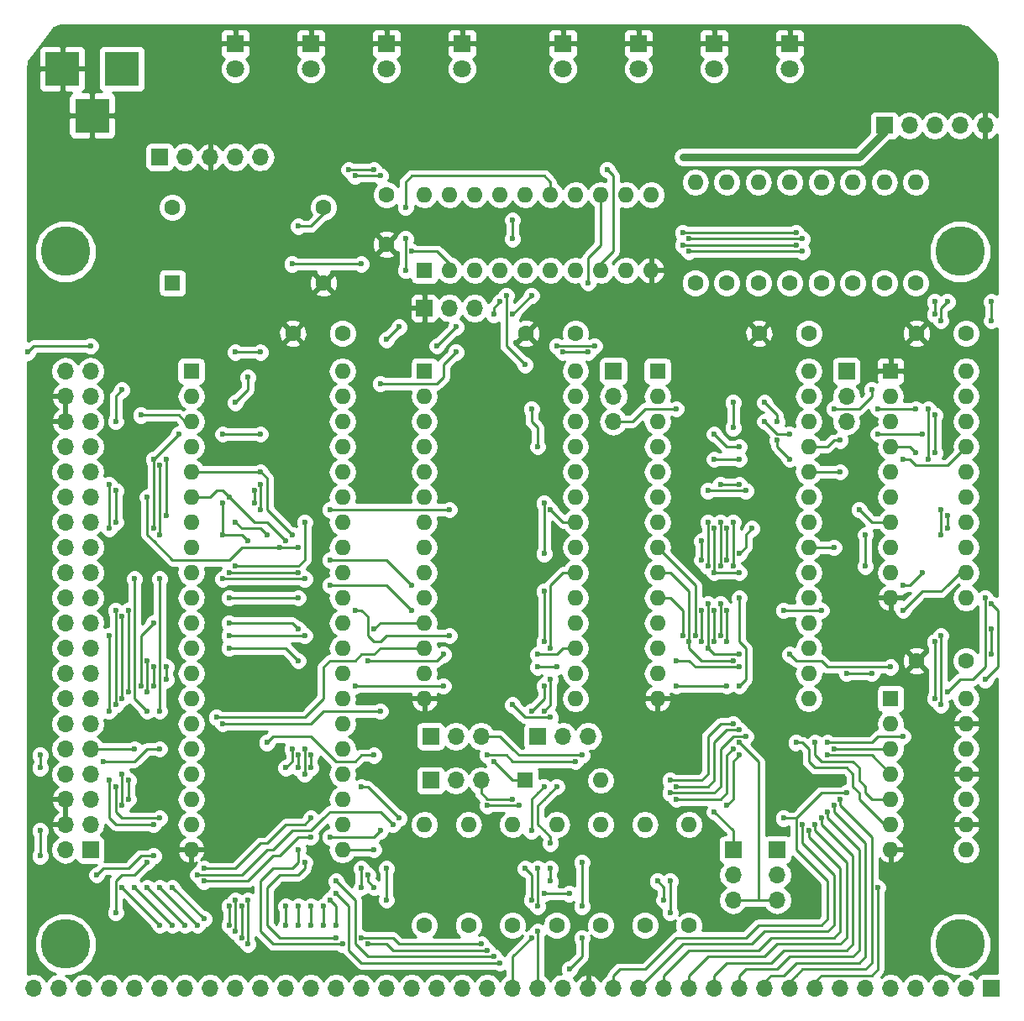
<source format=gbl>
G04 #@! TF.FileFunction,Copper,L2,Bot,Signal*
%FSLAX46Y46*%
G04 Gerber Fmt 4.6, Leading zero omitted, Abs format (unit mm)*
G04 Created by KiCad (PCBNEW 4.0.7) date 10/17/18 13:30:52*
%MOMM*%
%LPD*%
G01*
G04 APERTURE LIST*
%ADD10C,0.100000*%
%ADD11R,1.600000X1.600000*%
%ADD12C,1.600000*%
%ADD13C,5.000000*%
%ADD14R,1.700000X1.700000*%
%ADD15O,1.700000X1.700000*%
%ADD16O,1.600000X1.600000*%
%ADD17R,3.500000X3.500000*%
%ADD18R,1.800000X1.800000*%
%ADD19C,1.800000*%
%ADD20C,0.600000*%
%ADD21C,0.250000*%
%ADD22C,0.750000*%
%ADD23C,0.254000*%
G04 APERTURE END LIST*
D10*
D11*
X115570000Y-74930000D03*
D12*
X115570000Y-67310000D03*
X130810000Y-67310000D03*
X130810000Y-74930000D03*
X195580000Y-113030000D03*
X190580000Y-113030000D03*
X132715000Y-80010000D03*
X127715000Y-80010000D03*
X137160000Y-66040000D03*
X137160000Y-71040000D03*
X195580000Y-80010000D03*
X190580000Y-80010000D03*
X156210000Y-80010000D03*
X151210000Y-80010000D03*
D13*
X104775000Y-141605000D03*
X104775000Y-71755000D03*
D14*
X172085000Y-132080000D03*
D15*
X172085000Y-134620000D03*
X172085000Y-137160000D03*
D14*
X183515000Y-83820000D03*
D15*
X183515000Y-86360000D03*
X183515000Y-88900000D03*
D12*
X140970000Y-139700000D03*
D16*
X140970000Y-129540000D03*
D12*
X145415000Y-139700000D03*
D16*
X145415000Y-129540000D03*
D12*
X149860000Y-139700000D03*
D16*
X149860000Y-129540000D03*
D12*
X154305000Y-139700000D03*
D16*
X154305000Y-129540000D03*
D12*
X158750000Y-139700000D03*
D16*
X158750000Y-129540000D03*
D12*
X163195000Y-139700000D03*
D16*
X163195000Y-129540000D03*
D12*
X167640000Y-139700000D03*
D16*
X167640000Y-129540000D03*
D13*
X194945000Y-141605000D03*
X194945000Y-71755000D03*
D14*
X198120000Y-146050000D03*
D15*
X195580000Y-146050000D03*
X193040000Y-146050000D03*
X190500000Y-146050000D03*
X187960000Y-146050000D03*
X185420000Y-146050000D03*
X182880000Y-146050000D03*
X180340000Y-146050000D03*
X177800000Y-146050000D03*
X175260000Y-146050000D03*
X172720000Y-146050000D03*
X170180000Y-146050000D03*
X167640000Y-146050000D03*
X165100000Y-146050000D03*
X162560000Y-146050000D03*
X160020000Y-146050000D03*
X157480000Y-146050000D03*
X154940000Y-146050000D03*
X152400000Y-146050000D03*
X149860000Y-146050000D03*
X147320000Y-146050000D03*
X144780000Y-146050000D03*
X142240000Y-146050000D03*
X139700000Y-146050000D03*
X137160000Y-146050000D03*
X134620000Y-146050000D03*
X132080000Y-146050000D03*
X129540000Y-146050000D03*
X127000000Y-146050000D03*
X124460000Y-146050000D03*
X121920000Y-146050000D03*
X119380000Y-146050000D03*
X116840000Y-146050000D03*
X114300000Y-146050000D03*
X111760000Y-146050000D03*
X109220000Y-146050000D03*
X106680000Y-146050000D03*
X104140000Y-146050000D03*
X101600000Y-146050000D03*
D17*
X110490000Y-53340000D03*
X104490000Y-53340000D03*
X107490000Y-58040000D03*
D14*
X176530000Y-132080000D03*
D15*
X176530000Y-134620000D03*
X176530000Y-137160000D03*
D11*
X187960000Y-116840000D03*
D16*
X195580000Y-132080000D03*
X187960000Y-119380000D03*
X195580000Y-129540000D03*
X187960000Y-121920000D03*
X195580000Y-127000000D03*
X187960000Y-124460000D03*
X195580000Y-124460000D03*
X187960000Y-127000000D03*
X195580000Y-121920000D03*
X187960000Y-129540000D03*
X195580000Y-119380000D03*
X187960000Y-132080000D03*
X195580000Y-116840000D03*
D11*
X117475000Y-83820000D03*
D16*
X132715000Y-132080000D03*
X117475000Y-86360000D03*
X132715000Y-129540000D03*
X117475000Y-88900000D03*
X132715000Y-127000000D03*
X117475000Y-91440000D03*
X132715000Y-124460000D03*
X117475000Y-93980000D03*
X132715000Y-121920000D03*
X117475000Y-96520000D03*
X132715000Y-119380000D03*
X117475000Y-99060000D03*
X132715000Y-116840000D03*
X117475000Y-101600000D03*
X132715000Y-114300000D03*
X117475000Y-104140000D03*
X132715000Y-111760000D03*
X117475000Y-106680000D03*
X132715000Y-109220000D03*
X117475000Y-109220000D03*
X132715000Y-106680000D03*
X117475000Y-111760000D03*
X132715000Y-104140000D03*
X117475000Y-114300000D03*
X132715000Y-101600000D03*
X117475000Y-116840000D03*
X132715000Y-99060000D03*
X117475000Y-119380000D03*
X132715000Y-96520000D03*
X117475000Y-121920000D03*
X132715000Y-93980000D03*
X117475000Y-124460000D03*
X132715000Y-91440000D03*
X117475000Y-127000000D03*
X132715000Y-88900000D03*
X117475000Y-129540000D03*
X132715000Y-86360000D03*
X117475000Y-132080000D03*
X132715000Y-83820000D03*
D11*
X187960000Y-83820000D03*
D16*
X195580000Y-106680000D03*
X187960000Y-86360000D03*
X195580000Y-104140000D03*
X187960000Y-88900000D03*
X195580000Y-101600000D03*
X187960000Y-91440000D03*
X195580000Y-99060000D03*
X187960000Y-93980000D03*
X195580000Y-96520000D03*
X187960000Y-96520000D03*
X195580000Y-93980000D03*
X187960000Y-99060000D03*
X195580000Y-91440000D03*
X187960000Y-101600000D03*
X195580000Y-88900000D03*
X187960000Y-104140000D03*
X195580000Y-86360000D03*
X187960000Y-106680000D03*
X195580000Y-83820000D03*
D14*
X107315000Y-132080000D03*
D15*
X104775000Y-132080000D03*
X107315000Y-129540000D03*
X104775000Y-129540000D03*
X107315000Y-127000000D03*
X104775000Y-127000000D03*
X107315000Y-124460000D03*
X104775000Y-124460000D03*
X107315000Y-121920000D03*
X104775000Y-121920000D03*
X107315000Y-119380000D03*
X104775000Y-119380000D03*
X107315000Y-116840000D03*
X104775000Y-116840000D03*
X107315000Y-114300000D03*
X104775000Y-114300000D03*
X107315000Y-111760000D03*
X104775000Y-111760000D03*
X107315000Y-109220000D03*
X104775000Y-109220000D03*
X107315000Y-106680000D03*
X104775000Y-106680000D03*
X107315000Y-104140000D03*
X104775000Y-104140000D03*
X107315000Y-101600000D03*
X104775000Y-101600000D03*
X107315000Y-99060000D03*
X104775000Y-99060000D03*
X107315000Y-96520000D03*
X104775000Y-96520000D03*
X107315000Y-93980000D03*
X104775000Y-93980000D03*
X107315000Y-91440000D03*
X104775000Y-91440000D03*
X107315000Y-88900000D03*
X104775000Y-88900000D03*
X107315000Y-86360000D03*
X104775000Y-86360000D03*
X107315000Y-83820000D03*
X104775000Y-83820000D03*
D14*
X160020000Y-83820000D03*
D15*
X160020000Y-86360000D03*
X160020000Y-88900000D03*
D18*
X121920000Y-50800000D03*
D19*
X121920000Y-53340000D03*
D18*
X129540000Y-50800000D03*
D19*
X129540000Y-53340000D03*
D18*
X137160000Y-50800000D03*
D19*
X137160000Y-53340000D03*
D18*
X144780000Y-50800000D03*
D19*
X144780000Y-53340000D03*
D18*
X154940000Y-50800000D03*
D19*
X154940000Y-53340000D03*
D18*
X162560000Y-50800000D03*
D19*
X162560000Y-53340000D03*
D18*
X170180000Y-50800000D03*
D19*
X170180000Y-53340000D03*
D18*
X177800000Y-50800000D03*
D19*
X177800000Y-53340000D03*
D14*
X140970000Y-77470000D03*
D15*
X143510000Y-77470000D03*
X146050000Y-77470000D03*
D12*
X168275000Y-74930000D03*
D16*
X168275000Y-64770000D03*
D12*
X171450000Y-74930000D03*
D16*
X171450000Y-64770000D03*
D12*
X174625000Y-74930000D03*
D16*
X174625000Y-64770000D03*
D12*
X177800000Y-74930000D03*
D16*
X177800000Y-64770000D03*
D12*
X180975000Y-74930000D03*
D16*
X180975000Y-64770000D03*
D12*
X184150000Y-74930000D03*
D16*
X184150000Y-64770000D03*
D12*
X187325000Y-74930000D03*
D16*
X187325000Y-64770000D03*
D12*
X190500000Y-74930000D03*
D16*
X190500000Y-64770000D03*
D11*
X140970000Y-73660000D03*
D16*
X163830000Y-66040000D03*
X143510000Y-73660000D03*
X161290000Y-66040000D03*
X146050000Y-73660000D03*
X158750000Y-66040000D03*
X148590000Y-73660000D03*
X156210000Y-66040000D03*
X151130000Y-73660000D03*
X153670000Y-66040000D03*
X153670000Y-73660000D03*
X151130000Y-66040000D03*
X156210000Y-73660000D03*
X148590000Y-66040000D03*
X158750000Y-73660000D03*
X146050000Y-66040000D03*
X161290000Y-73660000D03*
X143510000Y-66040000D03*
X163830000Y-73660000D03*
X140970000Y-66040000D03*
D12*
X179705000Y-80010000D03*
X174705000Y-80010000D03*
D11*
X140970000Y-83820000D03*
D16*
X156210000Y-116840000D03*
X140970000Y-86360000D03*
X156210000Y-114300000D03*
X140970000Y-88900000D03*
X156210000Y-111760000D03*
X140970000Y-91440000D03*
X156210000Y-109220000D03*
X140970000Y-93980000D03*
X156210000Y-106680000D03*
X140970000Y-96520000D03*
X156210000Y-104140000D03*
X140970000Y-99060000D03*
X156210000Y-101600000D03*
X140970000Y-101600000D03*
X156210000Y-99060000D03*
X140970000Y-104140000D03*
X156210000Y-96520000D03*
X140970000Y-106680000D03*
X156210000Y-93980000D03*
X140970000Y-109220000D03*
X156210000Y-91440000D03*
X140970000Y-111760000D03*
X156210000Y-88900000D03*
X140970000Y-114300000D03*
X156210000Y-86360000D03*
X140970000Y-116840000D03*
X156210000Y-83820000D03*
D11*
X164465000Y-83820000D03*
D16*
X179705000Y-116840000D03*
X164465000Y-86360000D03*
X179705000Y-114300000D03*
X164465000Y-88900000D03*
X179705000Y-111760000D03*
X164465000Y-91440000D03*
X179705000Y-109220000D03*
X164465000Y-93980000D03*
X179705000Y-106680000D03*
X164465000Y-96520000D03*
X179705000Y-104140000D03*
X164465000Y-99060000D03*
X179705000Y-101600000D03*
X164465000Y-101600000D03*
X179705000Y-99060000D03*
X164465000Y-104140000D03*
X179705000Y-96520000D03*
X164465000Y-106680000D03*
X179705000Y-93980000D03*
X164465000Y-109220000D03*
X179705000Y-91440000D03*
X164465000Y-111760000D03*
X179705000Y-88900000D03*
X164465000Y-114300000D03*
X179705000Y-86360000D03*
X164465000Y-116840000D03*
X179705000Y-83820000D03*
D14*
X114300000Y-62230000D03*
D15*
X116840000Y-62230000D03*
X119380000Y-62230000D03*
X121920000Y-62230000D03*
X124460000Y-62230000D03*
D11*
X151130000Y-125095000D03*
D16*
X158750000Y-125095000D03*
D14*
X152400000Y-120650000D03*
D15*
X154940000Y-120650000D03*
X157480000Y-120650000D03*
D14*
X141605000Y-120650000D03*
D15*
X144145000Y-120650000D03*
X146685000Y-120650000D03*
D14*
X141605000Y-125095000D03*
D15*
X144145000Y-125095000D03*
X146685000Y-125095000D03*
D14*
X187325000Y-59055000D03*
D15*
X189865000Y-59055000D03*
X192405000Y-59055000D03*
X194945000Y-59055000D03*
X197485000Y-59055000D03*
D20*
X167005000Y-62230000D03*
X114300000Y-121920000D03*
X155575000Y-144145000D03*
X156845000Y-137795000D03*
X156845000Y-140970000D03*
X156845000Y-133350000D03*
X108585000Y-123190000D03*
X151765000Y-130175000D03*
X153035000Y-125730000D03*
X135890000Y-132080000D03*
X165735000Y-138430000D03*
X165735000Y-135255000D03*
X125095000Y-100330000D03*
X121920000Y-99060000D03*
X128905000Y-133350000D03*
X146685000Y-141605000D03*
X134620000Y-140970000D03*
X132080000Y-140970000D03*
X129540000Y-123825000D03*
X129540000Y-122555000D03*
X127635000Y-100330000D03*
X124460000Y-93980000D03*
X133985000Y-64135000D03*
X136525000Y-64135000D03*
X113665000Y-92710000D03*
X116205000Y-90170000D03*
X124460000Y-90170000D03*
X120650000Y-90170000D03*
X137160000Y-80645000D03*
X138430000Y-79375000D03*
X139065000Y-73660000D03*
X139065000Y-70485000D03*
X139065000Y-67310000D03*
X118745000Y-139065000D03*
X115570000Y-135890000D03*
X113665000Y-99695000D03*
X111760000Y-104775000D03*
X113030000Y-133350000D03*
X109855000Y-138430000D03*
X113030000Y-118110000D03*
X114300000Y-104775000D03*
X114300000Y-100330000D03*
X114300000Y-118110000D03*
X114300000Y-93345000D03*
X135890000Y-135890000D03*
X135255000Y-134620000D03*
X155575000Y-136525000D03*
X134620000Y-135890000D03*
X134620000Y-133985000D03*
X153035000Y-136525000D03*
X153670000Y-133985000D03*
X153670000Y-135255000D03*
X153670000Y-131445000D03*
X154305000Y-125730000D03*
X164465000Y-135255000D03*
X165100000Y-137160000D03*
X127000000Y-100965000D03*
X128905000Y-121920000D03*
X128905000Y-124460000D03*
X135255000Y-141605000D03*
X132715000Y-141605000D03*
X147320000Y-142240000D03*
X128270000Y-132080000D03*
X121285000Y-96520000D03*
X123190000Y-84455000D03*
X121920000Y-86995000D03*
X159385000Y-63500000D03*
X135890000Y-63500000D03*
X133350000Y-63500000D03*
X149860000Y-78105000D03*
X151765000Y-76200000D03*
X128270000Y-101600000D03*
X128270000Y-122555000D03*
X128270000Y-123825000D03*
X132080000Y-135255000D03*
X147955000Y-142875000D03*
X113030000Y-96520000D03*
X126365000Y-101600000D03*
X144145000Y-79375000D03*
X142240000Y-81280000D03*
X186690000Y-135890000D03*
X198120000Y-112395000D03*
X198120000Y-109855000D03*
X148590000Y-143510000D03*
X132080000Y-136525000D03*
X127635000Y-121920000D03*
X127000000Y-123825000D03*
X186690000Y-87630000D03*
X175260000Y-88900000D03*
X177800000Y-90170000D03*
X190500000Y-87630000D03*
X182880000Y-127000000D03*
X171450000Y-99695000D03*
X171450000Y-102870000D03*
X171450000Y-107950000D03*
X171450000Y-111125000D03*
X172720000Y-95250000D03*
X170815000Y-95250000D03*
X189230000Y-92710000D03*
X170815000Y-99060000D03*
X182245000Y-127635000D03*
X170815000Y-110490000D03*
X170815000Y-107315000D03*
X170815000Y-103505000D03*
X172720000Y-104140000D03*
X191135000Y-104140000D03*
X189230000Y-105410000D03*
X170180000Y-104140000D03*
X170180000Y-107950000D03*
X170180000Y-111125000D03*
X181610000Y-128270000D03*
X170180000Y-99695000D03*
X180975000Y-128905000D03*
X169545000Y-111760000D03*
X172720000Y-112395000D03*
X187960000Y-113665000D03*
X177800000Y-112395000D03*
X169545000Y-103505000D03*
X169545000Y-107315000D03*
X169545000Y-99060000D03*
X168910000Y-102870000D03*
X168910000Y-107950000D03*
X168910000Y-111125000D03*
X180340000Y-129540000D03*
X168910000Y-100965000D03*
X184785000Y-97790000D03*
X173990000Y-99695000D03*
X172720000Y-102235000D03*
X168275000Y-110490000D03*
X179705000Y-130175000D03*
X167640000Y-111125000D03*
X179070000Y-129540000D03*
X190500000Y-92075000D03*
X172085000Y-113030000D03*
X183515000Y-114300000D03*
X186055000Y-114300000D03*
X183515000Y-126365000D03*
X167005000Y-110490000D03*
X177165000Y-128905000D03*
X127635000Y-73025000D03*
X139700000Y-71755000D03*
X134620000Y-73025000D03*
X124460000Y-97790000D03*
X131445000Y-137160000D03*
X132080000Y-139700000D03*
X124460000Y-95250000D03*
X148590000Y-76835000D03*
X147955000Y-78105000D03*
X157480000Y-74930000D03*
X130810000Y-139700000D03*
X130810000Y-137795000D03*
X123825000Y-95885000D03*
X123825000Y-97155000D03*
X193675000Y-76835000D03*
X193040000Y-117475000D03*
X193040000Y-110490000D03*
X192405000Y-92075000D03*
X193675000Y-98425000D03*
X193675000Y-99695000D03*
X192405000Y-88265000D03*
X193040000Y-78740000D03*
X172085000Y-121920000D03*
X182245000Y-121920000D03*
X149860000Y-127000000D03*
X166370000Y-127000000D03*
X125095000Y-121285000D03*
X135890000Y-122555000D03*
X120650000Y-100330000D03*
X120650000Y-97155000D03*
X123190000Y-100965000D03*
X129540000Y-137795000D03*
X129540000Y-139700000D03*
X128270000Y-137795000D03*
X128270000Y-139700000D03*
X131445000Y-97790000D03*
X128905000Y-99060000D03*
X143510000Y-97790000D03*
X153670000Y-97790000D03*
X121920000Y-103505000D03*
X127000000Y-137795000D03*
X127000000Y-139700000D03*
X114935000Y-92710000D03*
X114935000Y-98425000D03*
X128905000Y-110490000D03*
X121285000Y-110490000D03*
X135890000Y-109855000D03*
X121285000Y-137795000D03*
X121285000Y-139700000D03*
X113030000Y-113030000D03*
X113030000Y-116205000D03*
X120015000Y-118745000D03*
X121920000Y-140335000D03*
X121920000Y-137160000D03*
X113665000Y-113665000D03*
X113665000Y-115570000D03*
X120650000Y-119380000D03*
X136525000Y-118110000D03*
X122555000Y-137795000D03*
X122555000Y-140970000D03*
X142875000Y-115570000D03*
X171450000Y-115570000D03*
X166370000Y-115570000D03*
X128270000Y-113030000D03*
X133985000Y-115570000D03*
X121285000Y-111760000D03*
X123190000Y-137160000D03*
X123190000Y-141605000D03*
X114935000Y-113665000D03*
X114935000Y-114935000D03*
X142875000Y-112395000D03*
X135255000Y-113030000D03*
X121285000Y-109220000D03*
X128270000Y-109855000D03*
X154305000Y-113665000D03*
X152400000Y-113665000D03*
X166370000Y-113030000D03*
X172720000Y-113665000D03*
X114300000Y-135890000D03*
X118110000Y-139700000D03*
X113665000Y-109220000D03*
X112395000Y-115570000D03*
X111760000Y-121920000D03*
X152400000Y-112395000D03*
X133985000Y-107950000D03*
X143510000Y-110490000D03*
X121285000Y-106680000D03*
X128270000Y-106680000D03*
X111125000Y-116205000D03*
X111125000Y-107950000D03*
X113030000Y-135890000D03*
X116840000Y-139700000D03*
X120650000Y-104775000D03*
X128905000Y-104775000D03*
X131445000Y-105410000D03*
X139700000Y-107950000D03*
X111125000Y-127000000D03*
X110490000Y-108585000D03*
X110490000Y-116840000D03*
X111125000Y-125095000D03*
X111760000Y-135890000D03*
X115570000Y-139700000D03*
X121285000Y-104140000D03*
X128270000Y-104140000D03*
X131445000Y-102870000D03*
X139700000Y-105410000D03*
X110490000Y-124460000D03*
X109855000Y-117475000D03*
X109855000Y-107950000D03*
X110490000Y-127635000D03*
X110490000Y-135890000D03*
X114300000Y-139700000D03*
X151765000Y-118110000D03*
X152400000Y-91440000D03*
X149860000Y-70485000D03*
X149860000Y-68580000D03*
X151765000Y-87630000D03*
X151130000Y-83185000D03*
X149225000Y-76200000D03*
X153035000Y-115570000D03*
X153035000Y-111125000D03*
X153035000Y-106045000D03*
X153035000Y-102235000D03*
X153035000Y-97155000D03*
X137160000Y-133985000D03*
X137160000Y-137160000D03*
X197485000Y-106680000D03*
X193675000Y-116205000D03*
X170180000Y-90170000D03*
X172720000Y-91440000D03*
X182880000Y-90805000D03*
X172085000Y-86995000D03*
X172085000Y-89535000D03*
X172085000Y-103505000D03*
X172085000Y-99060000D03*
X189230000Y-107950000D03*
X180975000Y-107950000D03*
X177165000Y-107950000D03*
X170180000Y-92710000D03*
X172720000Y-92710000D03*
X182880000Y-93980000D03*
X182245000Y-87630000D03*
X186055000Y-85725000D03*
X182245000Y-101600000D03*
X176530000Y-90805000D03*
X175260000Y-86995000D03*
X176530000Y-88900000D03*
X177800000Y-92710000D03*
X186690000Y-90170000D03*
X191135000Y-90170000D03*
X154940000Y-81915000D03*
X157480000Y-81915000D03*
X169545000Y-95885000D03*
X173355000Y-95885000D03*
X185420000Y-100330000D03*
X185420000Y-103505000D03*
X172720000Y-121285000D03*
X172720000Y-115570000D03*
X172720000Y-106680000D03*
X153670000Y-111760000D03*
X153670000Y-114935000D03*
X170180000Y-128270000D03*
X153035000Y-118110000D03*
X167640000Y-71755000D03*
X179070000Y-71755000D03*
X167005000Y-71120000D03*
X178435000Y-71120000D03*
X179070000Y-70485000D03*
X167640000Y-70485000D03*
X178435000Y-69850000D03*
X167005000Y-69850000D03*
X129540000Y-128905000D03*
X152400000Y-140335000D03*
X152400000Y-137795000D03*
X152400000Y-133985000D03*
X134620000Y-125730000D03*
X138430000Y-128905000D03*
X109855000Y-125730000D03*
X109220000Y-118110000D03*
X109220000Y-110490000D03*
X118745000Y-133985000D03*
X114300000Y-128905000D03*
X109855000Y-99060000D03*
X109855000Y-95885000D03*
X112395000Y-88265000D03*
X151765000Y-140970000D03*
X151765000Y-137160000D03*
X151130000Y-133985000D03*
X118110000Y-134620000D03*
X137795000Y-129540000D03*
X109220000Y-125095000D03*
X113665000Y-129540000D03*
X109855000Y-88900000D03*
X110490000Y-85725000D03*
X109220000Y-99695000D03*
X109220000Y-95250000D03*
X121920000Y-81915000D03*
X124460000Y-81915000D03*
X107315000Y-81280000D03*
X100965000Y-81915000D03*
X136525000Y-85090000D03*
X144145000Y-81915000D03*
X154305000Y-81280000D03*
X158115000Y-81280000D03*
X166370000Y-87630000D03*
X128270000Y-69215000D03*
X147955000Y-123190000D03*
X172720000Y-122555000D03*
X181610000Y-122555000D03*
X147320000Y-127635000D03*
X150495000Y-127635000D03*
X171450000Y-127635000D03*
X102235000Y-122555000D03*
X102235000Y-123825000D03*
X102235000Y-132715000D03*
X102235000Y-130175000D03*
X113665000Y-132715000D03*
X107950000Y-134620000D03*
X118745000Y-135255000D03*
X136525000Y-130175000D03*
X129540000Y-130810000D03*
X131445000Y-130810000D03*
X197485000Y-114935000D03*
X198120000Y-78740000D03*
X198120000Y-107315000D03*
X198120000Y-76835000D03*
X156845000Y-122555000D03*
X166370000Y-125730000D03*
X172720000Y-120015000D03*
X180340000Y-121285000D03*
X181610000Y-121285000D03*
X189230000Y-120650000D03*
X172085000Y-119380000D03*
X165735000Y-125095000D03*
X192405000Y-116840000D03*
X192405000Y-111125000D03*
X193040000Y-97790000D03*
X193040000Y-100330000D03*
X191770000Y-92710000D03*
X191770000Y-87630000D03*
X192405000Y-76835000D03*
X192405000Y-78105000D03*
X149860000Y-117475000D03*
X153670000Y-118745000D03*
X178435000Y-121285000D03*
X173355000Y-120650000D03*
X165735000Y-126365000D03*
X156210000Y-123190000D03*
X147320000Y-122555000D03*
D21*
X130810000Y-74930000D02*
X130810000Y-74295000D01*
D22*
X167005000Y-62230000D02*
X184785000Y-62230000D01*
X184785000Y-62230000D02*
X187325000Y-59690000D01*
X187325000Y-59690000D02*
X187325000Y-59055000D01*
D21*
X113030000Y-121920000D02*
X111760000Y-123190000D01*
X114300000Y-121920000D02*
X113030000Y-121920000D01*
X156845000Y-137160000D02*
X156845000Y-133350000D01*
X156845000Y-137160000D02*
X156845000Y-137795000D01*
X156845000Y-142875000D02*
X156845000Y-140970000D01*
X155575000Y-144145000D02*
X156845000Y-142875000D01*
X111125000Y-123190000D02*
X111760000Y-123190000D01*
X111125000Y-123190000D02*
X108585000Y-123190000D01*
X152400000Y-126365000D02*
X153035000Y-125730000D01*
X151765000Y-127000000D02*
X151765000Y-130175000D01*
X152400000Y-126365000D02*
X151765000Y-127000000D01*
X132715000Y-132080000D02*
X135890000Y-132080000D01*
X165735000Y-137795000D02*
X165735000Y-138430000D01*
X165735000Y-137795000D02*
X165735000Y-135255000D01*
X124460000Y-99695000D02*
X125095000Y-100330000D01*
X122555000Y-99695000D02*
X124460000Y-99695000D01*
X121920000Y-99060000D02*
X122555000Y-99695000D01*
X132715000Y-132080000D02*
X133350000Y-132080000D01*
X128270000Y-134620000D02*
X128905000Y-133985000D01*
X128905000Y-133985000D02*
X128905000Y-133350000D01*
X138430000Y-141605000D02*
X137795000Y-140970000D01*
X146685000Y-141605000D02*
X138430000Y-141605000D01*
X132080000Y-140970000D02*
X126365000Y-140970000D01*
X126365000Y-140970000D02*
X125095000Y-139700000D01*
X125095000Y-139700000D02*
X125095000Y-135890000D01*
X125095000Y-135890000D02*
X126365000Y-134620000D01*
X126365000Y-134620000D02*
X128270000Y-134620000D01*
X125095000Y-94615000D02*
X124460000Y-93980000D01*
X125095000Y-94615000D02*
X125095000Y-97790000D01*
X125095000Y-97790000D02*
X127635000Y-100330000D01*
X129540000Y-122555000D02*
X129540000Y-123825000D01*
X137795000Y-140970000D02*
X134620000Y-140970000D01*
X136525000Y-64135000D02*
X133985000Y-64135000D01*
X124460000Y-93980000D02*
X117475000Y-93980000D01*
X116205000Y-90170000D02*
X113665000Y-92710000D01*
X121920000Y-90170000D02*
X120650000Y-90170000D01*
X121920000Y-90170000D02*
X123825000Y-90170000D01*
X123825000Y-90170000D02*
X124460000Y-90170000D01*
X113665000Y-93980000D02*
X113665000Y-92710000D01*
X137160000Y-80645000D02*
X138430000Y-79375000D01*
X139065000Y-73660000D02*
X139065000Y-70485000D01*
X139065000Y-67310000D02*
X139065000Y-64770000D01*
X139065000Y-64770000D02*
X139700000Y-64135000D01*
X139700000Y-64135000D02*
X153035000Y-64135000D01*
X153035000Y-64135000D02*
X153670000Y-64770000D01*
X153670000Y-64770000D02*
X153670000Y-66040000D01*
X115570000Y-135890000D02*
X118745000Y-139065000D01*
X113665000Y-93980000D02*
X113665000Y-99695000D01*
X111760000Y-134620000D02*
X113030000Y-133350000D01*
X110490000Y-134620000D02*
X111760000Y-134620000D01*
X109855000Y-135255000D02*
X110490000Y-134620000D01*
X109855000Y-138430000D02*
X109855000Y-135255000D01*
X111760000Y-116840000D02*
X111760000Y-108585000D01*
X113030000Y-118110000D02*
X111760000Y-116840000D01*
X111760000Y-104775000D02*
X111760000Y-108585000D01*
X114300000Y-118110000D02*
X114300000Y-104775000D01*
X114300000Y-100330000D02*
X114300000Y-93345000D01*
X135255000Y-135255000D02*
X135890000Y-135890000D01*
X135255000Y-134620000D02*
X135255000Y-135255000D01*
X153670000Y-136525000D02*
X153035000Y-136525000D01*
X134620000Y-135890000D02*
X134620000Y-133985000D01*
X153670000Y-136525000D02*
X155575000Y-136525000D01*
X153035000Y-127000000D02*
X153670000Y-126365000D01*
X153670000Y-135255000D02*
X153670000Y-133985000D01*
X153670000Y-130810000D02*
X153670000Y-131445000D01*
X153035000Y-130175000D02*
X153670000Y-130810000D01*
X152400000Y-129540000D02*
X153035000Y-130175000D01*
X152400000Y-127635000D02*
X152400000Y-129540000D01*
X153035000Y-127000000D02*
X152400000Y-127635000D01*
X153670000Y-126365000D02*
X154305000Y-125730000D01*
X164465000Y-135255000D02*
X165100000Y-135890000D01*
X165100000Y-135890000D02*
X165100000Y-137160000D01*
X128905000Y-121920000D02*
X128905000Y-124460000D01*
X125095000Y-99060000D02*
X127000000Y-100965000D01*
X121285000Y-96520000D02*
X122555000Y-97790000D01*
X122555000Y-97790000D02*
X123825000Y-99060000D01*
X123825000Y-99060000D02*
X125095000Y-99060000D01*
X135255000Y-141605000D02*
X137160000Y-141605000D01*
X125730000Y-141605000D02*
X132715000Y-141605000D01*
X124460000Y-140335000D02*
X125730000Y-141605000D01*
X124460000Y-135255000D02*
X124460000Y-140335000D01*
X125730000Y-133985000D02*
X124460000Y-135255000D01*
X147320000Y-142240000D02*
X137795000Y-142240000D01*
X137795000Y-142240000D02*
X137160000Y-141605000D01*
X127635000Y-133985000D02*
X125730000Y-133985000D01*
X128270000Y-133350000D02*
X127635000Y-133985000D01*
X128270000Y-132080000D02*
X128270000Y-133350000D01*
X123190000Y-85725000D02*
X123190000Y-84455000D01*
X121920000Y-86995000D02*
X123190000Y-85725000D01*
X160020000Y-71755000D02*
X158750000Y-73025000D01*
X160020000Y-64135000D02*
X160020000Y-71755000D01*
X159385000Y-63500000D02*
X160020000Y-64135000D01*
X133350000Y-63500000D02*
X135890000Y-63500000D01*
X158750000Y-73025000D02*
X158750000Y-73660000D01*
X119380000Y-96520000D02*
X120015000Y-95885000D01*
X120015000Y-95885000D02*
X120650000Y-95885000D01*
X120650000Y-95885000D02*
X121285000Y-96520000D01*
X117475000Y-96520000D02*
X119380000Y-96520000D01*
X149860000Y-78105000D02*
X151765000Y-76200000D01*
X113665000Y-100965000D02*
X115570000Y-102870000D01*
X121285000Y-102870000D02*
X122555000Y-101600000D01*
X115570000Y-102870000D02*
X121285000Y-102870000D01*
X126365000Y-101600000D02*
X128270000Y-101600000D01*
X128270000Y-122555000D02*
X128270000Y-123825000D01*
X133985000Y-137160000D02*
X132080000Y-135255000D01*
X133985000Y-141605000D02*
X133985000Y-137160000D01*
X135255000Y-142875000D02*
X133985000Y-141605000D01*
X147955000Y-142875000D02*
X135255000Y-142875000D01*
X113030000Y-100330000D02*
X113665000Y-100965000D01*
X113030000Y-96520000D02*
X113030000Y-100330000D01*
X122555000Y-101600000D02*
X126365000Y-101600000D01*
X144145000Y-79375000D02*
X142240000Y-81280000D01*
X186690000Y-141605000D02*
X186690000Y-135890000D01*
X180975000Y-144780000D02*
X186055000Y-144780000D01*
X186055000Y-144780000D02*
X186690000Y-144145000D01*
X186690000Y-144145000D02*
X186690000Y-141605000D01*
X180340000Y-145415000D02*
X180975000Y-144780000D01*
X198120000Y-109855000D02*
X198120000Y-112395000D01*
X180340000Y-146050000D02*
X180340000Y-145415000D01*
X148590000Y-143510000D02*
X136525000Y-143510000D01*
X136525000Y-143510000D02*
X134620000Y-143510000D01*
X134620000Y-143510000D02*
X133350000Y-142240000D01*
X133350000Y-142240000D02*
X133350000Y-137795000D01*
X133350000Y-137795000D02*
X132080000Y-136525000D01*
X127635000Y-123190000D02*
X127635000Y-121920000D01*
X127000000Y-123825000D02*
X127635000Y-123190000D01*
X189230000Y-87630000D02*
X190500000Y-87630000D01*
X186690000Y-87630000D02*
X189230000Y-87630000D01*
X176530000Y-90170000D02*
X177800000Y-90170000D01*
X176530000Y-90170000D02*
X175260000Y-88900000D01*
X186055000Y-136525000D02*
X186055000Y-130810000D01*
X186055000Y-130810000D02*
X182880000Y-127635000D01*
X182880000Y-127635000D02*
X182880000Y-127000000D01*
X186055000Y-137795000D02*
X186055000Y-143510000D01*
X179070000Y-144145000D02*
X178435000Y-144780000D01*
X185420000Y-144145000D02*
X179070000Y-144145000D01*
X186055000Y-143510000D02*
X185420000Y-144145000D01*
X177800000Y-145415000D02*
X178435000Y-144780000D01*
X186055000Y-137795000D02*
X186055000Y-136525000D01*
X171450000Y-102870000D02*
X171450000Y-99695000D01*
X171450000Y-111125000D02*
X171450000Y-107950000D01*
X177800000Y-146050000D02*
X177800000Y-145415000D01*
X194310000Y-92710000D02*
X193675000Y-93345000D01*
X170815000Y-95250000D02*
X172085000Y-95250000D01*
X172085000Y-95250000D02*
X172720000Y-95250000D01*
X194310000Y-92710000D02*
X195580000Y-91440000D01*
X189865000Y-92710000D02*
X189230000Y-92710000D01*
X190500000Y-93345000D02*
X189865000Y-92710000D01*
X193675000Y-93345000D02*
X190500000Y-93345000D01*
X185420000Y-131445000D02*
X182245000Y-128270000D01*
X182245000Y-128270000D02*
X182245000Y-127635000D01*
X178435000Y-143510000D02*
X184785000Y-143510000D01*
X185420000Y-142875000D02*
X185420000Y-137160000D01*
X184785000Y-143510000D02*
X185420000Y-142875000D01*
X175895000Y-144780000D02*
X175260000Y-145415000D01*
X175895000Y-144780000D02*
X177165000Y-144780000D01*
X185420000Y-137160000D02*
X185420000Y-135890000D01*
X177165000Y-144780000D02*
X178435000Y-143510000D01*
X185420000Y-135890000D02*
X185420000Y-131445000D01*
X170815000Y-107315000D02*
X170815000Y-110490000D01*
X170815000Y-100330000D02*
X170815000Y-103505000D01*
X170815000Y-100330000D02*
X170815000Y-99060000D01*
X175260000Y-146050000D02*
X175260000Y-145415000D01*
X170180000Y-104140000D02*
X172720000Y-104140000D01*
X189865000Y-105410000D02*
X191135000Y-104140000D01*
X189230000Y-105410000D02*
X189865000Y-105410000D01*
X170180000Y-107950000D02*
X170180000Y-111125000D01*
X184785000Y-136525000D02*
X184785000Y-132080000D01*
X184150000Y-142875000D02*
X184785000Y-142240000D01*
X184785000Y-142240000D02*
X184785000Y-136525000D01*
X172720000Y-146050000D02*
X172720000Y-144780000D01*
X176530000Y-144145000D02*
X177800000Y-142875000D01*
X173355000Y-144145000D02*
X176530000Y-144145000D01*
X172720000Y-144780000D02*
X173355000Y-144145000D01*
X177800000Y-142875000D02*
X184150000Y-142875000D01*
X181610000Y-128905000D02*
X181610000Y-128270000D01*
X184785000Y-132080000D02*
X181610000Y-128905000D01*
X170180000Y-104140000D02*
X170180000Y-102870000D01*
X170180000Y-99695000D02*
X170180000Y-102870000D01*
X184150000Y-135890000D02*
X184150000Y-132715000D01*
X183515000Y-142240000D02*
X184150000Y-141605000D01*
X184150000Y-141605000D02*
X184150000Y-135890000D01*
X170180000Y-144780000D02*
X170180000Y-146050000D01*
X175895000Y-143510000D02*
X177165000Y-142240000D01*
X171450000Y-143510000D02*
X175895000Y-143510000D01*
X170180000Y-144780000D02*
X171450000Y-143510000D01*
X177165000Y-142240000D02*
X183515000Y-142240000D01*
X180975000Y-129540000D02*
X180975000Y-128905000D01*
X184150000Y-132715000D02*
X180975000Y-129540000D01*
X169545000Y-111760000D02*
X170180000Y-112395000D01*
X170180000Y-112395000D02*
X172720000Y-112395000D01*
X181610000Y-113665000D02*
X187960000Y-113665000D01*
X180975000Y-113030000D02*
X181610000Y-113665000D01*
X178435000Y-113030000D02*
X180975000Y-113030000D01*
X177800000Y-112395000D02*
X178435000Y-113030000D01*
X169545000Y-110490000D02*
X169545000Y-111760000D01*
X169545000Y-100330000D02*
X169545000Y-99060000D01*
X169545000Y-100330000D02*
X169545000Y-103505000D01*
X169545000Y-107315000D02*
X169545000Y-110490000D01*
X168910000Y-100965000D02*
X168910000Y-102870000D01*
X168910000Y-107950000D02*
X168910000Y-111125000D01*
X182245000Y-132080000D02*
X180340000Y-130175000D01*
X183515000Y-133350000D02*
X182245000Y-132080000D01*
X176530000Y-141605000D02*
X182880000Y-141605000D01*
X183515000Y-140970000D02*
X183515000Y-136525000D01*
X182880000Y-141605000D02*
X183515000Y-140970000D01*
X167640000Y-144780000D02*
X167640000Y-146050000D01*
X175260000Y-142875000D02*
X176530000Y-141605000D01*
X169545000Y-142875000D02*
X175260000Y-142875000D01*
X167640000Y-144780000D02*
X169545000Y-142875000D01*
X183515000Y-136525000D02*
X183515000Y-133350000D01*
X180340000Y-130175000D02*
X180340000Y-129540000D01*
X173355000Y-100330000D02*
X173355000Y-101600000D01*
X186055000Y-99060000D02*
X187960000Y-99060000D01*
X184785000Y-97790000D02*
X186055000Y-99060000D01*
X172720000Y-102235000D02*
X173355000Y-101600000D01*
X173990000Y-99695000D02*
X173355000Y-100330000D01*
X168275000Y-106680000D02*
X168275000Y-110490000D01*
X179705000Y-130175000D02*
X179705000Y-130810000D01*
X182880000Y-135890000D02*
X182880000Y-133985000D01*
X165100000Y-144780000D02*
X167640000Y-142240000D01*
X167640000Y-142240000D02*
X174625000Y-142240000D01*
X174625000Y-142240000D02*
X175895000Y-140970000D01*
X165100000Y-144780000D02*
X165100000Y-146050000D01*
X182245000Y-140970000D02*
X182880000Y-140335000D01*
X182880000Y-140335000D02*
X182880000Y-135890000D01*
X175895000Y-140970000D02*
X182245000Y-140970000D01*
X182880000Y-133985000D02*
X180975000Y-132080000D01*
X180975000Y-132080000D02*
X179705000Y-130810000D01*
X164465000Y-101600000D02*
X168275000Y-105410000D01*
X168275000Y-105410000D02*
X168275000Y-106680000D01*
X179070000Y-129540000D02*
X179070000Y-130175000D01*
X179070000Y-131445000D02*
X179070000Y-130175000D01*
X182245000Y-136525000D02*
X182245000Y-134620000D01*
X182245000Y-134620000D02*
X180340000Y-132715000D01*
X173990000Y-141605000D02*
X175260000Y-140335000D01*
X167005000Y-141605000D02*
X173990000Y-141605000D01*
X167005000Y-141605000D02*
X162560000Y-146050000D01*
X182245000Y-139700000D02*
X182245000Y-136525000D01*
X181610000Y-140335000D02*
X182245000Y-139700000D01*
X175260000Y-140335000D02*
X181610000Y-140335000D01*
X180340000Y-132715000D02*
X179070000Y-131445000D01*
X189865000Y-91440000D02*
X190500000Y-92075000D01*
X187960000Y-91440000D02*
X189865000Y-91440000D01*
X167640000Y-111760000D02*
X167640000Y-111125000D01*
X168910000Y-113030000D02*
X167640000Y-111760000D01*
X172085000Y-113030000D02*
X168910000Y-113030000D01*
X186055000Y-114300000D02*
X183515000Y-114300000D01*
X164465000Y-104140000D02*
X165735000Y-104140000D01*
X167640000Y-106045000D02*
X167640000Y-111125000D01*
X165735000Y-104140000D02*
X167640000Y-106045000D01*
X182245000Y-126365000D02*
X183515000Y-126365000D01*
X180975000Y-126365000D02*
X182245000Y-126365000D01*
X180975000Y-126365000D02*
X178435000Y-128905000D01*
X167005000Y-107950000D02*
X165735000Y-106680000D01*
X164465000Y-106680000D02*
X165735000Y-106680000D01*
X167005000Y-110490000D02*
X167005000Y-107950000D01*
X177165000Y-128905000D02*
X178435000Y-128905000D01*
X178435000Y-130175000D02*
X178435000Y-128905000D01*
X179705000Y-133350000D02*
X178435000Y-132080000D01*
X178435000Y-132080000D02*
X178435000Y-130175000D01*
X181610000Y-135890000D02*
X181610000Y-135255000D01*
X174625000Y-139700000D02*
X180975000Y-139700000D01*
X180975000Y-139700000D02*
X181610000Y-139065000D01*
X181610000Y-139065000D02*
X181610000Y-135890000D01*
X160020000Y-144780000D02*
X160020000Y-146050000D01*
X166370000Y-140970000D02*
X173355000Y-140970000D01*
X163195000Y-144145000D02*
X166370000Y-140970000D01*
X160655000Y-144145000D02*
X163195000Y-144145000D01*
X160020000Y-144780000D02*
X160655000Y-144145000D01*
X173355000Y-140970000D02*
X174625000Y-139700000D01*
X181610000Y-135255000D02*
X179705000Y-133350000D01*
X132715000Y-73025000D02*
X134620000Y-73025000D01*
X143510000Y-73025000D02*
X142240000Y-71755000D01*
X142240000Y-71755000D02*
X139700000Y-71755000D01*
X132715000Y-73025000D02*
X129540000Y-73025000D01*
X129540000Y-73025000D02*
X127635000Y-73025000D01*
X124460000Y-95250000D02*
X124460000Y-97790000D01*
X132080000Y-137795000D02*
X131445000Y-137160000D01*
X132080000Y-139700000D02*
X132080000Y-137795000D01*
X143510000Y-73660000D02*
X143510000Y-73025000D01*
X148590000Y-76835000D02*
X147955000Y-77470000D01*
X147955000Y-77470000D02*
X147955000Y-78105000D01*
X158750000Y-71120000D02*
X157480000Y-72390000D01*
X157480000Y-72390000D02*
X157480000Y-74930000D01*
X158750000Y-71120000D02*
X158750000Y-66040000D01*
X130810000Y-139700000D02*
X130810000Y-137795000D01*
X123825000Y-97155000D02*
X123825000Y-95885000D01*
X193040000Y-78740000D02*
X193040000Y-77470000D01*
X193040000Y-77470000D02*
X193675000Y-76835000D01*
X192405000Y-88265000D02*
X192405000Y-88900000D01*
X193040000Y-110490000D02*
X193040000Y-114300000D01*
X193040000Y-114300000D02*
X193040000Y-117475000D01*
X192405000Y-92075000D02*
X192405000Y-90170000D01*
X193675000Y-99695000D02*
X193675000Y-98425000D01*
X192405000Y-88900000D02*
X192405000Y-90170000D01*
X147955000Y-127000000D02*
X147320000Y-127000000D01*
X147320000Y-127000000D02*
X146685000Y-126365000D01*
X146685000Y-126365000D02*
X146685000Y-125095000D01*
X172085000Y-121920000D02*
X171450000Y-122555000D01*
X187960000Y-121920000D02*
X184785000Y-121920000D01*
X184785000Y-121920000D02*
X182245000Y-121920000D01*
X149860000Y-127000000D02*
X147955000Y-127000000D01*
X170815000Y-127000000D02*
X166370000Y-127000000D01*
X171450000Y-126365000D02*
X170815000Y-127000000D01*
X171450000Y-122555000D02*
X171450000Y-126365000D01*
X133350000Y-123190000D02*
X132080000Y-123190000D01*
X132080000Y-123190000D02*
X129540000Y-120650000D01*
X129540000Y-120650000D02*
X125730000Y-120650000D01*
X125095000Y-121285000D02*
X125730000Y-120650000D01*
X133985000Y-123190000D02*
X133350000Y-123190000D01*
X134620000Y-122555000D02*
X133985000Y-123190000D01*
X135890000Y-122555000D02*
X134620000Y-122555000D01*
X120650000Y-97155000D02*
X120650000Y-100330000D01*
X122555000Y-100330000D02*
X120650000Y-100330000D01*
X123190000Y-100965000D02*
X122555000Y-100330000D01*
X129540000Y-139700000D02*
X129540000Y-137795000D01*
X128270000Y-139700000D02*
X128270000Y-137795000D01*
X143510000Y-97790000D02*
X131445000Y-97790000D01*
X154940000Y-99060000D02*
X153670000Y-97790000D01*
X154940000Y-99060000D02*
X156210000Y-99060000D01*
X121920000Y-103505000D02*
X128270000Y-103505000D01*
X128905000Y-102870000D02*
X128270000Y-103505000D01*
X128905000Y-99060000D02*
X128905000Y-102870000D01*
X127000000Y-139700000D02*
X127000000Y-137795000D01*
X114935000Y-98425000D02*
X114935000Y-92710000D01*
X128270000Y-110490000D02*
X128905000Y-110490000D01*
X128270000Y-110490000D02*
X121285000Y-110490000D01*
X136525000Y-109220000D02*
X135890000Y-109855000D01*
X140970000Y-109220000D02*
X136525000Y-109220000D01*
X140970000Y-109220000D02*
X140335000Y-109220000D01*
X121285000Y-139700000D02*
X121285000Y-137795000D01*
X113030000Y-116205000D02*
X113030000Y-113030000D01*
X140970000Y-111760000D02*
X136525000Y-111760000D01*
X130810000Y-113665000D02*
X130810000Y-116205000D01*
X131445000Y-113030000D02*
X130810000Y-113665000D01*
X133985000Y-113030000D02*
X131445000Y-113030000D01*
X134620000Y-112395000D02*
X133985000Y-113030000D01*
X135890000Y-112395000D02*
X134620000Y-112395000D01*
X136525000Y-111760000D02*
X135890000Y-112395000D01*
X130175000Y-117475000D02*
X130810000Y-116840000D01*
X130810000Y-116840000D02*
X130810000Y-116205000D01*
X128905000Y-118745000D02*
X120015000Y-118745000D01*
X130175000Y-117475000D02*
X128905000Y-118745000D01*
X121920000Y-140335000D02*
X121920000Y-137160000D01*
X113665000Y-113665000D02*
X113665000Y-115570000D01*
X129540000Y-119380000D02*
X130810000Y-118110000D01*
X120650000Y-119380000D02*
X129540000Y-119380000D01*
X130810000Y-118110000D02*
X136525000Y-118110000D01*
X122555000Y-137795000D02*
X122555000Y-140970000D01*
X135255000Y-115570000D02*
X142875000Y-115570000D01*
X166370000Y-115570000D02*
X171450000Y-115570000D01*
X133985000Y-115570000D02*
X135255000Y-115570000D01*
X127000000Y-111760000D02*
X128270000Y-113030000D01*
X121285000Y-111760000D02*
X127000000Y-111760000D01*
X123190000Y-141605000D02*
X123190000Y-137160000D01*
X114935000Y-114935000D02*
X114935000Y-113665000D01*
X142875000Y-112395000D02*
X142240000Y-113030000D01*
X136525000Y-113030000D02*
X142240000Y-113030000D01*
X135255000Y-113030000D02*
X136525000Y-113030000D01*
X121285000Y-109220000D02*
X127635000Y-109220000D01*
X127635000Y-109220000D02*
X128270000Y-109855000D01*
X154305000Y-113665000D02*
X152400000Y-113665000D01*
X168275000Y-113665000D02*
X172720000Y-113665000D01*
X167640000Y-113030000D02*
X168275000Y-113665000D01*
X166370000Y-113030000D02*
X167640000Y-113030000D01*
X118110000Y-139700000D02*
X114300000Y-135890000D01*
X112395000Y-110490000D02*
X113665000Y-109220000D01*
X112395000Y-115570000D02*
X112395000Y-110490000D01*
X107315000Y-121920000D02*
X111760000Y-121920000D01*
X154940000Y-111760000D02*
X154305000Y-112395000D01*
X156210000Y-111760000D02*
X154940000Y-111760000D01*
X154305000Y-112395000D02*
X152400000Y-112395000D01*
X133985000Y-107950000D02*
X134620000Y-107950000D01*
X134620000Y-107950000D02*
X135255000Y-108585000D01*
X135255000Y-108585000D02*
X135255000Y-110490000D01*
X135255000Y-110490000D02*
X135890000Y-111125000D01*
X135890000Y-111125000D02*
X136525000Y-111125000D01*
X136525000Y-111125000D02*
X137160000Y-110490000D01*
X137160000Y-110490000D02*
X143510000Y-110490000D01*
X121285000Y-106680000D02*
X128270000Y-106680000D01*
X111125000Y-116205000D02*
X111125000Y-107950000D01*
X116840000Y-139700000D02*
X113030000Y-135890000D01*
X120650000Y-104775000D02*
X128270000Y-104775000D01*
X128905000Y-104775000D02*
X128270000Y-104775000D01*
X137160000Y-105410000D02*
X131445000Y-105410000D01*
X139700000Y-107950000D02*
X137160000Y-105410000D01*
X110490000Y-108585000D02*
X110490000Y-116840000D01*
X111125000Y-125095000D02*
X111125000Y-127000000D01*
X115570000Y-139700000D02*
X111760000Y-135890000D01*
X121285000Y-104140000D02*
X128270000Y-104140000D01*
X137160000Y-102870000D02*
X131445000Y-102870000D01*
X139700000Y-105410000D02*
X137160000Y-102870000D01*
X110490000Y-124460000D02*
X110490000Y-127635000D01*
X109855000Y-107950000D02*
X109855000Y-117475000D01*
X114300000Y-139700000D02*
X110490000Y-135890000D01*
X151765000Y-118110000D02*
X153035000Y-116840000D01*
X151765000Y-87630000D02*
X151765000Y-88900000D01*
X149225000Y-81280000D02*
X149225000Y-76200000D01*
X149860000Y-70485000D02*
X149860000Y-68580000D01*
X151130000Y-83185000D02*
X149225000Y-81280000D01*
X152400000Y-89535000D02*
X152400000Y-91440000D01*
X151765000Y-88900000D02*
X152400000Y-89535000D01*
X153035000Y-115570000D02*
X153035000Y-116840000D01*
X153035000Y-106045000D02*
X153035000Y-111125000D01*
X153035000Y-97155000D02*
X153035000Y-102235000D01*
X137160000Y-137160000D02*
X137160000Y-133985000D01*
X197485000Y-113665000D02*
X197485000Y-106680000D01*
X196215000Y-114935000D02*
X197485000Y-113665000D01*
X194945000Y-114935000D02*
X196215000Y-114935000D01*
X193675000Y-116205000D02*
X194945000Y-114935000D01*
X171450000Y-91440000D02*
X170180000Y-90170000D01*
X172720000Y-91440000D02*
X171450000Y-91440000D01*
X179705000Y-91440000D02*
X181610000Y-91440000D01*
X182245000Y-90805000D02*
X182880000Y-90805000D01*
X181610000Y-91440000D02*
X182245000Y-90805000D01*
X193040000Y-106045000D02*
X191135000Y-106045000D01*
X191135000Y-106045000D02*
X189230000Y-107950000D01*
X172085000Y-86995000D02*
X172085000Y-89535000D01*
X172085000Y-99060000D02*
X172085000Y-103505000D01*
X178435000Y-107950000D02*
X180975000Y-107950000D01*
X177165000Y-107950000D02*
X178435000Y-107950000D01*
X193675000Y-105410000D02*
X194945000Y-104140000D01*
X193040000Y-106045000D02*
X193675000Y-105410000D01*
X194945000Y-104140000D02*
X195580000Y-104140000D01*
X170180000Y-92710000D02*
X172720000Y-92710000D01*
X179705000Y-93980000D02*
X182880000Y-93980000D01*
X182245000Y-87630000D02*
X184785000Y-87630000D01*
X184785000Y-87630000D02*
X186055000Y-86360000D01*
X186055000Y-86360000D02*
X186055000Y-85725000D01*
X179705000Y-101600000D02*
X182245000Y-101600000D01*
X176530000Y-88265000D02*
X175260000Y-86995000D01*
X176530000Y-90805000D02*
X176530000Y-91440000D01*
X176530000Y-91440000D02*
X177800000Y-92710000D01*
X190500000Y-90170000D02*
X191135000Y-90170000D01*
X186690000Y-90170000D02*
X190500000Y-90170000D01*
X176530000Y-88900000D02*
X176530000Y-88265000D01*
X157480000Y-81915000D02*
X154940000Y-81915000D01*
X169545000Y-95885000D02*
X173355000Y-95885000D01*
X185420000Y-103505000D02*
X185420000Y-100330000D01*
X172720000Y-121285000D02*
X174625000Y-123190000D01*
X173355000Y-114935000D02*
X172720000Y-115570000D01*
X173355000Y-111760000D02*
X173355000Y-114935000D01*
X172720000Y-111125000D02*
X173355000Y-111760000D01*
X172720000Y-106680000D02*
X172720000Y-111125000D01*
X174625000Y-137160000D02*
X174625000Y-130175000D01*
X174625000Y-130175000D02*
X174625000Y-123190000D01*
X172085000Y-137160000D02*
X174625000Y-137160000D01*
X174625000Y-137160000D02*
X176530000Y-137160000D01*
X153670000Y-111760000D02*
X153670000Y-105410000D01*
X153670000Y-105410000D02*
X154940000Y-104140000D01*
X156210000Y-104140000D02*
X154940000Y-104140000D01*
X172085000Y-130175000D02*
X172085000Y-132080000D01*
X172085000Y-130175000D02*
X170180000Y-128270000D01*
X153670000Y-117475000D02*
X153670000Y-114935000D01*
X153035000Y-118110000D02*
X153670000Y-117475000D01*
X179070000Y-71755000D02*
X167640000Y-71755000D01*
X178435000Y-71120000D02*
X167005000Y-71120000D01*
X167640000Y-70485000D02*
X179070000Y-70485000D01*
X167005000Y-69850000D02*
X178435000Y-69850000D01*
X113665000Y-128905000D02*
X114300000Y-128905000D01*
X129540000Y-128905000D02*
X128905000Y-129540000D01*
X128905000Y-129540000D02*
X127000000Y-129540000D01*
X127000000Y-129540000D02*
X125095000Y-131445000D01*
X125095000Y-131445000D02*
X124460000Y-131445000D01*
X124460000Y-131445000D02*
X121920000Y-133985000D01*
X121920000Y-133985000D02*
X118745000Y-133985000D01*
X152400000Y-137795000D02*
X152400000Y-133985000D01*
X152400000Y-146050000D02*
X152400000Y-140335000D01*
X135255000Y-125730000D02*
X134620000Y-125730000D01*
X138430000Y-128905000D02*
X135255000Y-125730000D01*
X109855000Y-125730000D02*
X109855000Y-128270000D01*
X109855000Y-128270000D02*
X110490000Y-128905000D01*
X110490000Y-128905000D02*
X113665000Y-128905000D01*
X109220000Y-110490000D02*
X109220000Y-118110000D01*
X109855000Y-99060000D02*
X109855000Y-95885000D01*
X112395000Y-88265000D02*
X116205000Y-88265000D01*
X116205000Y-88265000D02*
X116840000Y-88900000D01*
X116840000Y-88900000D02*
X117475000Y-88900000D01*
X149860000Y-142875000D02*
X151765000Y-140970000D01*
X151765000Y-137160000D02*
X151765000Y-134620000D01*
X151765000Y-134620000D02*
X151130000Y-133985000D01*
X149860000Y-146050000D02*
X149860000Y-142875000D01*
X122555000Y-134620000D02*
X118110000Y-134620000D01*
X125095000Y-132080000D02*
X122555000Y-134620000D01*
X125730000Y-132080000D02*
X125095000Y-132080000D01*
X127635000Y-130175000D02*
X125730000Y-132080000D01*
X129540000Y-130175000D02*
X127635000Y-130175000D01*
X130810000Y-128905000D02*
X129540000Y-130175000D01*
X131445000Y-128270000D02*
X130810000Y-128905000D01*
X136525000Y-128270000D02*
X131445000Y-128270000D01*
X137795000Y-129540000D02*
X136525000Y-128270000D01*
X109855000Y-129540000D02*
X113030000Y-129540000D01*
X109220000Y-128905000D02*
X109855000Y-129540000D01*
X109220000Y-127635000D02*
X109220000Y-128905000D01*
X109220000Y-125095000D02*
X109220000Y-127635000D01*
X113665000Y-129540000D02*
X113030000Y-129540000D01*
X110490000Y-85725000D02*
X109855000Y-86360000D01*
X109855000Y-86360000D02*
X109855000Y-88900000D01*
X109220000Y-95250000D02*
X109220000Y-99695000D01*
X121920000Y-81915000D02*
X124460000Y-81915000D01*
X101600000Y-81280000D02*
X107315000Y-81280000D01*
X100965000Y-81915000D02*
X101600000Y-81280000D01*
X142240000Y-85090000D02*
X136525000Y-85090000D01*
X142875000Y-84455000D02*
X142240000Y-85090000D01*
X142875000Y-83185000D02*
X142875000Y-84455000D01*
X144145000Y-81915000D02*
X142875000Y-83185000D01*
X158115000Y-81280000D02*
X154305000Y-81280000D01*
X166370000Y-87630000D02*
X163195000Y-87630000D01*
X161925000Y-88900000D02*
X160020000Y-88900000D01*
X161925000Y-88900000D02*
X163195000Y-87630000D01*
X129540000Y-69215000D02*
X130810000Y-67945000D01*
X128270000Y-69215000D02*
X129540000Y-69215000D01*
X130810000Y-67945000D02*
X130810000Y-67310000D01*
X149860000Y-125095000D02*
X151130000Y-125095000D01*
X147955000Y-123190000D02*
X149860000Y-125095000D01*
X172720000Y-122555000D02*
X172085000Y-123190000D01*
X187960000Y-124460000D02*
X186055000Y-122555000D01*
X186055000Y-122555000D02*
X181610000Y-122555000D01*
X150495000Y-127635000D02*
X147320000Y-127635000D01*
X172085000Y-127000000D02*
X171450000Y-127635000D01*
X172085000Y-123190000D02*
X172085000Y-127000000D01*
X109855000Y-133985000D02*
X108585000Y-133985000D01*
X102235000Y-122555000D02*
X102235000Y-123825000D01*
X112395000Y-132715000D02*
X111125000Y-133985000D01*
X111125000Y-133985000D02*
X109855000Y-133985000D01*
X102235000Y-132715000D02*
X102235000Y-130175000D01*
X112395000Y-132715000D02*
X113665000Y-132715000D01*
X108585000Y-133985000D02*
X107950000Y-134620000D01*
X118745000Y-135255000D02*
X123190000Y-135255000D01*
X124460000Y-133985000D02*
X125730000Y-132715000D01*
X125730000Y-132715000D02*
X126365000Y-132715000D01*
X126365000Y-132715000D02*
X128270000Y-130810000D01*
X128270000Y-130810000D02*
X129540000Y-130810000D01*
X135890000Y-130810000D02*
X131445000Y-130810000D01*
X135890000Y-130810000D02*
X136525000Y-130175000D01*
X123190000Y-135255000D02*
X124460000Y-133985000D01*
X198120000Y-78740000D02*
X198120000Y-76835000D01*
X198120000Y-107315000D02*
X198755000Y-107950000D01*
X198755000Y-107950000D02*
X198755000Y-113665000D01*
X198755000Y-113665000D02*
X197485000Y-114935000D01*
X149860000Y-121920000D02*
X150495000Y-122555000D01*
X148590000Y-120650000D02*
X149860000Y-121920000D01*
X148590000Y-120650000D02*
X146685000Y-120650000D01*
X150495000Y-122555000D02*
X156845000Y-122555000D01*
X172720000Y-120015000D02*
X171450000Y-120015000D01*
X171450000Y-120015000D02*
X170180000Y-121285000D01*
X170180000Y-121285000D02*
X170180000Y-125095000D01*
X170180000Y-125095000D02*
X169545000Y-125730000D01*
X166370000Y-125730000D02*
X169545000Y-125730000D01*
X180975000Y-123190000D02*
X180340000Y-122555000D01*
X180340000Y-122555000D02*
X180340000Y-121285000D01*
X184785000Y-125095000D02*
X184785000Y-123825000D01*
X186055000Y-127000000D02*
X185420000Y-126365000D01*
X185420000Y-126365000D02*
X185420000Y-125730000D01*
X185420000Y-125730000D02*
X184785000Y-125095000D01*
X187960000Y-127000000D02*
X186055000Y-127000000D01*
X184150000Y-123190000D02*
X182245000Y-123190000D01*
X184785000Y-123825000D02*
X184150000Y-123190000D01*
X182245000Y-123190000D02*
X180975000Y-123190000D01*
X192405000Y-111125000D02*
X192405000Y-113665000D01*
X181610000Y-121285000D02*
X186055000Y-121285000D01*
X186055000Y-121285000D02*
X186690000Y-120650000D01*
X186690000Y-120650000D02*
X189230000Y-120650000D01*
X170815000Y-119380000D02*
X172085000Y-119380000D01*
X169545000Y-120650000D02*
X170815000Y-119380000D01*
X169545000Y-124460000D02*
X169545000Y-120650000D01*
X168910000Y-125095000D02*
X169545000Y-124460000D01*
X165735000Y-125095000D02*
X168910000Y-125095000D01*
X192405000Y-113665000D02*
X192405000Y-116840000D01*
X193040000Y-100330000D02*
X193040000Y-97790000D01*
X191770000Y-87630000D02*
X191770000Y-88900000D01*
X191770000Y-92710000D02*
X191770000Y-88900000D01*
X192405000Y-78105000D02*
X192405000Y-76835000D01*
X149860000Y-117475000D02*
X150495000Y-118110000D01*
X150495000Y-118110000D02*
X151130000Y-118745000D01*
X151130000Y-118745000D02*
X153670000Y-118745000D01*
X179070000Y-121285000D02*
X179705000Y-121920000D01*
X178435000Y-121285000D02*
X179070000Y-121285000D01*
X182245000Y-123825000D02*
X180340000Y-123825000D01*
X180340000Y-123825000D02*
X179705000Y-123190000D01*
X179705000Y-123190000D02*
X179705000Y-121920000D01*
X184150000Y-125730000D02*
X184150000Y-124460000D01*
X184785000Y-126365000D02*
X184150000Y-125730000D01*
X184785000Y-127000000D02*
X184785000Y-126365000D01*
X187325000Y-129540000D02*
X184785000Y-127000000D01*
X183515000Y-123825000D02*
X182245000Y-123825000D01*
X184150000Y-124460000D02*
X183515000Y-123825000D01*
X165735000Y-126365000D02*
X170180000Y-126365000D01*
X170815000Y-125730000D02*
X170180000Y-126365000D01*
X170815000Y-121920000D02*
X170815000Y-125730000D01*
X172085000Y-120650000D02*
X170815000Y-121920000D01*
X173355000Y-120650000D02*
X172085000Y-120650000D01*
X147320000Y-122555000D02*
X149225000Y-122555000D01*
X149225000Y-122555000D02*
X149860000Y-123190000D01*
X156210000Y-123190000D02*
X149860000Y-123190000D01*
X187960000Y-129540000D02*
X187325000Y-129540000D01*
D23*
G36*
X195624456Y-49119062D02*
X198530938Y-52025544D01*
X198680000Y-52774931D01*
X198680000Y-58173475D01*
X198251924Y-57783355D01*
X197841890Y-57613524D01*
X197612000Y-57734845D01*
X197612000Y-58928000D01*
X197632000Y-58928000D01*
X197632000Y-59182000D01*
X197612000Y-59182000D01*
X197612000Y-60375155D01*
X197841890Y-60496476D01*
X198251924Y-60326645D01*
X198680000Y-59936525D01*
X198680000Y-76072533D01*
X198650327Y-76042808D01*
X198306799Y-75900162D01*
X197934833Y-75899838D01*
X197591057Y-76041883D01*
X197327808Y-76304673D01*
X197185162Y-76648201D01*
X197184838Y-77020167D01*
X197326883Y-77363943D01*
X197360000Y-77397118D01*
X197360000Y-78177537D01*
X197327808Y-78209673D01*
X197185162Y-78553201D01*
X197184838Y-78925167D01*
X197326883Y-79268943D01*
X197589673Y-79532192D01*
X197933201Y-79674838D01*
X198305167Y-79675162D01*
X198648943Y-79533117D01*
X198680000Y-79502114D01*
X198680000Y-106552533D01*
X198650327Y-106522808D01*
X198386446Y-106413235D01*
X198278117Y-106151057D01*
X198015327Y-105887808D01*
X197671799Y-105745162D01*
X197299833Y-105744838D01*
X196956057Y-105886883D01*
X196844966Y-105997780D01*
X196622811Y-105665302D01*
X196240725Y-105410000D01*
X196622811Y-105154698D01*
X196933880Y-104689151D01*
X197043113Y-104140000D01*
X196933880Y-103590849D01*
X196622811Y-103125302D01*
X196240725Y-102870000D01*
X196622811Y-102614698D01*
X196933880Y-102149151D01*
X197043113Y-101600000D01*
X196933880Y-101050849D01*
X196622811Y-100585302D01*
X196240725Y-100330000D01*
X196622811Y-100074698D01*
X196933880Y-99609151D01*
X197043113Y-99060000D01*
X196933880Y-98510849D01*
X196622811Y-98045302D01*
X196240725Y-97790000D01*
X196622811Y-97534698D01*
X196933880Y-97069151D01*
X197043113Y-96520000D01*
X196933880Y-95970849D01*
X196622811Y-95505302D01*
X196240725Y-95250000D01*
X196622811Y-94994698D01*
X196933880Y-94529151D01*
X197043113Y-93980000D01*
X196933880Y-93430849D01*
X196622811Y-92965302D01*
X196240725Y-92710000D01*
X196622811Y-92454698D01*
X196933880Y-91989151D01*
X197043113Y-91440000D01*
X196933880Y-90890849D01*
X196622811Y-90425302D01*
X196240725Y-90170000D01*
X196622811Y-89914698D01*
X196933880Y-89449151D01*
X197043113Y-88900000D01*
X196933880Y-88350849D01*
X196622811Y-87885302D01*
X196240725Y-87630000D01*
X196622811Y-87374698D01*
X196933880Y-86909151D01*
X197043113Y-86360000D01*
X196933880Y-85810849D01*
X196622811Y-85345302D01*
X196240725Y-85090000D01*
X196622811Y-84834698D01*
X196933880Y-84369151D01*
X197043113Y-83820000D01*
X196933880Y-83270849D01*
X196622811Y-82805302D01*
X196157264Y-82494233D01*
X195608113Y-82385000D01*
X195551887Y-82385000D01*
X195002736Y-82494233D01*
X194537189Y-82805302D01*
X194226120Y-83270849D01*
X194116887Y-83820000D01*
X194226120Y-84369151D01*
X194537189Y-84834698D01*
X194919275Y-85090000D01*
X194537189Y-85345302D01*
X194226120Y-85810849D01*
X194116887Y-86360000D01*
X194226120Y-86909151D01*
X194537189Y-87374698D01*
X194919275Y-87630000D01*
X194537189Y-87885302D01*
X194226120Y-88350849D01*
X194116887Y-88900000D01*
X194226120Y-89449151D01*
X194537189Y-89914698D01*
X194919275Y-90170000D01*
X194537189Y-90425302D01*
X194226120Y-90890849D01*
X194116887Y-91440000D01*
X194181312Y-91763886D01*
X193360198Y-92585000D01*
X193205633Y-92585000D01*
X193339838Y-92261799D01*
X193340162Y-91889833D01*
X193198117Y-91546057D01*
X193165000Y-91512882D01*
X193165000Y-88827463D01*
X193197192Y-88795327D01*
X193339838Y-88451799D01*
X193340162Y-88079833D01*
X193198117Y-87736057D01*
X192935327Y-87472808D01*
X192671446Y-87363235D01*
X192563117Y-87101057D01*
X192300327Y-86837808D01*
X191956799Y-86695162D01*
X191584833Y-86694838D01*
X191241057Y-86836883D01*
X191135046Y-86942710D01*
X191030327Y-86837808D01*
X190686799Y-86695162D01*
X190314833Y-86694838D01*
X189971057Y-86836883D01*
X189937882Y-86870000D01*
X189321668Y-86870000D01*
X189423113Y-86360000D01*
X189313880Y-85810849D01*
X189002811Y-85345302D01*
X188867665Y-85255000D01*
X188886309Y-85255000D01*
X189119698Y-85158327D01*
X189298327Y-84979699D01*
X189395000Y-84746310D01*
X189395000Y-84105750D01*
X189236250Y-83947000D01*
X188087000Y-83947000D01*
X188087000Y-83967000D01*
X187833000Y-83967000D01*
X187833000Y-83947000D01*
X186683750Y-83947000D01*
X186525000Y-84105750D01*
X186525000Y-84746310D01*
X186614252Y-84961784D01*
X186585327Y-84932808D01*
X186241799Y-84790162D01*
X185869833Y-84789838D01*
X185526057Y-84931883D01*
X185262808Y-85194673D01*
X185120162Y-85538201D01*
X185119838Y-85910167D01*
X185210533Y-86129665D01*
X185020981Y-86319217D01*
X184916054Y-85791715D01*
X184594147Y-85309946D01*
X184552548Y-85282150D01*
X184600317Y-85273162D01*
X184816441Y-85134090D01*
X184961431Y-84921890D01*
X185012440Y-84670000D01*
X185012440Y-82970000D01*
X184998082Y-82893690D01*
X186525000Y-82893690D01*
X186525000Y-83534250D01*
X186683750Y-83693000D01*
X187833000Y-83693000D01*
X187833000Y-82543750D01*
X188087000Y-82543750D01*
X188087000Y-83693000D01*
X189236250Y-83693000D01*
X189395000Y-83534250D01*
X189395000Y-82893690D01*
X189298327Y-82660301D01*
X189119698Y-82481673D01*
X188886309Y-82385000D01*
X188245750Y-82385000D01*
X188087000Y-82543750D01*
X187833000Y-82543750D01*
X187674250Y-82385000D01*
X187033691Y-82385000D01*
X186800302Y-82481673D01*
X186621673Y-82660301D01*
X186525000Y-82893690D01*
X184998082Y-82893690D01*
X184968162Y-82734683D01*
X184829090Y-82518559D01*
X184616890Y-82373569D01*
X184365000Y-82322560D01*
X182665000Y-82322560D01*
X182429683Y-82366838D01*
X182213559Y-82505910D01*
X182068569Y-82718110D01*
X182017560Y-82970000D01*
X182017560Y-84670000D01*
X182061838Y-84905317D01*
X182200910Y-85121441D01*
X182413110Y-85266431D01*
X182480541Y-85280086D01*
X182435853Y-85309946D01*
X182113946Y-85791715D01*
X182000907Y-86360000D01*
X182067512Y-86694845D01*
X182059833Y-86694838D01*
X181716057Y-86836883D01*
X181452808Y-87099673D01*
X181310162Y-87443201D01*
X181309838Y-87815167D01*
X181451883Y-88158943D01*
X181714673Y-88422192D01*
X182058201Y-88564838D01*
X182067573Y-88564846D01*
X182000907Y-88900000D01*
X182113946Y-89468285D01*
X182435853Y-89950054D01*
X182460629Y-89966609D01*
X182351057Y-90011883D01*
X182317882Y-90045000D01*
X182245000Y-90045000D01*
X181954161Y-90102852D01*
X181707599Y-90267599D01*
X181295198Y-90680000D01*
X180917995Y-90680000D01*
X180747811Y-90425302D01*
X180365725Y-90170000D01*
X180747811Y-89914698D01*
X181058880Y-89449151D01*
X181168113Y-88900000D01*
X181058880Y-88350849D01*
X180747811Y-87885302D01*
X180365725Y-87630000D01*
X180747811Y-87374698D01*
X181058880Y-86909151D01*
X181168113Y-86360000D01*
X181058880Y-85810849D01*
X180747811Y-85345302D01*
X180365725Y-85090000D01*
X180747811Y-84834698D01*
X181058880Y-84369151D01*
X181168113Y-83820000D01*
X181058880Y-83270849D01*
X180747811Y-82805302D01*
X180282264Y-82494233D01*
X179733113Y-82385000D01*
X179676887Y-82385000D01*
X179127736Y-82494233D01*
X178662189Y-82805302D01*
X178351120Y-83270849D01*
X178241887Y-83820000D01*
X178351120Y-84369151D01*
X178662189Y-84834698D01*
X179044275Y-85090000D01*
X178662189Y-85345302D01*
X178351120Y-85810849D01*
X178241887Y-86360000D01*
X178351120Y-86909151D01*
X178662189Y-87374698D01*
X179044275Y-87630000D01*
X178662189Y-87885302D01*
X178351120Y-88350849D01*
X178241887Y-88900000D01*
X178338572Y-89386067D01*
X178330327Y-89377808D01*
X177986799Y-89235162D01*
X177614833Y-89234838D01*
X177359570Y-89340310D01*
X177464838Y-89086799D01*
X177465162Y-88714833D01*
X177323117Y-88371057D01*
X177290000Y-88337882D01*
X177290000Y-88265000D01*
X177265136Y-88140000D01*
X177232148Y-87974160D01*
X177067401Y-87727599D01*
X176195122Y-86855320D01*
X176195162Y-86809833D01*
X176053117Y-86466057D01*
X175790327Y-86202808D01*
X175446799Y-86060162D01*
X175074833Y-86059838D01*
X174731057Y-86201883D01*
X174467808Y-86464673D01*
X174325162Y-86808201D01*
X174324838Y-87180167D01*
X174466883Y-87523943D01*
X174729673Y-87787192D01*
X175073201Y-87929838D01*
X175120077Y-87929879D01*
X175155106Y-87964908D01*
X175074833Y-87964838D01*
X174731057Y-88106883D01*
X174467808Y-88369673D01*
X174325162Y-88713201D01*
X174324838Y-89085167D01*
X174466883Y-89428943D01*
X174729673Y-89692192D01*
X175073201Y-89834838D01*
X175120077Y-89834879D01*
X175685600Y-90400402D01*
X175595162Y-90618201D01*
X175594838Y-90990167D01*
X175736883Y-91333943D01*
X175770000Y-91367118D01*
X175770000Y-91440000D01*
X175827852Y-91730839D01*
X175992599Y-91977401D01*
X176864878Y-92849680D01*
X176864838Y-92895167D01*
X177006883Y-93238943D01*
X177269673Y-93502192D01*
X177613201Y-93644838D01*
X177985167Y-93645162D01*
X178328943Y-93503117D01*
X178338678Y-93493399D01*
X178241887Y-93980000D01*
X178351120Y-94529151D01*
X178662189Y-94994698D01*
X179044275Y-95250000D01*
X178662189Y-95505302D01*
X178351120Y-95970849D01*
X178241887Y-96520000D01*
X178351120Y-97069151D01*
X178662189Y-97534698D01*
X179044275Y-97790000D01*
X178662189Y-98045302D01*
X178351120Y-98510849D01*
X178241887Y-99060000D01*
X178351120Y-99609151D01*
X178662189Y-100074698D01*
X179044275Y-100330000D01*
X178662189Y-100585302D01*
X178351120Y-101050849D01*
X178241887Y-101600000D01*
X178351120Y-102149151D01*
X178662189Y-102614698D01*
X179044275Y-102870000D01*
X178662189Y-103125302D01*
X178351120Y-103590849D01*
X178241887Y-104140000D01*
X178351120Y-104689151D01*
X178662189Y-105154698D01*
X179044275Y-105410000D01*
X178662189Y-105665302D01*
X178351120Y-106130849D01*
X178241887Y-106680000D01*
X178343332Y-107190000D01*
X177727463Y-107190000D01*
X177695327Y-107157808D01*
X177351799Y-107015162D01*
X176979833Y-107014838D01*
X176636057Y-107156883D01*
X176372808Y-107419673D01*
X176230162Y-107763201D01*
X176229838Y-108135167D01*
X176371883Y-108478943D01*
X176634673Y-108742192D01*
X176978201Y-108884838D01*
X177350167Y-108885162D01*
X177693943Y-108743117D01*
X177727118Y-108710000D01*
X178343332Y-108710000D01*
X178241887Y-109220000D01*
X178351120Y-109769151D01*
X178662189Y-110234698D01*
X179044275Y-110490000D01*
X178662189Y-110745302D01*
X178351120Y-111210849D01*
X178277516Y-111580879D01*
X177986799Y-111460162D01*
X177614833Y-111459838D01*
X177271057Y-111601883D01*
X177007808Y-111864673D01*
X176865162Y-112208201D01*
X176864838Y-112580167D01*
X177006883Y-112923943D01*
X177269673Y-113187192D01*
X177613201Y-113329838D01*
X177660077Y-113329879D01*
X177897599Y-113567401D01*
X178144161Y-113732148D01*
X178346821Y-113772460D01*
X178241887Y-114300000D01*
X178351120Y-114849151D01*
X178662189Y-115314698D01*
X179044275Y-115570000D01*
X178662189Y-115825302D01*
X178351120Y-116290849D01*
X178241887Y-116840000D01*
X178351120Y-117389151D01*
X178662189Y-117854698D01*
X179127736Y-118165767D01*
X179676887Y-118275000D01*
X179733113Y-118275000D01*
X180282264Y-118165767D01*
X180747811Y-117854698D01*
X181058880Y-117389151D01*
X181168113Y-116840000D01*
X181058880Y-116290849D01*
X180747811Y-115825302D01*
X180365725Y-115570000D01*
X180747811Y-115314698D01*
X181058880Y-114849151D01*
X181168113Y-114300000D01*
X181160364Y-114261044D01*
X181319161Y-114367148D01*
X181610000Y-114425000D01*
X182579890Y-114425000D01*
X182579838Y-114485167D01*
X182721883Y-114828943D01*
X182984673Y-115092192D01*
X183328201Y-115234838D01*
X183700167Y-115235162D01*
X184043943Y-115093117D01*
X184077118Y-115060000D01*
X185492537Y-115060000D01*
X185524673Y-115092192D01*
X185868201Y-115234838D01*
X186240167Y-115235162D01*
X186583943Y-115093117D01*
X186847192Y-114830327D01*
X186989838Y-114486799D01*
X186989892Y-114425000D01*
X187397537Y-114425000D01*
X187429673Y-114457192D01*
X187773201Y-114599838D01*
X188145167Y-114600162D01*
X188488943Y-114458117D01*
X188752192Y-114195327D01*
X188817626Y-114037745D01*
X189751861Y-114037745D01*
X189825995Y-114283864D01*
X190363223Y-114476965D01*
X190933454Y-114449778D01*
X191334005Y-114283864D01*
X191408139Y-114037745D01*
X190580000Y-113209605D01*
X189751861Y-114037745D01*
X188817626Y-114037745D01*
X188894838Y-113851799D01*
X188895162Y-113479833D01*
X188753117Y-113136057D01*
X188490327Y-112872808D01*
X188346832Y-112813223D01*
X189133035Y-112813223D01*
X189160222Y-113383454D01*
X189326136Y-113784005D01*
X189572255Y-113858139D01*
X190400395Y-113030000D01*
X189572255Y-112201861D01*
X189326136Y-112275995D01*
X189133035Y-112813223D01*
X188346832Y-112813223D01*
X188146799Y-112730162D01*
X187774833Y-112729838D01*
X187431057Y-112871883D01*
X187397882Y-112905000D01*
X181924802Y-112905000D01*
X181512401Y-112492599D01*
X181265839Y-112327852D01*
X181063179Y-112287540D01*
X181115947Y-112022255D01*
X189751861Y-112022255D01*
X190580000Y-112850395D01*
X191408139Y-112022255D01*
X191334005Y-111776136D01*
X190796777Y-111583035D01*
X190226546Y-111610222D01*
X189825995Y-111776136D01*
X189751861Y-112022255D01*
X181115947Y-112022255D01*
X181168113Y-111760000D01*
X181058880Y-111210849D01*
X180747811Y-110745302D01*
X180365725Y-110490000D01*
X180747811Y-110234698D01*
X181058880Y-109769151D01*
X181168113Y-109220000D01*
X181101499Y-108885111D01*
X181160167Y-108885162D01*
X181503943Y-108743117D01*
X181767192Y-108480327D01*
X181909838Y-108136799D01*
X181910162Y-107764833D01*
X181768117Y-107421057D01*
X181505327Y-107157808D01*
X181195219Y-107029039D01*
X186568096Y-107029039D01*
X186728959Y-107417423D01*
X187104866Y-107832389D01*
X187610959Y-108071914D01*
X187833000Y-107950629D01*
X187833000Y-106807000D01*
X186690085Y-106807000D01*
X186568096Y-107029039D01*
X181195219Y-107029039D01*
X181161799Y-107015162D01*
X181101456Y-107015109D01*
X181168113Y-106680000D01*
X181058880Y-106130849D01*
X180747811Y-105665302D01*
X180365725Y-105410000D01*
X180747811Y-105154698D01*
X181058880Y-104689151D01*
X181168113Y-104140000D01*
X181058880Y-103590849D01*
X180747811Y-103125302D01*
X180365725Y-102870000D01*
X180747811Y-102614698D01*
X180917995Y-102360000D01*
X181682537Y-102360000D01*
X181714673Y-102392192D01*
X182058201Y-102534838D01*
X182430167Y-102535162D01*
X182773943Y-102393117D01*
X183037192Y-102130327D01*
X183179838Y-101786799D01*
X183180162Y-101414833D01*
X183038117Y-101071057D01*
X182775327Y-100807808D01*
X182431799Y-100665162D01*
X182059833Y-100664838D01*
X181716057Y-100806883D01*
X181682882Y-100840000D01*
X180917995Y-100840000D01*
X180747811Y-100585302D01*
X180365725Y-100330000D01*
X180747811Y-100074698D01*
X181058880Y-99609151D01*
X181168113Y-99060000D01*
X181058880Y-98510849D01*
X180747811Y-98045302D01*
X180365725Y-97790000D01*
X180747811Y-97534698D01*
X181058880Y-97069151D01*
X181168113Y-96520000D01*
X181058880Y-95970849D01*
X180747811Y-95505302D01*
X180365725Y-95250000D01*
X180747811Y-94994698D01*
X180917995Y-94740000D01*
X182317537Y-94740000D01*
X182349673Y-94772192D01*
X182693201Y-94914838D01*
X183065167Y-94915162D01*
X183408943Y-94773117D01*
X183672192Y-94510327D01*
X183814838Y-94166799D01*
X183815162Y-93794833D01*
X183673117Y-93451057D01*
X183410327Y-93187808D01*
X183066799Y-93045162D01*
X182694833Y-93044838D01*
X182351057Y-93186883D01*
X182317882Y-93220000D01*
X180917995Y-93220000D01*
X180747811Y-92965302D01*
X180365725Y-92710000D01*
X180747811Y-92454698D01*
X180917995Y-92200000D01*
X181610000Y-92200000D01*
X181900839Y-92142148D01*
X182147401Y-91977401D01*
X182475402Y-91649400D01*
X182693201Y-91739838D01*
X183065167Y-91740162D01*
X183408943Y-91598117D01*
X183672192Y-91335327D01*
X183814838Y-90991799D01*
X183815162Y-90619833D01*
X183704914Y-90353011D01*
X184112378Y-90271961D01*
X184594147Y-89950054D01*
X184916054Y-89468285D01*
X185029093Y-88900000D01*
X184922218Y-88362705D01*
X185075839Y-88332148D01*
X185322401Y-88167401D01*
X185754908Y-87734894D01*
X185754838Y-87815167D01*
X185896883Y-88158943D01*
X186159673Y-88422192D01*
X186503201Y-88564838D01*
X186563544Y-88564891D01*
X186496887Y-88900000D01*
X186563501Y-89234889D01*
X186504833Y-89234838D01*
X186161057Y-89376883D01*
X185897808Y-89639673D01*
X185755162Y-89983201D01*
X185754838Y-90355167D01*
X185896883Y-90698943D01*
X186159673Y-90962192D01*
X186503201Y-91104838D01*
X186563544Y-91104891D01*
X186496887Y-91440000D01*
X186606120Y-91989151D01*
X186917189Y-92454698D01*
X187299275Y-92710000D01*
X186917189Y-92965302D01*
X186606120Y-93430849D01*
X186496887Y-93980000D01*
X186606120Y-94529151D01*
X186917189Y-94994698D01*
X187299275Y-95250000D01*
X186917189Y-95505302D01*
X186606120Y-95970849D01*
X186496887Y-96520000D01*
X186606120Y-97069151D01*
X186917189Y-97534698D01*
X187299275Y-97790000D01*
X186917189Y-98045302D01*
X186747005Y-98300000D01*
X186369802Y-98300000D01*
X185720122Y-97650320D01*
X185720162Y-97604833D01*
X185578117Y-97261057D01*
X185315327Y-96997808D01*
X184971799Y-96855162D01*
X184599833Y-96854838D01*
X184256057Y-96996883D01*
X183992808Y-97259673D01*
X183850162Y-97603201D01*
X183849838Y-97975167D01*
X183991883Y-98318943D01*
X184254673Y-98582192D01*
X184598201Y-98724838D01*
X184645077Y-98724879D01*
X185315106Y-99394908D01*
X185234833Y-99394838D01*
X184891057Y-99536883D01*
X184627808Y-99799673D01*
X184485162Y-100143201D01*
X184484838Y-100515167D01*
X184626883Y-100858943D01*
X184660000Y-100892118D01*
X184660000Y-102942537D01*
X184627808Y-102974673D01*
X184485162Y-103318201D01*
X184484838Y-103690167D01*
X184626883Y-104033943D01*
X184889673Y-104297192D01*
X185233201Y-104439838D01*
X185605167Y-104440162D01*
X185948943Y-104298117D01*
X186212192Y-104035327D01*
X186354838Y-103691799D01*
X186355162Y-103319833D01*
X186213117Y-102976057D01*
X186180000Y-102942882D01*
X186180000Y-100892463D01*
X186212192Y-100860327D01*
X186354838Y-100516799D01*
X186355162Y-100144833D01*
X186220944Y-99820000D01*
X186747005Y-99820000D01*
X186917189Y-100074698D01*
X187299275Y-100330000D01*
X186917189Y-100585302D01*
X186606120Y-101050849D01*
X186496887Y-101600000D01*
X186606120Y-102149151D01*
X186917189Y-102614698D01*
X187299275Y-102870000D01*
X186917189Y-103125302D01*
X186606120Y-103590849D01*
X186496887Y-104140000D01*
X186606120Y-104689151D01*
X186917189Y-105154698D01*
X187321703Y-105424986D01*
X187104866Y-105527611D01*
X186728959Y-105942577D01*
X186568096Y-106330961D01*
X186690085Y-106553000D01*
X187833000Y-106553000D01*
X187833000Y-106533000D01*
X188087000Y-106533000D01*
X188087000Y-106553000D01*
X189229915Y-106553000D01*
X189344136Y-106345100D01*
X189415167Y-106345162D01*
X189758943Y-106203117D01*
X189792118Y-106170000D01*
X189865000Y-106170000D01*
X189952629Y-106152569D01*
X189254127Y-106851071D01*
X189229915Y-106807000D01*
X188087000Y-106807000D01*
X188087000Y-107950629D01*
X188294900Y-108064190D01*
X188294838Y-108135167D01*
X188436883Y-108478943D01*
X188699673Y-108742192D01*
X189043201Y-108884838D01*
X189415167Y-108885162D01*
X189758943Y-108743117D01*
X190022192Y-108480327D01*
X190164838Y-108136799D01*
X190164879Y-108089923D01*
X191449802Y-106805000D01*
X193040000Y-106805000D01*
X193330839Y-106747148D01*
X193577401Y-106582401D01*
X194817683Y-105342119D01*
X194919275Y-105410000D01*
X194537189Y-105665302D01*
X194226120Y-106130849D01*
X194116887Y-106680000D01*
X194226120Y-107229151D01*
X194537189Y-107694698D01*
X195002736Y-108005767D01*
X195551887Y-108115000D01*
X195608113Y-108115000D01*
X196157264Y-108005767D01*
X196622811Y-107694698D01*
X196725000Y-107541762D01*
X196725000Y-112145831D01*
X196393923Y-111814176D01*
X195866691Y-111595250D01*
X195295813Y-111594752D01*
X194768200Y-111812757D01*
X194364176Y-112216077D01*
X194145250Y-112743309D01*
X194144752Y-113314187D01*
X194362757Y-113841800D01*
X194736732Y-114216427D01*
X194654160Y-114232852D01*
X194407599Y-114397599D01*
X193800000Y-115005198D01*
X193800000Y-111052463D01*
X193832192Y-111020327D01*
X193974838Y-110676799D01*
X193975162Y-110304833D01*
X193833117Y-109961057D01*
X193570327Y-109697808D01*
X193226799Y-109555162D01*
X192854833Y-109554838D01*
X192511057Y-109696883D01*
X192247808Y-109959673D01*
X192138235Y-110223554D01*
X191876057Y-110331883D01*
X191612808Y-110594673D01*
X191470162Y-110938201D01*
X191469838Y-111310167D01*
X191611883Y-111653943D01*
X191645000Y-111687118D01*
X191645000Y-112219107D01*
X191587745Y-112201861D01*
X190759605Y-113030000D01*
X191587745Y-113858139D01*
X191645000Y-113840893D01*
X191645000Y-116277537D01*
X191612808Y-116309673D01*
X191470162Y-116653201D01*
X191469838Y-117025167D01*
X191611883Y-117368943D01*
X191874673Y-117632192D01*
X192138554Y-117741765D01*
X192246883Y-118003943D01*
X192509673Y-118267192D01*
X192853201Y-118409838D01*
X193225167Y-118410162D01*
X193568943Y-118268117D01*
X193832192Y-118005327D01*
X193974838Y-117661799D01*
X193975162Y-117289833D01*
X193905568Y-117121403D01*
X194152561Y-117019347D01*
X194226120Y-117389151D01*
X194537189Y-117854698D01*
X194941703Y-118124986D01*
X194724866Y-118227611D01*
X194348959Y-118642577D01*
X194188096Y-119030961D01*
X194310085Y-119253000D01*
X195453000Y-119253000D01*
X195453000Y-119233000D01*
X195707000Y-119233000D01*
X195707000Y-119253000D01*
X196849915Y-119253000D01*
X196971904Y-119030961D01*
X196811041Y-118642577D01*
X196435134Y-118227611D01*
X196218297Y-118124986D01*
X196622811Y-117854698D01*
X196933880Y-117389151D01*
X197043113Y-116840000D01*
X196933880Y-116290849D01*
X196622811Y-115825302D01*
X196378983Y-115662381D01*
X196505839Y-115637148D01*
X196721163Y-115493274D01*
X196954673Y-115727192D01*
X197298201Y-115869838D01*
X197670167Y-115870162D01*
X198013943Y-115728117D01*
X198277192Y-115465327D01*
X198419838Y-115121799D01*
X198419879Y-115074923D01*
X198680000Y-114814802D01*
X198680000Y-144552560D01*
X197270000Y-144552560D01*
X197034683Y-144596838D01*
X196818559Y-144735910D01*
X196673569Y-144948110D01*
X196659914Y-145015541D01*
X196630054Y-144970853D01*
X196148285Y-144648946D01*
X195904767Y-144600507D01*
X196718515Y-144264273D01*
X197601174Y-143383153D01*
X198079454Y-142231326D01*
X198080543Y-140984146D01*
X197604273Y-139831485D01*
X196723153Y-138948826D01*
X195571326Y-138470546D01*
X194324146Y-138469457D01*
X193171485Y-138945727D01*
X192288826Y-139826847D01*
X191810546Y-140978674D01*
X191809457Y-142225854D01*
X192285727Y-143378515D01*
X193166847Y-144261174D01*
X194318674Y-144739454D01*
X194875532Y-144739940D01*
X194529946Y-144970853D01*
X194310000Y-145300026D01*
X194090054Y-144970853D01*
X193608285Y-144648946D01*
X193040000Y-144535907D01*
X192471715Y-144648946D01*
X191989946Y-144970853D01*
X191770000Y-145300026D01*
X191550054Y-144970853D01*
X191068285Y-144648946D01*
X190500000Y-144535907D01*
X189931715Y-144648946D01*
X189449946Y-144970853D01*
X189230000Y-145300026D01*
X189010054Y-144970853D01*
X188528285Y-144648946D01*
X187960000Y-144535907D01*
X187391715Y-144648946D01*
X186997351Y-144912451D01*
X187227401Y-144682401D01*
X187392148Y-144435839D01*
X187450000Y-144145000D01*
X187450000Y-136452463D01*
X187482192Y-136420327D01*
X187624838Y-136076799D01*
X187625162Y-135704833D01*
X187483117Y-135361057D01*
X187220327Y-135097808D01*
X186876799Y-134955162D01*
X186815000Y-134955108D01*
X186815000Y-132912404D01*
X187104866Y-133232389D01*
X187610959Y-133471914D01*
X187833000Y-133350629D01*
X187833000Y-132207000D01*
X188087000Y-132207000D01*
X188087000Y-133350629D01*
X188309041Y-133471914D01*
X188815134Y-133232389D01*
X189191041Y-132817423D01*
X189351904Y-132429039D01*
X189229915Y-132207000D01*
X188087000Y-132207000D01*
X187833000Y-132207000D01*
X187813000Y-132207000D01*
X187813000Y-132080000D01*
X194116887Y-132080000D01*
X194226120Y-132629151D01*
X194537189Y-133094698D01*
X195002736Y-133405767D01*
X195551887Y-133515000D01*
X195608113Y-133515000D01*
X196157264Y-133405767D01*
X196622811Y-133094698D01*
X196933880Y-132629151D01*
X197043113Y-132080000D01*
X196933880Y-131530849D01*
X196622811Y-131065302D01*
X196218297Y-130795014D01*
X196435134Y-130692389D01*
X196811041Y-130277423D01*
X196971904Y-129889039D01*
X196849915Y-129667000D01*
X195707000Y-129667000D01*
X195707000Y-129687000D01*
X195453000Y-129687000D01*
X195453000Y-129667000D01*
X194310085Y-129667000D01*
X194188096Y-129889039D01*
X194348959Y-130277423D01*
X194724866Y-130692389D01*
X194941703Y-130795014D01*
X194537189Y-131065302D01*
X194226120Y-131530849D01*
X194116887Y-132080000D01*
X187813000Y-132080000D01*
X187813000Y-131953000D01*
X187833000Y-131953000D01*
X187833000Y-131933000D01*
X188087000Y-131933000D01*
X188087000Y-131953000D01*
X189229915Y-131953000D01*
X189351904Y-131730961D01*
X189191041Y-131342577D01*
X188815134Y-130927611D01*
X188598297Y-130824986D01*
X189002811Y-130554698D01*
X189313880Y-130089151D01*
X189423113Y-129540000D01*
X189313880Y-128990849D01*
X189002811Y-128525302D01*
X188620725Y-128270000D01*
X189002811Y-128014698D01*
X189313880Y-127549151D01*
X189423113Y-127000000D01*
X194116887Y-127000000D01*
X194226120Y-127549151D01*
X194537189Y-128014698D01*
X194941703Y-128284986D01*
X194724866Y-128387611D01*
X194348959Y-128802577D01*
X194188096Y-129190961D01*
X194310085Y-129413000D01*
X195453000Y-129413000D01*
X195453000Y-129393000D01*
X195707000Y-129393000D01*
X195707000Y-129413000D01*
X196849915Y-129413000D01*
X196971904Y-129190961D01*
X196811041Y-128802577D01*
X196435134Y-128387611D01*
X196218297Y-128284986D01*
X196622811Y-128014698D01*
X196933880Y-127549151D01*
X197043113Y-127000000D01*
X196933880Y-126450849D01*
X196622811Y-125985302D01*
X196218297Y-125715014D01*
X196435134Y-125612389D01*
X196811041Y-125197423D01*
X196971904Y-124809039D01*
X196849915Y-124587000D01*
X195707000Y-124587000D01*
X195707000Y-124607000D01*
X195453000Y-124607000D01*
X195453000Y-124587000D01*
X194310085Y-124587000D01*
X194188096Y-124809039D01*
X194348959Y-125197423D01*
X194724866Y-125612389D01*
X194941703Y-125715014D01*
X194537189Y-125985302D01*
X194226120Y-126450849D01*
X194116887Y-127000000D01*
X189423113Y-127000000D01*
X189313880Y-126450849D01*
X189002811Y-125985302D01*
X188620725Y-125730000D01*
X189002811Y-125474698D01*
X189313880Y-125009151D01*
X189423113Y-124460000D01*
X189313880Y-123910849D01*
X189002811Y-123445302D01*
X188620725Y-123190000D01*
X189002811Y-122934698D01*
X189313880Y-122469151D01*
X189423113Y-121920000D01*
X194116887Y-121920000D01*
X194226120Y-122469151D01*
X194537189Y-122934698D01*
X194941703Y-123204986D01*
X194724866Y-123307611D01*
X194348959Y-123722577D01*
X194188096Y-124110961D01*
X194310085Y-124333000D01*
X195453000Y-124333000D01*
X195453000Y-124313000D01*
X195707000Y-124313000D01*
X195707000Y-124333000D01*
X196849915Y-124333000D01*
X196971904Y-124110961D01*
X196811041Y-123722577D01*
X196435134Y-123307611D01*
X196218297Y-123204986D01*
X196622811Y-122934698D01*
X196933880Y-122469151D01*
X197043113Y-121920000D01*
X196933880Y-121370849D01*
X196622811Y-120905302D01*
X196218297Y-120635014D01*
X196435134Y-120532389D01*
X196811041Y-120117423D01*
X196971904Y-119729039D01*
X196849915Y-119507000D01*
X195707000Y-119507000D01*
X195707000Y-119527000D01*
X195453000Y-119527000D01*
X195453000Y-119507000D01*
X194310085Y-119507000D01*
X194188096Y-119729039D01*
X194348959Y-120117423D01*
X194724866Y-120532389D01*
X194941703Y-120635014D01*
X194537189Y-120905302D01*
X194226120Y-121370849D01*
X194116887Y-121920000D01*
X189423113Y-121920000D01*
X189356499Y-121585111D01*
X189415167Y-121585162D01*
X189758943Y-121443117D01*
X190022192Y-121180327D01*
X190164838Y-120836799D01*
X190165162Y-120464833D01*
X190023117Y-120121057D01*
X189760327Y-119857808D01*
X189416799Y-119715162D01*
X189356456Y-119715109D01*
X189423113Y-119380000D01*
X189313880Y-118830849D01*
X189002811Y-118365302D01*
X188858535Y-118268899D01*
X188995317Y-118243162D01*
X189211441Y-118104090D01*
X189356431Y-117891890D01*
X189407440Y-117640000D01*
X189407440Y-116040000D01*
X189363162Y-115804683D01*
X189224090Y-115588559D01*
X189011890Y-115443569D01*
X188760000Y-115392560D01*
X187160000Y-115392560D01*
X186924683Y-115436838D01*
X186708559Y-115575910D01*
X186563569Y-115788110D01*
X186512560Y-116040000D01*
X186512560Y-117640000D01*
X186556838Y-117875317D01*
X186695910Y-118091441D01*
X186908110Y-118236431D01*
X187063089Y-118267815D01*
X186917189Y-118365302D01*
X186606120Y-118830849D01*
X186496887Y-119380000D01*
X186601821Y-119907540D01*
X186399161Y-119947852D01*
X186152599Y-120112599D01*
X185740198Y-120525000D01*
X182172463Y-120525000D01*
X182140327Y-120492808D01*
X181796799Y-120350162D01*
X181424833Y-120349838D01*
X181081057Y-120491883D01*
X180975046Y-120597710D01*
X180870327Y-120492808D01*
X180526799Y-120350162D01*
X180154833Y-120349838D01*
X179811057Y-120491883D01*
X179575948Y-120726583D01*
X179360839Y-120582852D01*
X179070000Y-120525000D01*
X178997463Y-120525000D01*
X178965327Y-120492808D01*
X178621799Y-120350162D01*
X178249833Y-120349838D01*
X177906057Y-120491883D01*
X177642808Y-120754673D01*
X177500162Y-121098201D01*
X177499838Y-121470167D01*
X177641883Y-121813943D01*
X177904673Y-122077192D01*
X178248201Y-122219838D01*
X178620167Y-122220162D01*
X178839665Y-122129467D01*
X178945000Y-122234802D01*
X178945000Y-123190000D01*
X179002852Y-123480839D01*
X179167599Y-123727401D01*
X179802599Y-124362401D01*
X180049161Y-124527148D01*
X180340000Y-124585000D01*
X183200198Y-124585000D01*
X183390000Y-124774802D01*
X183390000Y-125429890D01*
X183329833Y-125429838D01*
X182986057Y-125571883D01*
X182952882Y-125605000D01*
X180975000Y-125605000D01*
X180732414Y-125653254D01*
X180684160Y-125662852D01*
X180437599Y-125827599D01*
X178120198Y-128145000D01*
X177727463Y-128145000D01*
X177695327Y-128112808D01*
X177351799Y-127970162D01*
X176979833Y-127969838D01*
X176636057Y-128111883D01*
X176372808Y-128374673D01*
X176230162Y-128718201D01*
X176229838Y-129090167D01*
X176371883Y-129433943D01*
X176634673Y-129697192D01*
X176978201Y-129839838D01*
X177350167Y-129840162D01*
X177675000Y-129705944D01*
X177675000Y-130663025D01*
X177631890Y-130633569D01*
X177380000Y-130582560D01*
X175680000Y-130582560D01*
X175444683Y-130626838D01*
X175385000Y-130665243D01*
X175385000Y-123190000D01*
X175327148Y-122899161D01*
X175162401Y-122652599D01*
X173918461Y-121408659D01*
X174147192Y-121180327D01*
X174289838Y-120836799D01*
X174290162Y-120464833D01*
X174148117Y-120121057D01*
X173885327Y-119857808D01*
X173621446Y-119748235D01*
X173513117Y-119486057D01*
X173250327Y-119222808D01*
X172986446Y-119113235D01*
X172878117Y-118851057D01*
X172615327Y-118587808D01*
X172271799Y-118445162D01*
X171899833Y-118444838D01*
X171556057Y-118586883D01*
X171522882Y-118620000D01*
X170815000Y-118620000D01*
X170524160Y-118677852D01*
X170277599Y-118842599D01*
X169007599Y-120112599D01*
X168842852Y-120359161D01*
X168785000Y-120650000D01*
X168785000Y-124145198D01*
X168595198Y-124335000D01*
X166297463Y-124335000D01*
X166265327Y-124302808D01*
X165921799Y-124160162D01*
X165549833Y-124159838D01*
X165206057Y-124301883D01*
X164942808Y-124564673D01*
X164800162Y-124908201D01*
X164799838Y-125280167D01*
X164941883Y-125623943D01*
X165047710Y-125729954D01*
X164942808Y-125834673D01*
X164800162Y-126178201D01*
X164799838Y-126550167D01*
X164941883Y-126893943D01*
X165204673Y-127157192D01*
X165468554Y-127266765D01*
X165576883Y-127528943D01*
X165839673Y-127792192D01*
X166183201Y-127934838D01*
X166555167Y-127935162D01*
X166898943Y-127793117D01*
X166932118Y-127760000D01*
X169379367Y-127760000D01*
X169245162Y-128083201D01*
X169244838Y-128455167D01*
X169386883Y-128798943D01*
X169649673Y-129062192D01*
X169993201Y-129204838D01*
X170040077Y-129204879D01*
X171325000Y-130489802D01*
X171325000Y-130582560D01*
X171235000Y-130582560D01*
X170999683Y-130626838D01*
X170783559Y-130765910D01*
X170638569Y-130978110D01*
X170587560Y-131230000D01*
X170587560Y-132930000D01*
X170631838Y-133165317D01*
X170770910Y-133381441D01*
X170983110Y-133526431D01*
X171050541Y-133540086D01*
X171005853Y-133569946D01*
X170683946Y-134051715D01*
X170570907Y-134620000D01*
X170683946Y-135188285D01*
X171005853Y-135670054D01*
X171335026Y-135890000D01*
X171005853Y-136109946D01*
X170683946Y-136591715D01*
X170570907Y-137160000D01*
X170683946Y-137728285D01*
X171005853Y-138210054D01*
X171487622Y-138531961D01*
X172055907Y-138645000D01*
X172114093Y-138645000D01*
X172682378Y-138531961D01*
X173164147Y-138210054D01*
X173357954Y-137920000D01*
X175257046Y-137920000D01*
X175450853Y-138210054D01*
X175932622Y-138531961D01*
X176500907Y-138645000D01*
X176559093Y-138645000D01*
X177127378Y-138531961D01*
X177609147Y-138210054D01*
X177931054Y-137728285D01*
X178044093Y-137160000D01*
X177931054Y-136591715D01*
X177609147Y-136109946D01*
X177279974Y-135890000D01*
X177609147Y-135670054D01*
X177931054Y-135188285D01*
X178044093Y-134620000D01*
X177931054Y-134051715D01*
X177609147Y-133569946D01*
X177567548Y-133542150D01*
X177615317Y-133533162D01*
X177831441Y-133394090D01*
X177976431Y-133181890D01*
X178027440Y-132930000D01*
X178027440Y-132747242D01*
X180850000Y-135569802D01*
X180850000Y-138750198D01*
X180660198Y-138940000D01*
X174625000Y-138940000D01*
X174334160Y-138997852D01*
X174087599Y-139162599D01*
X173040198Y-140210000D01*
X168982024Y-140210000D01*
X169074750Y-139986691D01*
X169075248Y-139415813D01*
X168857243Y-138888200D01*
X168453923Y-138484176D01*
X167926691Y-138265250D01*
X167355813Y-138264752D01*
X166828200Y-138482757D01*
X166652785Y-138657866D01*
X166669838Y-138616799D01*
X166670162Y-138244833D01*
X166528117Y-137901057D01*
X166495000Y-137867882D01*
X166495000Y-135817463D01*
X166527192Y-135785327D01*
X166669838Y-135441799D01*
X166670162Y-135069833D01*
X166528117Y-134726057D01*
X166265327Y-134462808D01*
X165921799Y-134320162D01*
X165549833Y-134319838D01*
X165206057Y-134461883D01*
X165100046Y-134567710D01*
X164995327Y-134462808D01*
X164651799Y-134320162D01*
X164279833Y-134319838D01*
X163936057Y-134461883D01*
X163672808Y-134724673D01*
X163530162Y-135068201D01*
X163529838Y-135440167D01*
X163671883Y-135783943D01*
X163934673Y-136047192D01*
X164278201Y-136189838D01*
X164325077Y-136189879D01*
X164340000Y-136204802D01*
X164340000Y-136597537D01*
X164307808Y-136629673D01*
X164165162Y-136973201D01*
X164164838Y-137345167D01*
X164306883Y-137688943D01*
X164569673Y-137952192D01*
X164869332Y-138076622D01*
X164800162Y-138243201D01*
X164799838Y-138615167D01*
X164941883Y-138958943D01*
X165204673Y-139222192D01*
X165548201Y-139364838D01*
X165920167Y-139365162D01*
X166263943Y-139223117D01*
X166298584Y-139188537D01*
X166205250Y-139413309D01*
X166204752Y-139984187D01*
X166303520Y-140223224D01*
X166079161Y-140267852D01*
X165832599Y-140432599D01*
X162880198Y-143385000D01*
X160655000Y-143385000D01*
X160364161Y-143442852D01*
X160117599Y-143607599D01*
X159482599Y-144242599D01*
X159317852Y-144489161D01*
X159260678Y-144776593D01*
X158969946Y-144970853D01*
X158742298Y-145311553D01*
X158675183Y-145168642D01*
X158246924Y-144778355D01*
X157836890Y-144608524D01*
X157607000Y-144729845D01*
X157607000Y-145923000D01*
X157627000Y-145923000D01*
X157627000Y-146177000D01*
X157607000Y-146177000D01*
X157607000Y-146197000D01*
X157353000Y-146197000D01*
X157353000Y-146177000D01*
X157333000Y-146177000D01*
X157333000Y-145923000D01*
X157353000Y-145923000D01*
X157353000Y-144729845D01*
X157123110Y-144608524D01*
X156713076Y-144778355D01*
X156284817Y-145168642D01*
X156217702Y-145311553D01*
X155997553Y-144982076D01*
X156103943Y-144938117D01*
X156367192Y-144675327D01*
X156509838Y-144331799D01*
X156509879Y-144284923D01*
X157382401Y-143412401D01*
X157547148Y-143165840D01*
X157605000Y-142875000D01*
X157605000Y-141532463D01*
X157637192Y-141500327D01*
X157779838Y-141156799D01*
X157780162Y-140784833D01*
X157762399Y-140741843D01*
X157936077Y-140915824D01*
X158463309Y-141134750D01*
X159034187Y-141135248D01*
X159561800Y-140917243D01*
X159965824Y-140513923D01*
X160184750Y-139986691D01*
X160184752Y-139984187D01*
X161759752Y-139984187D01*
X161977757Y-140511800D01*
X162381077Y-140915824D01*
X162908309Y-141134750D01*
X163479187Y-141135248D01*
X164006800Y-140917243D01*
X164410824Y-140513923D01*
X164629750Y-139986691D01*
X164630248Y-139415813D01*
X164412243Y-138888200D01*
X164008923Y-138484176D01*
X163481691Y-138265250D01*
X162910813Y-138264752D01*
X162383200Y-138482757D01*
X161979176Y-138886077D01*
X161760250Y-139413309D01*
X161759752Y-139984187D01*
X160184752Y-139984187D01*
X160185248Y-139415813D01*
X159967243Y-138888200D01*
X159563923Y-138484176D01*
X159036691Y-138265250D01*
X158465813Y-138264752D01*
X157938200Y-138482757D01*
X157534176Y-138886077D01*
X157315250Y-139413309D01*
X157314752Y-139984187D01*
X157408475Y-140211014D01*
X157375327Y-140177808D01*
X157031799Y-140035162D01*
X156659833Y-140034838D01*
X156316057Y-140176883D01*
X156052808Y-140439673D01*
X155910162Y-140783201D01*
X155909838Y-141155167D01*
X156051883Y-141498943D01*
X156085000Y-141532118D01*
X156085000Y-142560198D01*
X155435320Y-143209878D01*
X155389833Y-143209838D01*
X155046057Y-143351883D01*
X154782808Y-143614673D01*
X154640162Y-143958201D01*
X154639838Y-144330167D01*
X154741188Y-144575453D01*
X154371715Y-144648946D01*
X153889946Y-144970853D01*
X153670000Y-145300026D01*
X153450054Y-144970853D01*
X153160000Y-144777046D01*
X153160000Y-140897463D01*
X153192192Y-140865327D01*
X153265186Y-140689539D01*
X153491077Y-140915824D01*
X154018309Y-141134750D01*
X154589187Y-141135248D01*
X155116800Y-140917243D01*
X155520824Y-140513923D01*
X155739750Y-139986691D01*
X155740248Y-139415813D01*
X155522243Y-138888200D01*
X155118923Y-138484176D01*
X154591691Y-138265250D01*
X154020813Y-138264752D01*
X153493200Y-138482757D01*
X153089176Y-138886077D01*
X152870250Y-139413309D01*
X152870159Y-139517824D01*
X152586799Y-139400162D01*
X152214833Y-139399838D01*
X151871057Y-139541883D01*
X151607808Y-139804673D01*
X151498235Y-140068554D01*
X151236057Y-140176883D01*
X151201416Y-140211463D01*
X151294750Y-139986691D01*
X151295248Y-139415813D01*
X151077243Y-138888200D01*
X150673923Y-138484176D01*
X150146691Y-138265250D01*
X149575813Y-138264752D01*
X149048200Y-138482757D01*
X148644176Y-138886077D01*
X148425250Y-139413309D01*
X148424752Y-139984187D01*
X148642757Y-140511800D01*
X149046077Y-140915824D01*
X149573309Y-141134750D01*
X150144187Y-141135248D01*
X150671800Y-140917243D01*
X150847215Y-140742134D01*
X150830162Y-140783201D01*
X150830121Y-140830077D01*
X149322599Y-142337599D01*
X149157852Y-142584161D01*
X149129450Y-142726947D01*
X149120327Y-142717808D01*
X148856446Y-142608235D01*
X148748117Y-142346057D01*
X148485327Y-142082808D01*
X148221446Y-141973235D01*
X148113117Y-141711057D01*
X147850327Y-141447808D01*
X147586446Y-141338235D01*
X147478117Y-141076057D01*
X147215327Y-140812808D01*
X146871799Y-140670162D01*
X146499833Y-140669838D01*
X146456843Y-140687601D01*
X146630824Y-140513923D01*
X146849750Y-139986691D01*
X146850248Y-139415813D01*
X146632243Y-138888200D01*
X146228923Y-138484176D01*
X145701691Y-138265250D01*
X145130813Y-138264752D01*
X144603200Y-138482757D01*
X144199176Y-138886077D01*
X143980250Y-139413309D01*
X143979752Y-139984187D01*
X144197757Y-140511800D01*
X144530376Y-140845000D01*
X141854169Y-140845000D01*
X142185824Y-140513923D01*
X142404750Y-139986691D01*
X142405248Y-139415813D01*
X142187243Y-138888200D01*
X141783923Y-138484176D01*
X141256691Y-138265250D01*
X140685813Y-138264752D01*
X140158200Y-138482757D01*
X139754176Y-138886077D01*
X139535250Y-139413309D01*
X139534752Y-139984187D01*
X139752757Y-140511800D01*
X140085376Y-140845000D01*
X138744802Y-140845000D01*
X138332401Y-140432599D01*
X138085839Y-140267852D01*
X137795000Y-140210000D01*
X135182463Y-140210000D01*
X135150327Y-140177808D01*
X134806799Y-140035162D01*
X134745000Y-140035108D01*
X134745000Y-137160000D01*
X134687148Y-136869161D01*
X134657663Y-136825034D01*
X134805167Y-136825162D01*
X135148943Y-136683117D01*
X135254954Y-136577290D01*
X135359673Y-136682192D01*
X135703201Y-136824838D01*
X136075167Y-136825162D01*
X136330430Y-136719690D01*
X136225162Y-136973201D01*
X136224838Y-137345167D01*
X136366883Y-137688943D01*
X136629673Y-137952192D01*
X136973201Y-138094838D01*
X137345167Y-138095162D01*
X137688943Y-137953117D01*
X137952192Y-137690327D01*
X138094838Y-137346799D01*
X138095162Y-136974833D01*
X137953117Y-136631057D01*
X137920000Y-136597882D01*
X137920000Y-134547463D01*
X137952192Y-134515327D01*
X138094838Y-134171799D01*
X138094839Y-134170167D01*
X150194838Y-134170167D01*
X150336883Y-134513943D01*
X150599673Y-134777192D01*
X150943201Y-134919838D01*
X150990077Y-134919879D01*
X151005000Y-134934802D01*
X151005000Y-136597537D01*
X150972808Y-136629673D01*
X150830162Y-136973201D01*
X150829838Y-137345167D01*
X150971883Y-137688943D01*
X151234673Y-137952192D01*
X151498554Y-138061765D01*
X151606883Y-138323943D01*
X151869673Y-138587192D01*
X152213201Y-138729838D01*
X152585167Y-138730162D01*
X152928943Y-138588117D01*
X153192192Y-138325327D01*
X153334838Y-137981799D01*
X153335162Y-137609833D01*
X153265568Y-137441403D01*
X153563943Y-137318117D01*
X153597118Y-137285000D01*
X155012537Y-137285000D01*
X155044673Y-137317192D01*
X155388201Y-137459838D01*
X155760167Y-137460162D01*
X156015430Y-137354690D01*
X155910162Y-137608201D01*
X155909838Y-137980167D01*
X156051883Y-138323943D01*
X156314673Y-138587192D01*
X156658201Y-138729838D01*
X157030167Y-138730162D01*
X157373943Y-138588117D01*
X157637192Y-138325327D01*
X157779838Y-137981799D01*
X157780162Y-137609833D01*
X157638117Y-137266057D01*
X157605000Y-137232882D01*
X157605000Y-133912463D01*
X157637192Y-133880327D01*
X157779838Y-133536799D01*
X157780162Y-133164833D01*
X157638117Y-132821057D01*
X157375327Y-132557808D01*
X157031799Y-132415162D01*
X156659833Y-132414838D01*
X156316057Y-132556883D01*
X156052808Y-132819673D01*
X155910162Y-133163201D01*
X155909838Y-133535167D01*
X156051883Y-133878943D01*
X156085000Y-133912118D01*
X156085000Y-135724367D01*
X155761799Y-135590162D01*
X155389833Y-135589838D01*
X155046057Y-135731883D01*
X155012882Y-135765000D01*
X154470633Y-135765000D01*
X154604838Y-135441799D01*
X154605162Y-135069833D01*
X154463117Y-134726057D01*
X154430000Y-134692882D01*
X154430000Y-134547463D01*
X154462192Y-134515327D01*
X154604838Y-134171799D01*
X154605162Y-133799833D01*
X154463117Y-133456057D01*
X154200327Y-133192808D01*
X153856799Y-133050162D01*
X153484833Y-133049838D01*
X153141057Y-133191883D01*
X153035046Y-133297710D01*
X152930327Y-133192808D01*
X152586799Y-133050162D01*
X152214833Y-133049838D01*
X151871057Y-133191883D01*
X151765046Y-133297710D01*
X151660327Y-133192808D01*
X151316799Y-133050162D01*
X150944833Y-133049838D01*
X150601057Y-133191883D01*
X150337808Y-133454673D01*
X150195162Y-133798201D01*
X150194838Y-134170167D01*
X138094839Y-134170167D01*
X138095162Y-133799833D01*
X137953117Y-133456057D01*
X137690327Y-133192808D01*
X137346799Y-133050162D01*
X136974833Y-133049838D01*
X136631057Y-133191883D01*
X136367808Y-133454673D01*
X136225162Y-133798201D01*
X136224838Y-134170167D01*
X136366883Y-134513943D01*
X136400000Y-134547118D01*
X136400000Y-135089367D01*
X136120668Y-134973378D01*
X136189838Y-134806799D01*
X136190162Y-134434833D01*
X136048117Y-134091057D01*
X135785327Y-133827808D01*
X135521446Y-133718235D01*
X135413117Y-133456057D01*
X135150327Y-133192808D01*
X134806799Y-133050162D01*
X134434833Y-133049838D01*
X134091057Y-133191883D01*
X133827808Y-133454673D01*
X133685162Y-133798201D01*
X133684838Y-134170167D01*
X133826883Y-134513943D01*
X133860000Y-134547118D01*
X133860000Y-135327537D01*
X133827808Y-135359673D01*
X133685162Y-135703201D01*
X133685090Y-135785288D01*
X133015122Y-135115320D01*
X133015162Y-135069833D01*
X132873117Y-134726057D01*
X132610327Y-134462808D01*
X132266799Y-134320162D01*
X131894833Y-134319838D01*
X131551057Y-134461883D01*
X131287808Y-134724673D01*
X131145162Y-135068201D01*
X131144838Y-135440167D01*
X131286883Y-135783943D01*
X131392710Y-135889954D01*
X131287808Y-135994673D01*
X131178235Y-136258554D01*
X130916057Y-136366883D01*
X130652808Y-136629673D01*
X130543235Y-136893554D01*
X130281057Y-137001883D01*
X130175046Y-137107710D01*
X130070327Y-137002808D01*
X129726799Y-136860162D01*
X129354833Y-136859838D01*
X129011057Y-137001883D01*
X128905046Y-137107710D01*
X128800327Y-137002808D01*
X128456799Y-136860162D01*
X128084833Y-136859838D01*
X127741057Y-137001883D01*
X127635046Y-137107710D01*
X127530327Y-137002808D01*
X127186799Y-136860162D01*
X126814833Y-136859838D01*
X126471057Y-137001883D01*
X126207808Y-137264673D01*
X126065162Y-137608201D01*
X126064838Y-137980167D01*
X126206883Y-138323943D01*
X126240000Y-138357118D01*
X126240000Y-139137537D01*
X126207808Y-139169673D01*
X126065162Y-139513201D01*
X126065090Y-139595288D01*
X125855000Y-139385198D01*
X125855000Y-136204802D01*
X126679802Y-135380000D01*
X128270000Y-135380000D01*
X128560839Y-135322148D01*
X128807401Y-135157401D01*
X129442401Y-134522401D01*
X129607148Y-134275839D01*
X129665000Y-133985000D01*
X129665000Y-133912463D01*
X129697192Y-133880327D01*
X129839838Y-133536799D01*
X129840162Y-133164833D01*
X129698117Y-132821057D01*
X129435327Y-132557808D01*
X129135668Y-132433378D01*
X129204838Y-132266799D01*
X129205162Y-131894833D01*
X129099690Y-131639570D01*
X129353201Y-131744838D01*
X129725167Y-131745162D01*
X130068943Y-131603117D01*
X130332192Y-131340327D01*
X130474838Y-130996799D01*
X130475162Y-130624833D01*
X130384467Y-130405335D01*
X131252405Y-129537397D01*
X131251887Y-129540000D01*
X131318501Y-129874889D01*
X131259833Y-129874838D01*
X130916057Y-130016883D01*
X130652808Y-130279673D01*
X130510162Y-130623201D01*
X130509838Y-130995167D01*
X130651883Y-131338943D01*
X130914673Y-131602192D01*
X131258201Y-131744838D01*
X131318544Y-131744891D01*
X131251887Y-132080000D01*
X131361120Y-132629151D01*
X131672189Y-133094698D01*
X132137736Y-133405767D01*
X132686887Y-133515000D01*
X132743113Y-133515000D01*
X133292264Y-133405767D01*
X133757811Y-133094698D01*
X133927995Y-132840000D01*
X135327537Y-132840000D01*
X135359673Y-132872192D01*
X135703201Y-133014838D01*
X136075167Y-133015162D01*
X136418943Y-132873117D01*
X136682192Y-132610327D01*
X136824838Y-132266799D01*
X136825162Y-131894833D01*
X136683117Y-131551057D01*
X136453631Y-131321171D01*
X136664680Y-131110122D01*
X136710167Y-131110162D01*
X137053943Y-130968117D01*
X137317192Y-130705327D01*
X137441622Y-130405668D01*
X137608201Y-130474838D01*
X137980167Y-130475162D01*
X138323943Y-130333117D01*
X138587192Y-130070327D01*
X138696765Y-129806446D01*
X138958943Y-129698117D01*
X139145498Y-129511887D01*
X139535000Y-129511887D01*
X139535000Y-129568113D01*
X139644233Y-130117264D01*
X139955302Y-130582811D01*
X140420849Y-130893880D01*
X140970000Y-131003113D01*
X141519151Y-130893880D01*
X141984698Y-130582811D01*
X142295767Y-130117264D01*
X142405000Y-129568113D01*
X142405000Y-129511887D01*
X143980000Y-129511887D01*
X143980000Y-129568113D01*
X144089233Y-130117264D01*
X144400302Y-130582811D01*
X144865849Y-130893880D01*
X145415000Y-131003113D01*
X145964151Y-130893880D01*
X146429698Y-130582811D01*
X146740767Y-130117264D01*
X146850000Y-129568113D01*
X146850000Y-129511887D01*
X146740767Y-128962736D01*
X146429698Y-128497189D01*
X145964151Y-128186120D01*
X145415000Y-128076887D01*
X144865849Y-128186120D01*
X144400302Y-128497189D01*
X144089233Y-128962736D01*
X143980000Y-129511887D01*
X142405000Y-129511887D01*
X142295767Y-128962736D01*
X141984698Y-128497189D01*
X141519151Y-128186120D01*
X140970000Y-128076887D01*
X140420849Y-128186120D01*
X139955302Y-128497189D01*
X139644233Y-128962736D01*
X139535000Y-129511887D01*
X139145498Y-129511887D01*
X139222192Y-129435327D01*
X139364838Y-129091799D01*
X139365162Y-128719833D01*
X139223117Y-128376057D01*
X138960327Y-128112808D01*
X138616799Y-127970162D01*
X138569923Y-127970121D01*
X135792401Y-125192599D01*
X135545839Y-125027852D01*
X135255000Y-124970000D01*
X135182463Y-124970000D01*
X135150327Y-124937808D01*
X134806799Y-124795162D01*
X134434833Y-124794838D01*
X134091057Y-124936883D01*
X134081322Y-124946601D01*
X134178113Y-124460000D01*
X134073179Y-123932460D01*
X134275839Y-123892148D01*
X134522401Y-123727401D01*
X134934802Y-123315000D01*
X135327537Y-123315000D01*
X135359673Y-123347192D01*
X135703201Y-123489838D01*
X136075167Y-123490162D01*
X136418943Y-123348117D01*
X136682192Y-123085327D01*
X136824838Y-122741799D01*
X136825162Y-122369833D01*
X136683117Y-122026057D01*
X136420327Y-121762808D01*
X136076799Y-121620162D01*
X135704833Y-121619838D01*
X135361057Y-121761883D01*
X135327882Y-121795000D01*
X134620000Y-121795000D01*
X134329161Y-121852852D01*
X134170364Y-121958956D01*
X134178113Y-121920000D01*
X134068880Y-121370849D01*
X133757811Y-120905302D01*
X133375725Y-120650000D01*
X133757811Y-120394698D01*
X134068880Y-119929151D01*
X134094569Y-119800000D01*
X140107560Y-119800000D01*
X140107560Y-121500000D01*
X140151838Y-121735317D01*
X140290910Y-121951441D01*
X140503110Y-122096431D01*
X140755000Y-122147440D01*
X142455000Y-122147440D01*
X142690317Y-122103162D01*
X142906441Y-121964090D01*
X143051431Y-121751890D01*
X143065086Y-121684459D01*
X143094946Y-121729147D01*
X143576715Y-122051054D01*
X144145000Y-122164093D01*
X144713285Y-122051054D01*
X145195054Y-121729147D01*
X145415000Y-121399974D01*
X145634946Y-121729147D01*
X146116715Y-122051054D01*
X146486325Y-122124574D01*
X146385162Y-122368201D01*
X146384838Y-122740167D01*
X146526883Y-123083943D01*
X146789673Y-123347192D01*
X147053554Y-123456765D01*
X147142445Y-123671898D01*
X146685000Y-123580907D01*
X146116715Y-123693946D01*
X145634946Y-124015853D01*
X145415000Y-124345026D01*
X145195054Y-124015853D01*
X144713285Y-123693946D01*
X144145000Y-123580907D01*
X143576715Y-123693946D01*
X143094946Y-124015853D01*
X143067150Y-124057452D01*
X143058162Y-124009683D01*
X142919090Y-123793559D01*
X142706890Y-123648569D01*
X142455000Y-123597560D01*
X140755000Y-123597560D01*
X140519683Y-123641838D01*
X140303559Y-123780910D01*
X140158569Y-123993110D01*
X140107560Y-124245000D01*
X140107560Y-125945000D01*
X140151838Y-126180317D01*
X140290910Y-126396441D01*
X140503110Y-126541431D01*
X140755000Y-126592440D01*
X142455000Y-126592440D01*
X142690317Y-126548162D01*
X142906441Y-126409090D01*
X143051431Y-126196890D01*
X143065086Y-126129459D01*
X143094946Y-126174147D01*
X143576715Y-126496054D01*
X144145000Y-126609093D01*
X144713285Y-126496054D01*
X145195054Y-126174147D01*
X145415000Y-125844974D01*
X145634946Y-126174147D01*
X145925678Y-126368407D01*
X145982852Y-126655839D01*
X146147599Y-126902401D01*
X146475600Y-127230402D01*
X146385162Y-127448201D01*
X146384838Y-127820167D01*
X146526883Y-128163943D01*
X146789673Y-128427192D01*
X147133201Y-128569838D01*
X147505167Y-128570162D01*
X147848943Y-128428117D01*
X147882118Y-128395000D01*
X148998238Y-128395000D01*
X148845302Y-128497189D01*
X148534233Y-128962736D01*
X148425000Y-129511887D01*
X148425000Y-129568113D01*
X148534233Y-130117264D01*
X148845302Y-130582811D01*
X149310849Y-130893880D01*
X149860000Y-131003113D01*
X150409151Y-130893880D01*
X150874698Y-130582811D01*
X150903822Y-130539223D01*
X150971883Y-130703943D01*
X151234673Y-130967192D01*
X151578201Y-131109838D01*
X151950167Y-131110162D01*
X152293943Y-130968117D01*
X152523829Y-130738631D01*
X152825600Y-131040402D01*
X152735162Y-131258201D01*
X152734838Y-131630167D01*
X152876883Y-131973943D01*
X153139673Y-132237192D01*
X153483201Y-132379838D01*
X153855167Y-132380162D01*
X154198943Y-132238117D01*
X154462192Y-131975327D01*
X154604838Y-131631799D01*
X154605162Y-131259833D01*
X154484347Y-130967439D01*
X154854151Y-130893880D01*
X155319698Y-130582811D01*
X155630767Y-130117264D01*
X155740000Y-129568113D01*
X155740000Y-129511887D01*
X157315000Y-129511887D01*
X157315000Y-129568113D01*
X157424233Y-130117264D01*
X157735302Y-130582811D01*
X158200849Y-130893880D01*
X158750000Y-131003113D01*
X159299151Y-130893880D01*
X159764698Y-130582811D01*
X160075767Y-130117264D01*
X160185000Y-129568113D01*
X160185000Y-129511887D01*
X161760000Y-129511887D01*
X161760000Y-129568113D01*
X161869233Y-130117264D01*
X162180302Y-130582811D01*
X162645849Y-130893880D01*
X163195000Y-131003113D01*
X163744151Y-130893880D01*
X164209698Y-130582811D01*
X164520767Y-130117264D01*
X164630000Y-129568113D01*
X164630000Y-129511887D01*
X166205000Y-129511887D01*
X166205000Y-129568113D01*
X166314233Y-130117264D01*
X166625302Y-130582811D01*
X167090849Y-130893880D01*
X167640000Y-131003113D01*
X168189151Y-130893880D01*
X168654698Y-130582811D01*
X168965767Y-130117264D01*
X169075000Y-129568113D01*
X169075000Y-129511887D01*
X168965767Y-128962736D01*
X168654698Y-128497189D01*
X168189151Y-128186120D01*
X167640000Y-128076887D01*
X167090849Y-128186120D01*
X166625302Y-128497189D01*
X166314233Y-128962736D01*
X166205000Y-129511887D01*
X164630000Y-129511887D01*
X164520767Y-128962736D01*
X164209698Y-128497189D01*
X163744151Y-128186120D01*
X163195000Y-128076887D01*
X162645849Y-128186120D01*
X162180302Y-128497189D01*
X161869233Y-128962736D01*
X161760000Y-129511887D01*
X160185000Y-129511887D01*
X160075767Y-128962736D01*
X159764698Y-128497189D01*
X159299151Y-128186120D01*
X158750000Y-128076887D01*
X158200849Y-128186120D01*
X157735302Y-128497189D01*
X157424233Y-128962736D01*
X157315000Y-129511887D01*
X155740000Y-129511887D01*
X155630767Y-128962736D01*
X155319698Y-128497189D01*
X154854151Y-128186120D01*
X154305000Y-128076887D01*
X153755849Y-128186120D01*
X153290302Y-128497189D01*
X153160000Y-128692199D01*
X153160000Y-127949802D01*
X154444680Y-126665122D01*
X154490167Y-126665162D01*
X154833943Y-126523117D01*
X155097192Y-126260327D01*
X155239838Y-125916799D01*
X155240162Y-125544833D01*
X155098117Y-125201057D01*
X154992245Y-125095000D01*
X157286887Y-125095000D01*
X157396120Y-125644151D01*
X157707189Y-126109698D01*
X158172736Y-126420767D01*
X158721887Y-126530000D01*
X158778113Y-126530000D01*
X159327264Y-126420767D01*
X159792811Y-126109698D01*
X160103880Y-125644151D01*
X160213113Y-125095000D01*
X160103880Y-124545849D01*
X159792811Y-124080302D01*
X159327264Y-123769233D01*
X158778113Y-123660000D01*
X158721887Y-123660000D01*
X158172736Y-123769233D01*
X157707189Y-124080302D01*
X157396120Y-124545849D01*
X157286887Y-125095000D01*
X154992245Y-125095000D01*
X154835327Y-124937808D01*
X154491799Y-124795162D01*
X154119833Y-124794838D01*
X153776057Y-124936883D01*
X153670046Y-125042710D01*
X153565327Y-124937808D01*
X153221799Y-124795162D01*
X152849833Y-124794838D01*
X152577440Y-124907388D01*
X152577440Y-124295000D01*
X152533162Y-124059683D01*
X152462583Y-123950000D01*
X155647537Y-123950000D01*
X155679673Y-123982192D01*
X156023201Y-124124838D01*
X156395167Y-124125162D01*
X156738943Y-123983117D01*
X157002192Y-123720327D01*
X157111765Y-123456446D01*
X157373943Y-123348117D01*
X157637192Y-123085327D01*
X157779838Y-122741799D01*
X157780162Y-122369833D01*
X157678812Y-122124547D01*
X158048285Y-122051054D01*
X158530054Y-121729147D01*
X158851961Y-121247378D01*
X158965000Y-120679093D01*
X158965000Y-120620907D01*
X158851961Y-120052622D01*
X158530054Y-119570853D01*
X158048285Y-119248946D01*
X157480000Y-119135907D01*
X156911715Y-119248946D01*
X156429946Y-119570853D01*
X156210000Y-119900026D01*
X155990054Y-119570853D01*
X155508285Y-119248946D01*
X154940000Y-119135907D01*
X154482279Y-119226954D01*
X154604838Y-118931799D01*
X154605162Y-118559833D01*
X154463117Y-118216057D01*
X154228417Y-117980948D01*
X154372148Y-117765839D01*
X154430000Y-117475000D01*
X154430000Y-115497463D01*
X154462192Y-115465327D01*
X154604838Y-115121799D01*
X154605162Y-114749833D01*
X154535568Y-114581403D01*
X154782561Y-114479347D01*
X154856120Y-114849151D01*
X155167189Y-115314698D01*
X155549275Y-115570000D01*
X155167189Y-115825302D01*
X154856120Y-116290849D01*
X154746887Y-116840000D01*
X154856120Y-117389151D01*
X155167189Y-117854698D01*
X155632736Y-118165767D01*
X156181887Y-118275000D01*
X156238113Y-118275000D01*
X156787264Y-118165767D01*
X157252811Y-117854698D01*
X157563880Y-117389151D01*
X157603684Y-117189039D01*
X163073096Y-117189039D01*
X163233959Y-117577423D01*
X163609866Y-117992389D01*
X164115959Y-118231914D01*
X164338000Y-118110629D01*
X164338000Y-116967000D01*
X164592000Y-116967000D01*
X164592000Y-118110629D01*
X164814041Y-118231914D01*
X165320134Y-117992389D01*
X165696041Y-117577423D01*
X165856904Y-117189039D01*
X165734915Y-116967000D01*
X164592000Y-116967000D01*
X164338000Y-116967000D01*
X163195085Y-116967000D01*
X163073096Y-117189039D01*
X157603684Y-117189039D01*
X157673113Y-116840000D01*
X157563880Y-116290849D01*
X157252811Y-115825302D01*
X156870725Y-115570000D01*
X157252811Y-115314698D01*
X157563880Y-114849151D01*
X157673113Y-114300000D01*
X157563880Y-113750849D01*
X157252811Y-113285302D01*
X156870725Y-113030000D01*
X157252811Y-112774698D01*
X157563880Y-112309151D01*
X157673113Y-111760000D01*
X157563880Y-111210849D01*
X157252811Y-110745302D01*
X156870725Y-110490000D01*
X157252811Y-110234698D01*
X157563880Y-109769151D01*
X157673113Y-109220000D01*
X157563880Y-108670849D01*
X157252811Y-108205302D01*
X156870725Y-107950000D01*
X157252811Y-107694698D01*
X157563880Y-107229151D01*
X157673113Y-106680000D01*
X157563880Y-106130849D01*
X157252811Y-105665302D01*
X156870725Y-105410000D01*
X157252811Y-105154698D01*
X157563880Y-104689151D01*
X157673113Y-104140000D01*
X157563880Y-103590849D01*
X157252811Y-103125302D01*
X156870725Y-102870000D01*
X157252811Y-102614698D01*
X157563880Y-102149151D01*
X157673113Y-101600000D01*
X157563880Y-101050849D01*
X157252811Y-100585302D01*
X156870725Y-100330000D01*
X157252811Y-100074698D01*
X157563880Y-99609151D01*
X157673113Y-99060000D01*
X157563880Y-98510849D01*
X157252811Y-98045302D01*
X156870725Y-97790000D01*
X157252811Y-97534698D01*
X157563880Y-97069151D01*
X157673113Y-96520000D01*
X157563880Y-95970849D01*
X157252811Y-95505302D01*
X156870725Y-95250000D01*
X157252811Y-94994698D01*
X157563880Y-94529151D01*
X157673113Y-93980000D01*
X157563880Y-93430849D01*
X157252811Y-92965302D01*
X156870725Y-92710000D01*
X157252811Y-92454698D01*
X157563880Y-91989151D01*
X157673113Y-91440000D01*
X157563880Y-90890849D01*
X157252811Y-90425302D01*
X156870725Y-90170000D01*
X157252811Y-89914698D01*
X157563880Y-89449151D01*
X157673113Y-88900000D01*
X157563880Y-88350849D01*
X157252811Y-87885302D01*
X156870725Y-87630000D01*
X157252811Y-87374698D01*
X157563880Y-86909151D01*
X157673113Y-86360000D01*
X158505907Y-86360000D01*
X158618946Y-86928285D01*
X158940853Y-87410054D01*
X159270026Y-87630000D01*
X158940853Y-87849946D01*
X158618946Y-88331715D01*
X158505907Y-88900000D01*
X158618946Y-89468285D01*
X158940853Y-89950054D01*
X159422622Y-90271961D01*
X159990907Y-90385000D01*
X160049093Y-90385000D01*
X160617378Y-90271961D01*
X161099147Y-89950054D01*
X161292954Y-89660000D01*
X161925000Y-89660000D01*
X162215839Y-89602148D01*
X162462401Y-89437401D01*
X163002405Y-88897397D01*
X163001887Y-88900000D01*
X163111120Y-89449151D01*
X163422189Y-89914698D01*
X163804275Y-90170000D01*
X163422189Y-90425302D01*
X163111120Y-90890849D01*
X163001887Y-91440000D01*
X163111120Y-91989151D01*
X163422189Y-92454698D01*
X163804275Y-92710000D01*
X163422189Y-92965302D01*
X163111120Y-93430849D01*
X163001887Y-93980000D01*
X163111120Y-94529151D01*
X163422189Y-94994698D01*
X163804275Y-95250000D01*
X163422189Y-95505302D01*
X163111120Y-95970849D01*
X163001887Y-96520000D01*
X163111120Y-97069151D01*
X163422189Y-97534698D01*
X163804275Y-97790000D01*
X163422189Y-98045302D01*
X163111120Y-98510849D01*
X163001887Y-99060000D01*
X163111120Y-99609151D01*
X163422189Y-100074698D01*
X163804275Y-100330000D01*
X163422189Y-100585302D01*
X163111120Y-101050849D01*
X163001887Y-101600000D01*
X163111120Y-102149151D01*
X163422189Y-102614698D01*
X163804275Y-102870000D01*
X163422189Y-103125302D01*
X163111120Y-103590849D01*
X163001887Y-104140000D01*
X163111120Y-104689151D01*
X163422189Y-105154698D01*
X163804275Y-105410000D01*
X163422189Y-105665302D01*
X163111120Y-106130849D01*
X163001887Y-106680000D01*
X163111120Y-107229151D01*
X163422189Y-107694698D01*
X163804275Y-107950000D01*
X163422189Y-108205302D01*
X163111120Y-108670849D01*
X163001887Y-109220000D01*
X163111120Y-109769151D01*
X163422189Y-110234698D01*
X163804275Y-110490000D01*
X163422189Y-110745302D01*
X163111120Y-111210849D01*
X163001887Y-111760000D01*
X163111120Y-112309151D01*
X163422189Y-112774698D01*
X163804275Y-113030000D01*
X163422189Y-113285302D01*
X163111120Y-113750849D01*
X163001887Y-114300000D01*
X163111120Y-114849151D01*
X163422189Y-115314698D01*
X163826703Y-115584986D01*
X163609866Y-115687611D01*
X163233959Y-116102577D01*
X163073096Y-116490961D01*
X163195085Y-116713000D01*
X164338000Y-116713000D01*
X164338000Y-116693000D01*
X164592000Y-116693000D01*
X164592000Y-116713000D01*
X165734915Y-116713000D01*
X165856904Y-116490961D01*
X165777968Y-116300379D01*
X165839673Y-116362192D01*
X166183201Y-116504838D01*
X166555167Y-116505162D01*
X166898943Y-116363117D01*
X166932118Y-116330000D01*
X170887537Y-116330000D01*
X170919673Y-116362192D01*
X171263201Y-116504838D01*
X171635167Y-116505162D01*
X171978943Y-116363117D01*
X172084954Y-116257290D01*
X172189673Y-116362192D01*
X172533201Y-116504838D01*
X172905167Y-116505162D01*
X173248943Y-116363117D01*
X173512192Y-116100327D01*
X173654838Y-115756799D01*
X173654879Y-115709923D01*
X173892401Y-115472401D01*
X174057148Y-115225839D01*
X174115000Y-114935000D01*
X174115000Y-111760000D01*
X174057148Y-111469161D01*
X173892401Y-111222599D01*
X173480000Y-110810198D01*
X173480000Y-107242463D01*
X173512192Y-107210327D01*
X173654838Y-106866799D01*
X173655162Y-106494833D01*
X173513117Y-106151057D01*
X173250327Y-105887808D01*
X172906799Y-105745162D01*
X172534833Y-105744838D01*
X172191057Y-105886883D01*
X171927808Y-106149673D01*
X171785162Y-106493201D01*
X171784838Y-106865167D01*
X171890310Y-107120430D01*
X171716446Y-107048235D01*
X171608117Y-106786057D01*
X171345327Y-106522808D01*
X171001799Y-106380162D01*
X170629833Y-106379838D01*
X170286057Y-106521883D01*
X170180046Y-106627710D01*
X170075327Y-106522808D01*
X169731799Y-106380162D01*
X169359833Y-106379838D01*
X169035000Y-106514056D01*
X169035000Y-105410000D01*
X168977148Y-105119161D01*
X168812401Y-104872599D01*
X165863688Y-101923886D01*
X165928113Y-101600000D01*
X165838636Y-101150167D01*
X167974838Y-101150167D01*
X168116883Y-101493943D01*
X168150000Y-101527118D01*
X168150000Y-102307537D01*
X168117808Y-102339673D01*
X167975162Y-102683201D01*
X167974838Y-103055167D01*
X168116883Y-103398943D01*
X168379673Y-103662192D01*
X168643554Y-103771765D01*
X168751883Y-104033943D01*
X169014673Y-104297192D01*
X169278554Y-104406765D01*
X169386883Y-104668943D01*
X169649673Y-104932192D01*
X169993201Y-105074838D01*
X170365167Y-105075162D01*
X170708943Y-104933117D01*
X170742118Y-104900000D01*
X172157537Y-104900000D01*
X172189673Y-104932192D01*
X172533201Y-105074838D01*
X172905167Y-105075162D01*
X173248943Y-104933117D01*
X173512192Y-104670327D01*
X173654838Y-104326799D01*
X173655162Y-103954833D01*
X173513117Y-103611057D01*
X173250327Y-103347808D01*
X172986446Y-103238235D01*
X172950568Y-103151403D01*
X173248943Y-103028117D01*
X173512192Y-102765327D01*
X173654838Y-102421799D01*
X173654879Y-102374923D01*
X173892401Y-102137401D01*
X174057148Y-101890839D01*
X174115000Y-101600000D01*
X174115000Y-100644802D01*
X174129680Y-100630122D01*
X174175167Y-100630162D01*
X174518943Y-100488117D01*
X174782192Y-100225327D01*
X174924838Y-99881799D01*
X174925162Y-99509833D01*
X174783117Y-99166057D01*
X174520327Y-98902808D01*
X174176799Y-98760162D01*
X173804833Y-98759838D01*
X173461057Y-98901883D01*
X173197808Y-99164673D01*
X173055162Y-99508201D01*
X173055121Y-99555077D01*
X172845000Y-99765198D01*
X172845000Y-99622463D01*
X172877192Y-99590327D01*
X173019838Y-99246799D01*
X173020162Y-98874833D01*
X172878117Y-98531057D01*
X172615327Y-98267808D01*
X172271799Y-98125162D01*
X171899833Y-98124838D01*
X171556057Y-98266883D01*
X171450046Y-98372710D01*
X171345327Y-98267808D01*
X171001799Y-98125162D01*
X170629833Y-98124838D01*
X170286057Y-98266883D01*
X170180046Y-98372710D01*
X170075327Y-98267808D01*
X169731799Y-98125162D01*
X169359833Y-98124838D01*
X169016057Y-98266883D01*
X168752808Y-98529673D01*
X168610162Y-98873201D01*
X168609838Y-99245167D01*
X168751883Y-99588943D01*
X168785000Y-99622118D01*
X168785000Y-100029890D01*
X168724833Y-100029838D01*
X168381057Y-100171883D01*
X168117808Y-100434673D01*
X167975162Y-100778201D01*
X167974838Y-101150167D01*
X165838636Y-101150167D01*
X165818880Y-101050849D01*
X165507811Y-100585302D01*
X165125725Y-100330000D01*
X165507811Y-100074698D01*
X165818880Y-99609151D01*
X165928113Y-99060000D01*
X165818880Y-98510849D01*
X165507811Y-98045302D01*
X165125725Y-97790000D01*
X165507811Y-97534698D01*
X165818880Y-97069151D01*
X165928113Y-96520000D01*
X165838636Y-96070167D01*
X168609838Y-96070167D01*
X168751883Y-96413943D01*
X169014673Y-96677192D01*
X169358201Y-96819838D01*
X169730167Y-96820162D01*
X170073943Y-96678117D01*
X170107118Y-96645000D01*
X172792537Y-96645000D01*
X172824673Y-96677192D01*
X173168201Y-96819838D01*
X173540167Y-96820162D01*
X173883943Y-96678117D01*
X174147192Y-96415327D01*
X174289838Y-96071799D01*
X174290162Y-95699833D01*
X174148117Y-95356057D01*
X173885327Y-95092808D01*
X173621446Y-94983235D01*
X173513117Y-94721057D01*
X173250327Y-94457808D01*
X172906799Y-94315162D01*
X172534833Y-94314838D01*
X172191057Y-94456883D01*
X172157882Y-94490000D01*
X171377463Y-94490000D01*
X171345327Y-94457808D01*
X171001799Y-94315162D01*
X170629833Y-94314838D01*
X170286057Y-94456883D01*
X170022808Y-94719673D01*
X169898378Y-95019332D01*
X169731799Y-94950162D01*
X169359833Y-94949838D01*
X169016057Y-95091883D01*
X168752808Y-95354673D01*
X168610162Y-95698201D01*
X168609838Y-96070167D01*
X165838636Y-96070167D01*
X165818880Y-95970849D01*
X165507811Y-95505302D01*
X165125725Y-95250000D01*
X165507811Y-94994698D01*
X165818880Y-94529151D01*
X165928113Y-93980000D01*
X165818880Y-93430849D01*
X165507811Y-92965302D01*
X165125725Y-92710000D01*
X165507811Y-92454698D01*
X165818880Y-91989151D01*
X165928113Y-91440000D01*
X165818880Y-90890849D01*
X165507811Y-90425302D01*
X165402847Y-90355167D01*
X169244838Y-90355167D01*
X169386883Y-90698943D01*
X169649673Y-90962192D01*
X169993201Y-91104838D01*
X170040077Y-91104879D01*
X170885198Y-91950000D01*
X170742463Y-91950000D01*
X170710327Y-91917808D01*
X170366799Y-91775162D01*
X169994833Y-91774838D01*
X169651057Y-91916883D01*
X169387808Y-92179673D01*
X169245162Y-92523201D01*
X169244838Y-92895167D01*
X169386883Y-93238943D01*
X169649673Y-93502192D01*
X169993201Y-93644838D01*
X170365167Y-93645162D01*
X170708943Y-93503117D01*
X170742118Y-93470000D01*
X172157537Y-93470000D01*
X172189673Y-93502192D01*
X172533201Y-93644838D01*
X172905167Y-93645162D01*
X173248943Y-93503117D01*
X173512192Y-93240327D01*
X173654838Y-92896799D01*
X173655162Y-92524833D01*
X173513117Y-92181057D01*
X173407290Y-92075046D01*
X173512192Y-91970327D01*
X173654838Y-91626799D01*
X173655162Y-91254833D01*
X173513117Y-90911057D01*
X173250327Y-90647808D01*
X172906799Y-90505162D01*
X172534833Y-90504838D01*
X172191057Y-90646883D01*
X172157882Y-90680000D01*
X171764802Y-90680000D01*
X171115122Y-90030320D01*
X171115162Y-89984833D01*
X170973117Y-89641057D01*
X170710327Y-89377808D01*
X170366799Y-89235162D01*
X169994833Y-89234838D01*
X169651057Y-89376883D01*
X169387808Y-89639673D01*
X169245162Y-89983201D01*
X169244838Y-90355167D01*
X165402847Y-90355167D01*
X165125725Y-90170000D01*
X165507811Y-89914698D01*
X165818880Y-89449151D01*
X165928113Y-88900000D01*
X165831428Y-88413933D01*
X165839673Y-88422192D01*
X166183201Y-88564838D01*
X166555167Y-88565162D01*
X166898943Y-88423117D01*
X167162192Y-88160327D01*
X167304838Y-87816799D01*
X167305162Y-87444833D01*
X167195805Y-87180167D01*
X171149838Y-87180167D01*
X171291883Y-87523943D01*
X171325000Y-87557118D01*
X171325000Y-88972537D01*
X171292808Y-89004673D01*
X171150162Y-89348201D01*
X171149838Y-89720167D01*
X171291883Y-90063943D01*
X171554673Y-90327192D01*
X171898201Y-90469838D01*
X172270167Y-90470162D01*
X172613943Y-90328117D01*
X172877192Y-90065327D01*
X173019838Y-89721799D01*
X173020162Y-89349833D01*
X172878117Y-89006057D01*
X172845000Y-88972882D01*
X172845000Y-87557463D01*
X172877192Y-87525327D01*
X173019838Y-87181799D01*
X173020162Y-86809833D01*
X172878117Y-86466057D01*
X172615327Y-86202808D01*
X172271799Y-86060162D01*
X171899833Y-86059838D01*
X171556057Y-86201883D01*
X171292808Y-86464673D01*
X171150162Y-86808201D01*
X171149838Y-87180167D01*
X167195805Y-87180167D01*
X167163117Y-87101057D01*
X166900327Y-86837808D01*
X166556799Y-86695162D01*
X166184833Y-86694838D01*
X165841057Y-86836883D01*
X165831322Y-86846601D01*
X165928113Y-86360000D01*
X165818880Y-85810849D01*
X165507811Y-85345302D01*
X165363535Y-85248899D01*
X165500317Y-85223162D01*
X165716441Y-85084090D01*
X165861431Y-84871890D01*
X165912440Y-84620000D01*
X165912440Y-83020000D01*
X165868162Y-82784683D01*
X165729090Y-82568559D01*
X165516890Y-82423569D01*
X165265000Y-82372560D01*
X163665000Y-82372560D01*
X163429683Y-82416838D01*
X163213559Y-82555910D01*
X163068569Y-82768110D01*
X163017560Y-83020000D01*
X163017560Y-84620000D01*
X163061838Y-84855317D01*
X163200910Y-85071441D01*
X163413110Y-85216431D01*
X163568089Y-85247815D01*
X163422189Y-85345302D01*
X163111120Y-85810849D01*
X163001887Y-86360000D01*
X163106821Y-86887540D01*
X162904160Y-86927852D01*
X162657599Y-87092599D01*
X161610198Y-88140000D01*
X161292954Y-88140000D01*
X161099147Y-87849946D01*
X160769974Y-87630000D01*
X161099147Y-87410054D01*
X161421054Y-86928285D01*
X161534093Y-86360000D01*
X161421054Y-85791715D01*
X161099147Y-85309946D01*
X161057548Y-85282150D01*
X161105317Y-85273162D01*
X161321441Y-85134090D01*
X161466431Y-84921890D01*
X161517440Y-84670000D01*
X161517440Y-82970000D01*
X161473162Y-82734683D01*
X161334090Y-82518559D01*
X161121890Y-82373569D01*
X160870000Y-82322560D01*
X159170000Y-82322560D01*
X158934683Y-82366838D01*
X158718559Y-82505910D01*
X158573569Y-82718110D01*
X158522560Y-82970000D01*
X158522560Y-84670000D01*
X158566838Y-84905317D01*
X158705910Y-85121441D01*
X158918110Y-85266431D01*
X158985541Y-85280086D01*
X158940853Y-85309946D01*
X158618946Y-85791715D01*
X158505907Y-86360000D01*
X157673113Y-86360000D01*
X157563880Y-85810849D01*
X157252811Y-85345302D01*
X156870725Y-85090000D01*
X157252811Y-84834698D01*
X157563880Y-84369151D01*
X157673113Y-83820000D01*
X157563880Y-83270849D01*
X157278486Y-82843728D01*
X157293201Y-82849838D01*
X157665167Y-82850162D01*
X158008943Y-82708117D01*
X158272192Y-82445327D01*
X158381765Y-82181446D01*
X158643943Y-82073117D01*
X158907192Y-81810327D01*
X159049838Y-81466799D01*
X159050162Y-81094833D01*
X159018310Y-81017745D01*
X173876861Y-81017745D01*
X173950995Y-81263864D01*
X174488223Y-81456965D01*
X175058454Y-81429778D01*
X175459005Y-81263864D01*
X175533139Y-81017745D01*
X174705000Y-80189605D01*
X173876861Y-81017745D01*
X159018310Y-81017745D01*
X158908117Y-80751057D01*
X158645327Y-80487808D01*
X158301799Y-80345162D01*
X157929833Y-80344838D01*
X157586057Y-80486883D01*
X157552882Y-80520000D01*
X157552024Y-80520000D01*
X157644750Y-80296691D01*
X157645189Y-79793223D01*
X173258035Y-79793223D01*
X173285222Y-80363454D01*
X173451136Y-80764005D01*
X173697255Y-80838139D01*
X174525395Y-80010000D01*
X174884605Y-80010000D01*
X175712745Y-80838139D01*
X175958864Y-80764005D01*
X176127735Y-80294187D01*
X178269752Y-80294187D01*
X178487757Y-80821800D01*
X178891077Y-81225824D01*
X179418309Y-81444750D01*
X179989187Y-81445248D01*
X180516800Y-81227243D01*
X180726663Y-81017745D01*
X189751861Y-81017745D01*
X189825995Y-81263864D01*
X190363223Y-81456965D01*
X190933454Y-81429778D01*
X191334005Y-81263864D01*
X191408139Y-81017745D01*
X190580000Y-80189605D01*
X189751861Y-81017745D01*
X180726663Y-81017745D01*
X180920824Y-80823923D01*
X181139750Y-80296691D01*
X181140189Y-79793223D01*
X189133035Y-79793223D01*
X189160222Y-80363454D01*
X189326136Y-80764005D01*
X189572255Y-80838139D01*
X190400395Y-80010000D01*
X190759605Y-80010000D01*
X191587745Y-80838139D01*
X191833864Y-80764005D01*
X192002735Y-80294187D01*
X194144752Y-80294187D01*
X194362757Y-80821800D01*
X194766077Y-81225824D01*
X195293309Y-81444750D01*
X195864187Y-81445248D01*
X196391800Y-81227243D01*
X196795824Y-80823923D01*
X197014750Y-80296691D01*
X197015248Y-79725813D01*
X196797243Y-79198200D01*
X196393923Y-78794176D01*
X195866691Y-78575250D01*
X195295813Y-78574752D01*
X194768200Y-78792757D01*
X194364176Y-79196077D01*
X194145250Y-79723309D01*
X194144752Y-80294187D01*
X192002735Y-80294187D01*
X192026965Y-80226777D01*
X191999778Y-79656546D01*
X191833864Y-79255995D01*
X191587745Y-79181861D01*
X190759605Y-80010000D01*
X190400395Y-80010000D01*
X189572255Y-79181861D01*
X189326136Y-79255995D01*
X189133035Y-79793223D01*
X181140189Y-79793223D01*
X181140248Y-79725813D01*
X180922243Y-79198200D01*
X180726640Y-79002255D01*
X189751861Y-79002255D01*
X190580000Y-79830395D01*
X191408139Y-79002255D01*
X191334005Y-78756136D01*
X190796777Y-78563035D01*
X190226546Y-78590222D01*
X189825995Y-78756136D01*
X189751861Y-79002255D01*
X180726640Y-79002255D01*
X180518923Y-78794176D01*
X179991691Y-78575250D01*
X179420813Y-78574752D01*
X178893200Y-78792757D01*
X178489176Y-79196077D01*
X178270250Y-79723309D01*
X178269752Y-80294187D01*
X176127735Y-80294187D01*
X176151965Y-80226777D01*
X176124778Y-79656546D01*
X175958864Y-79255995D01*
X175712745Y-79181861D01*
X174884605Y-80010000D01*
X174525395Y-80010000D01*
X173697255Y-79181861D01*
X173451136Y-79255995D01*
X173258035Y-79793223D01*
X157645189Y-79793223D01*
X157645248Y-79725813D01*
X157427243Y-79198200D01*
X157231640Y-79002255D01*
X173876861Y-79002255D01*
X174705000Y-79830395D01*
X175533139Y-79002255D01*
X175459005Y-78756136D01*
X174921777Y-78563035D01*
X174351546Y-78590222D01*
X173950995Y-78756136D01*
X173876861Y-79002255D01*
X157231640Y-79002255D01*
X157023923Y-78794176D01*
X156496691Y-78575250D01*
X155925813Y-78574752D01*
X155398200Y-78792757D01*
X154994176Y-79196077D01*
X154775250Y-79723309D01*
X154774752Y-80294187D01*
X154868056Y-80520000D01*
X154867463Y-80520000D01*
X154835327Y-80487808D01*
X154491799Y-80345162D01*
X154119833Y-80344838D01*
X153776057Y-80486883D01*
X153512808Y-80749673D01*
X153370162Y-81093201D01*
X153369838Y-81465167D01*
X153511883Y-81808943D01*
X153774673Y-82072192D01*
X154038554Y-82181765D01*
X154146883Y-82443943D01*
X154409673Y-82707192D01*
X154753201Y-82849838D01*
X155125167Y-82850162D01*
X155141809Y-82843286D01*
X154856120Y-83270849D01*
X154746887Y-83820000D01*
X154856120Y-84369151D01*
X155167189Y-84834698D01*
X155549275Y-85090000D01*
X155167189Y-85345302D01*
X154856120Y-85810849D01*
X154746887Y-86360000D01*
X154856120Y-86909151D01*
X155167189Y-87374698D01*
X155549275Y-87630000D01*
X155167189Y-87885302D01*
X154856120Y-88350849D01*
X154746887Y-88900000D01*
X154856120Y-89449151D01*
X155167189Y-89914698D01*
X155549275Y-90170000D01*
X155167189Y-90425302D01*
X154856120Y-90890849D01*
X154746887Y-91440000D01*
X154856120Y-91989151D01*
X155167189Y-92454698D01*
X155549275Y-92710000D01*
X155167189Y-92965302D01*
X154856120Y-93430849D01*
X154746887Y-93980000D01*
X154856120Y-94529151D01*
X155167189Y-94994698D01*
X155549275Y-95250000D01*
X155167189Y-95505302D01*
X154856120Y-95970849D01*
X154746887Y-96520000D01*
X154856120Y-97069151D01*
X155167189Y-97534698D01*
X155549275Y-97790000D01*
X155167189Y-98045302D01*
X155100264Y-98145462D01*
X154605122Y-97650320D01*
X154605162Y-97604833D01*
X154463117Y-97261057D01*
X154200327Y-96997808D01*
X153936446Y-96888235D01*
X153828117Y-96626057D01*
X153565327Y-96362808D01*
X153221799Y-96220162D01*
X152849833Y-96219838D01*
X152506057Y-96361883D01*
X152242808Y-96624673D01*
X152100162Y-96968201D01*
X152099838Y-97340167D01*
X152241883Y-97683943D01*
X152275000Y-97717118D01*
X152275000Y-101672537D01*
X152242808Y-101704673D01*
X152100162Y-102048201D01*
X152099838Y-102420167D01*
X152241883Y-102763943D01*
X152504673Y-103027192D01*
X152848201Y-103169838D01*
X153220167Y-103170162D01*
X153563943Y-103028117D01*
X153827192Y-102765327D01*
X153969838Y-102421799D01*
X153970162Y-102049833D01*
X153828117Y-101706057D01*
X153795000Y-101672882D01*
X153795000Y-98989802D01*
X154402599Y-99597401D01*
X154649160Y-99762148D01*
X154940000Y-99820000D01*
X154997005Y-99820000D01*
X155167189Y-100074698D01*
X155549275Y-100330000D01*
X155167189Y-100585302D01*
X154856120Y-101050849D01*
X154746887Y-101600000D01*
X154856120Y-102149151D01*
X155167189Y-102614698D01*
X155549275Y-102870000D01*
X155167189Y-103125302D01*
X154997005Y-103380000D01*
X154940000Y-103380000D01*
X154649160Y-103437852D01*
X154402599Y-103602599D01*
X153132599Y-104872599D01*
X152974009Y-105109946D01*
X152849833Y-105109838D01*
X152506057Y-105251883D01*
X152242808Y-105514673D01*
X152100162Y-105858201D01*
X152099838Y-106230167D01*
X152241883Y-106573943D01*
X152275000Y-106607118D01*
X152275000Y-110562537D01*
X152242808Y-110594673D01*
X152100162Y-110938201D01*
X152099838Y-111310167D01*
X152169432Y-111478597D01*
X151871057Y-111601883D01*
X151607808Y-111864673D01*
X151465162Y-112208201D01*
X151464838Y-112580167D01*
X151606883Y-112923943D01*
X151712710Y-113029954D01*
X151607808Y-113134673D01*
X151465162Y-113478201D01*
X151464838Y-113850167D01*
X151606883Y-114193943D01*
X151869673Y-114457192D01*
X152213201Y-114599838D01*
X152585167Y-114600162D01*
X152840430Y-114494690D01*
X152768235Y-114668554D01*
X152506057Y-114776883D01*
X152242808Y-115039673D01*
X152100162Y-115383201D01*
X152099838Y-115755167D01*
X152241883Y-116098943D01*
X152275000Y-116132118D01*
X152275000Y-116525198D01*
X151625320Y-117174878D01*
X151579833Y-117174838D01*
X151236057Y-117316883D01*
X151006171Y-117546369D01*
X150795122Y-117335320D01*
X150795162Y-117289833D01*
X150653117Y-116946057D01*
X150390327Y-116682808D01*
X150046799Y-116540162D01*
X149674833Y-116539838D01*
X149331057Y-116681883D01*
X149067808Y-116944673D01*
X148925162Y-117288201D01*
X148924838Y-117660167D01*
X149066883Y-118003943D01*
X149329673Y-118267192D01*
X149673201Y-118409838D01*
X149720077Y-118409879D01*
X150592599Y-119282401D01*
X150839161Y-119447148D01*
X151000610Y-119479263D01*
X150953569Y-119548110D01*
X150902560Y-119800000D01*
X150902560Y-121500000D01*
X150946838Y-121735317D01*
X150985243Y-121795000D01*
X150809802Y-121795000D01*
X149127401Y-120112599D01*
X148880839Y-119947852D01*
X148590000Y-119890000D01*
X147948301Y-119890000D01*
X147735054Y-119570853D01*
X147253285Y-119248946D01*
X146685000Y-119135907D01*
X146116715Y-119248946D01*
X145634946Y-119570853D01*
X145415000Y-119900026D01*
X145195054Y-119570853D01*
X144713285Y-119248946D01*
X144145000Y-119135907D01*
X143576715Y-119248946D01*
X143094946Y-119570853D01*
X143067150Y-119612452D01*
X143058162Y-119564683D01*
X142919090Y-119348559D01*
X142706890Y-119203569D01*
X142455000Y-119152560D01*
X140755000Y-119152560D01*
X140519683Y-119196838D01*
X140303559Y-119335910D01*
X140158569Y-119548110D01*
X140107560Y-119800000D01*
X134094569Y-119800000D01*
X134178113Y-119380000D01*
X134076668Y-118870000D01*
X135962537Y-118870000D01*
X135994673Y-118902192D01*
X136338201Y-119044838D01*
X136710167Y-119045162D01*
X137053943Y-118903117D01*
X137317192Y-118640327D01*
X137459838Y-118296799D01*
X137460162Y-117924833D01*
X137318117Y-117581057D01*
X137055327Y-117317808D01*
X136745219Y-117189039D01*
X139578096Y-117189039D01*
X139738959Y-117577423D01*
X140114866Y-117992389D01*
X140620959Y-118231914D01*
X140843000Y-118110629D01*
X140843000Y-116967000D01*
X141097000Y-116967000D01*
X141097000Y-118110629D01*
X141319041Y-118231914D01*
X141825134Y-117992389D01*
X142201041Y-117577423D01*
X142361904Y-117189039D01*
X142239915Y-116967000D01*
X141097000Y-116967000D01*
X140843000Y-116967000D01*
X139700085Y-116967000D01*
X139578096Y-117189039D01*
X136745219Y-117189039D01*
X136711799Y-117175162D01*
X136339833Y-117174838D01*
X135996057Y-117316883D01*
X135962882Y-117350000D01*
X134076668Y-117350000D01*
X134178113Y-116840000D01*
X134111499Y-116505111D01*
X134170167Y-116505162D01*
X134513943Y-116363117D01*
X134547118Y-116330000D01*
X139644764Y-116330000D01*
X139578096Y-116490961D01*
X139700085Y-116713000D01*
X140843000Y-116713000D01*
X140843000Y-116693000D01*
X141097000Y-116693000D01*
X141097000Y-116713000D01*
X142239915Y-116713000D01*
X142361904Y-116490961D01*
X142295236Y-116330000D01*
X142312537Y-116330000D01*
X142344673Y-116362192D01*
X142688201Y-116504838D01*
X143060167Y-116505162D01*
X143403943Y-116363117D01*
X143667192Y-116100327D01*
X143809838Y-115756799D01*
X143810162Y-115384833D01*
X143668117Y-115041057D01*
X143405327Y-114777808D01*
X143061799Y-114635162D01*
X142689833Y-114634838D01*
X142346057Y-114776883D01*
X142336322Y-114786601D01*
X142433113Y-114300000D01*
X142328179Y-113772460D01*
X142530839Y-113732148D01*
X142777401Y-113567401D01*
X143014680Y-113330122D01*
X143060167Y-113330162D01*
X143403943Y-113188117D01*
X143667192Y-112925327D01*
X143809838Y-112581799D01*
X143810162Y-112209833D01*
X143668117Y-111866057D01*
X143405327Y-111602808D01*
X143061799Y-111460162D01*
X142689833Y-111459838D01*
X142397439Y-111580653D01*
X142331668Y-111250000D01*
X142947537Y-111250000D01*
X142979673Y-111282192D01*
X143323201Y-111424838D01*
X143695167Y-111425162D01*
X144038943Y-111283117D01*
X144302192Y-111020327D01*
X144444838Y-110676799D01*
X144445162Y-110304833D01*
X144303117Y-109961057D01*
X144040327Y-109697808D01*
X143696799Y-109555162D01*
X143324833Y-109554838D01*
X142981057Y-109696883D01*
X142947882Y-109730000D01*
X142331668Y-109730000D01*
X142433113Y-109220000D01*
X142323880Y-108670849D01*
X142012811Y-108205302D01*
X141630725Y-107950000D01*
X142012811Y-107694698D01*
X142323880Y-107229151D01*
X142433113Y-106680000D01*
X142323880Y-106130849D01*
X142012811Y-105665302D01*
X141630725Y-105410000D01*
X142012811Y-105154698D01*
X142323880Y-104689151D01*
X142433113Y-104140000D01*
X142323880Y-103590849D01*
X142012811Y-103125302D01*
X141630725Y-102870000D01*
X142012811Y-102614698D01*
X142323880Y-102149151D01*
X142433113Y-101600000D01*
X142323880Y-101050849D01*
X142012811Y-100585302D01*
X141630725Y-100330000D01*
X142012811Y-100074698D01*
X142323880Y-99609151D01*
X142433113Y-99060000D01*
X142331668Y-98550000D01*
X142947537Y-98550000D01*
X142979673Y-98582192D01*
X143323201Y-98724838D01*
X143695167Y-98725162D01*
X144038943Y-98583117D01*
X144302192Y-98320327D01*
X144444838Y-97976799D01*
X144445162Y-97604833D01*
X144303117Y-97261057D01*
X144040327Y-96997808D01*
X143696799Y-96855162D01*
X143324833Y-96854838D01*
X142981057Y-96996883D01*
X142947882Y-97030000D01*
X142331668Y-97030000D01*
X142433113Y-96520000D01*
X142323880Y-95970849D01*
X142012811Y-95505302D01*
X141630725Y-95250000D01*
X142012811Y-94994698D01*
X142323880Y-94529151D01*
X142433113Y-93980000D01*
X142323880Y-93430849D01*
X142012811Y-92965302D01*
X141630725Y-92710000D01*
X142012811Y-92454698D01*
X142323880Y-91989151D01*
X142433113Y-91440000D01*
X142323880Y-90890849D01*
X142012811Y-90425302D01*
X141630725Y-90170000D01*
X142012811Y-89914698D01*
X142323880Y-89449151D01*
X142433113Y-88900000D01*
X142323880Y-88350849D01*
X142012811Y-87885302D01*
X141907847Y-87815167D01*
X150829838Y-87815167D01*
X150971883Y-88158943D01*
X151005000Y-88192118D01*
X151005000Y-88900000D01*
X151062852Y-89190839D01*
X151227599Y-89437401D01*
X151640000Y-89849802D01*
X151640000Y-90877537D01*
X151607808Y-90909673D01*
X151465162Y-91253201D01*
X151464838Y-91625167D01*
X151606883Y-91968943D01*
X151869673Y-92232192D01*
X152213201Y-92374838D01*
X152585167Y-92375162D01*
X152928943Y-92233117D01*
X153192192Y-91970327D01*
X153334838Y-91626799D01*
X153335162Y-91254833D01*
X153193117Y-90911057D01*
X153160000Y-90877882D01*
X153160000Y-89535000D01*
X153102148Y-89244161D01*
X152937401Y-88997599D01*
X152525000Y-88585198D01*
X152525000Y-88192463D01*
X152557192Y-88160327D01*
X152699838Y-87816799D01*
X152700162Y-87444833D01*
X152558117Y-87101057D01*
X152295327Y-86837808D01*
X151951799Y-86695162D01*
X151579833Y-86694838D01*
X151236057Y-86836883D01*
X150972808Y-87099673D01*
X150830162Y-87443201D01*
X150829838Y-87815167D01*
X141907847Y-87815167D01*
X141630725Y-87630000D01*
X142012811Y-87374698D01*
X142323880Y-86909151D01*
X142433113Y-86360000D01*
X142328179Y-85832460D01*
X142530839Y-85792148D01*
X142777401Y-85627401D01*
X143412401Y-84992401D01*
X143577148Y-84745839D01*
X143635000Y-84455000D01*
X143635000Y-83499802D01*
X144284680Y-82850122D01*
X144330167Y-82850162D01*
X144673943Y-82708117D01*
X144937192Y-82445327D01*
X145079838Y-82101799D01*
X145080162Y-81729833D01*
X144938117Y-81386057D01*
X144675327Y-81122808D01*
X144331799Y-80980162D01*
X143959833Y-80979838D01*
X143616057Y-81121883D01*
X143352808Y-81384673D01*
X143210162Y-81728201D01*
X143210121Y-81775077D01*
X142337599Y-82647599D01*
X142310779Y-82687738D01*
X142234090Y-82568559D01*
X142021890Y-82423569D01*
X141770000Y-82372560D01*
X140170000Y-82372560D01*
X139934683Y-82416838D01*
X139718559Y-82555910D01*
X139573569Y-82768110D01*
X139522560Y-83020000D01*
X139522560Y-84330000D01*
X137087463Y-84330000D01*
X137055327Y-84297808D01*
X136711799Y-84155162D01*
X136339833Y-84154838D01*
X135996057Y-84296883D01*
X135732808Y-84559673D01*
X135590162Y-84903201D01*
X135589838Y-85275167D01*
X135731883Y-85618943D01*
X135994673Y-85882192D01*
X136338201Y-86024838D01*
X136710167Y-86025162D01*
X137053943Y-85883117D01*
X137087118Y-85850000D01*
X139608332Y-85850000D01*
X139506887Y-86360000D01*
X139616120Y-86909151D01*
X139927189Y-87374698D01*
X140309275Y-87630000D01*
X139927189Y-87885302D01*
X139616120Y-88350849D01*
X139506887Y-88900000D01*
X139616120Y-89449151D01*
X139927189Y-89914698D01*
X140309275Y-90170000D01*
X139927189Y-90425302D01*
X139616120Y-90890849D01*
X139506887Y-91440000D01*
X139616120Y-91989151D01*
X139927189Y-92454698D01*
X140309275Y-92710000D01*
X139927189Y-92965302D01*
X139616120Y-93430849D01*
X139506887Y-93980000D01*
X139616120Y-94529151D01*
X139927189Y-94994698D01*
X140309275Y-95250000D01*
X139927189Y-95505302D01*
X139616120Y-95970849D01*
X139506887Y-96520000D01*
X139608332Y-97030000D01*
X134076668Y-97030000D01*
X134178113Y-96520000D01*
X134068880Y-95970849D01*
X133757811Y-95505302D01*
X133375725Y-95250000D01*
X133757811Y-94994698D01*
X134068880Y-94529151D01*
X134178113Y-93980000D01*
X134068880Y-93430849D01*
X133757811Y-92965302D01*
X133375725Y-92710000D01*
X133757811Y-92454698D01*
X134068880Y-91989151D01*
X134178113Y-91440000D01*
X134068880Y-90890849D01*
X133757811Y-90425302D01*
X133375725Y-90170000D01*
X133757811Y-89914698D01*
X134068880Y-89449151D01*
X134178113Y-88900000D01*
X134068880Y-88350849D01*
X133757811Y-87885302D01*
X133375725Y-87630000D01*
X133757811Y-87374698D01*
X134068880Y-86909151D01*
X134178113Y-86360000D01*
X134068880Y-85810849D01*
X133757811Y-85345302D01*
X133375725Y-85090000D01*
X133757811Y-84834698D01*
X134068880Y-84369151D01*
X134178113Y-83820000D01*
X134068880Y-83270849D01*
X133757811Y-82805302D01*
X133292264Y-82494233D01*
X132743113Y-82385000D01*
X132686887Y-82385000D01*
X132137736Y-82494233D01*
X131672189Y-82805302D01*
X131361120Y-83270849D01*
X131251887Y-83820000D01*
X131361120Y-84369151D01*
X131672189Y-84834698D01*
X132054275Y-85090000D01*
X131672189Y-85345302D01*
X131361120Y-85810849D01*
X131251887Y-86360000D01*
X131361120Y-86909151D01*
X131672189Y-87374698D01*
X132054275Y-87630000D01*
X131672189Y-87885302D01*
X131361120Y-88350849D01*
X131251887Y-88900000D01*
X131361120Y-89449151D01*
X131672189Y-89914698D01*
X132054275Y-90170000D01*
X131672189Y-90425302D01*
X131361120Y-90890849D01*
X131251887Y-91440000D01*
X131361120Y-91989151D01*
X131672189Y-92454698D01*
X132054275Y-92710000D01*
X131672189Y-92965302D01*
X131361120Y-93430849D01*
X131251887Y-93980000D01*
X131361120Y-94529151D01*
X131672189Y-94994698D01*
X132054275Y-95250000D01*
X131672189Y-95505302D01*
X131361120Y-95970849D01*
X131251887Y-96520000D01*
X131318501Y-96854889D01*
X131259833Y-96854838D01*
X130916057Y-96996883D01*
X130652808Y-97259673D01*
X130510162Y-97603201D01*
X130509838Y-97975167D01*
X130651883Y-98318943D01*
X130914673Y-98582192D01*
X131258201Y-98724838D01*
X131318544Y-98724891D01*
X131251887Y-99060000D01*
X131361120Y-99609151D01*
X131672189Y-100074698D01*
X132054275Y-100330000D01*
X131672189Y-100585302D01*
X131361120Y-101050849D01*
X131251887Y-101600000D01*
X131318501Y-101934889D01*
X131259833Y-101934838D01*
X130916057Y-102076883D01*
X130652808Y-102339673D01*
X130510162Y-102683201D01*
X130509838Y-103055167D01*
X130651883Y-103398943D01*
X130914673Y-103662192D01*
X131258201Y-103804838D01*
X131318544Y-103804891D01*
X131251887Y-104140000D01*
X131318501Y-104474889D01*
X131259833Y-104474838D01*
X130916057Y-104616883D01*
X130652808Y-104879673D01*
X130510162Y-105223201D01*
X130509838Y-105595167D01*
X130651883Y-105938943D01*
X130914673Y-106202192D01*
X131258201Y-106344838D01*
X131318544Y-106344891D01*
X131251887Y-106680000D01*
X131361120Y-107229151D01*
X131672189Y-107694698D01*
X132054275Y-107950000D01*
X131672189Y-108205302D01*
X131361120Y-108670849D01*
X131251887Y-109220000D01*
X131361120Y-109769151D01*
X131672189Y-110234698D01*
X132054275Y-110490000D01*
X131672189Y-110745302D01*
X131361120Y-111210849D01*
X131251887Y-111760000D01*
X131356821Y-112287540D01*
X131154161Y-112327852D01*
X130907599Y-112492599D01*
X130272599Y-113127599D01*
X130107852Y-113374161D01*
X130050000Y-113665000D01*
X130050000Y-116525198D01*
X128590198Y-117985000D01*
X120577463Y-117985000D01*
X120545327Y-117952808D01*
X120201799Y-117810162D01*
X119829833Y-117809838D01*
X119486057Y-117951883D01*
X119222808Y-118214673D01*
X119080162Y-118558201D01*
X119079838Y-118930167D01*
X119221883Y-119273943D01*
X119484673Y-119537192D01*
X119748554Y-119646765D01*
X119856883Y-119908943D01*
X120119673Y-120172192D01*
X120463201Y-120314838D01*
X120835167Y-120315162D01*
X121178943Y-120173117D01*
X121212118Y-120140000D01*
X125165198Y-120140000D01*
X124955320Y-120349878D01*
X124909833Y-120349838D01*
X124566057Y-120491883D01*
X124302808Y-120754673D01*
X124160162Y-121098201D01*
X124159838Y-121470167D01*
X124301883Y-121813943D01*
X124564673Y-122077192D01*
X124908201Y-122219838D01*
X125280167Y-122220162D01*
X125623943Y-122078117D01*
X125887192Y-121815327D01*
X126029838Y-121471799D01*
X126029879Y-121424923D01*
X126044802Y-121410000D01*
X126834367Y-121410000D01*
X126700162Y-121733201D01*
X126699838Y-122105167D01*
X126841883Y-122448943D01*
X126875000Y-122482118D01*
X126875000Y-122875198D01*
X126860320Y-122889878D01*
X126814833Y-122889838D01*
X126471057Y-123031883D01*
X126207808Y-123294673D01*
X126065162Y-123638201D01*
X126064838Y-124010167D01*
X126206883Y-124353943D01*
X126469673Y-124617192D01*
X126813201Y-124759838D01*
X127185167Y-124760162D01*
X127528943Y-124618117D01*
X127634954Y-124512290D01*
X127739673Y-124617192D01*
X128003554Y-124726765D01*
X128111883Y-124988943D01*
X128374673Y-125252192D01*
X128718201Y-125394838D01*
X129090167Y-125395162D01*
X129433943Y-125253117D01*
X129697192Y-124990327D01*
X129806765Y-124726446D01*
X130068943Y-124618117D01*
X130332192Y-124355327D01*
X130474838Y-124011799D01*
X130475162Y-123639833D01*
X130333117Y-123296057D01*
X130300000Y-123262882D01*
X130300000Y-123117463D01*
X130332192Y-123085327D01*
X130474838Y-122741799D01*
X130474910Y-122659712D01*
X131507289Y-123692091D01*
X131361120Y-123910849D01*
X131251887Y-124460000D01*
X131361120Y-125009151D01*
X131672189Y-125474698D01*
X132054275Y-125730000D01*
X131672189Y-125985302D01*
X131361120Y-126450849D01*
X131251887Y-127000000D01*
X131356821Y-127527540D01*
X131154161Y-127567852D01*
X130907599Y-127732599D01*
X130298659Y-128341539D01*
X130070327Y-128112808D01*
X129726799Y-127970162D01*
X129354833Y-127969838D01*
X129011057Y-128111883D01*
X128747808Y-128374673D01*
X128605162Y-128718201D01*
X128605121Y-128765077D01*
X128590198Y-128780000D01*
X127000000Y-128780000D01*
X126709161Y-128837852D01*
X126462599Y-129002599D01*
X124780198Y-130685000D01*
X124460000Y-130685000D01*
X124217414Y-130733254D01*
X124169160Y-130742852D01*
X123922599Y-130907599D01*
X121605198Y-133225000D01*
X119307463Y-133225000D01*
X119275327Y-133192808D01*
X118931799Y-133050162D01*
X118559833Y-133049838D01*
X118457019Y-133092320D01*
X118706041Y-132817423D01*
X118866904Y-132429039D01*
X118744915Y-132207000D01*
X117602000Y-132207000D01*
X117602000Y-133350629D01*
X117824041Y-133471914D01*
X118036054Y-133371572D01*
X117952808Y-133454673D01*
X117843235Y-133718554D01*
X117581057Y-133826883D01*
X117317808Y-134089673D01*
X117175162Y-134433201D01*
X117174838Y-134805167D01*
X117316883Y-135148943D01*
X117579673Y-135412192D01*
X117843554Y-135521765D01*
X117951883Y-135783943D01*
X118214673Y-136047192D01*
X118558201Y-136189838D01*
X118930167Y-136190162D01*
X119273943Y-136048117D01*
X119307118Y-136015000D01*
X123190000Y-136015000D01*
X123480839Y-135957148D01*
X123700000Y-135810710D01*
X123700000Y-136359367D01*
X123376799Y-136225162D01*
X123004833Y-136224838D01*
X122661057Y-136366883D01*
X122555046Y-136472710D01*
X122450327Y-136367808D01*
X122106799Y-136225162D01*
X121734833Y-136224838D01*
X121391057Y-136366883D01*
X121127808Y-136629673D01*
X121018235Y-136893554D01*
X120756057Y-137001883D01*
X120492808Y-137264673D01*
X120350162Y-137608201D01*
X120349838Y-137980167D01*
X120491883Y-138323943D01*
X120525000Y-138357118D01*
X120525000Y-139137537D01*
X120492808Y-139169673D01*
X120350162Y-139513201D01*
X120349838Y-139885167D01*
X120491883Y-140228943D01*
X120754673Y-140492192D01*
X121018554Y-140601765D01*
X121126883Y-140863943D01*
X121389673Y-141127192D01*
X121653554Y-141236765D01*
X121761883Y-141498943D01*
X122024673Y-141762192D01*
X122288554Y-141871765D01*
X122396883Y-142133943D01*
X122659673Y-142397192D01*
X123003201Y-142539838D01*
X123375167Y-142540162D01*
X123718943Y-142398117D01*
X123982192Y-142135327D01*
X124124838Y-141791799D01*
X124125162Y-141419833D01*
X123983117Y-141076057D01*
X123950000Y-141042882D01*
X123950000Y-140899802D01*
X125192599Y-142142401D01*
X125439160Y-142307148D01*
X125730000Y-142365000D01*
X132152537Y-142365000D01*
X132184673Y-142397192D01*
X132528201Y-142539838D01*
X132653938Y-142539948D01*
X132812599Y-142777401D01*
X134082599Y-144047401D01*
X134329160Y-144212148D01*
X134620000Y-144270000D01*
X148027537Y-144270000D01*
X148059673Y-144302192D01*
X148403201Y-144444838D01*
X148775167Y-144445162D01*
X149100000Y-144310944D01*
X149100000Y-144777046D01*
X148809946Y-144970853D01*
X148590000Y-145300026D01*
X148370054Y-144970853D01*
X147888285Y-144648946D01*
X147320000Y-144535907D01*
X146751715Y-144648946D01*
X146269946Y-144970853D01*
X146050000Y-145300026D01*
X145830054Y-144970853D01*
X145348285Y-144648946D01*
X144780000Y-144535907D01*
X144211715Y-144648946D01*
X143729946Y-144970853D01*
X143510000Y-145300026D01*
X143290054Y-144970853D01*
X142808285Y-144648946D01*
X142240000Y-144535907D01*
X141671715Y-144648946D01*
X141189946Y-144970853D01*
X140970000Y-145300026D01*
X140750054Y-144970853D01*
X140268285Y-144648946D01*
X139700000Y-144535907D01*
X139131715Y-144648946D01*
X138649946Y-144970853D01*
X138430000Y-145300026D01*
X138210054Y-144970853D01*
X137728285Y-144648946D01*
X137160000Y-144535907D01*
X136591715Y-144648946D01*
X136109946Y-144970853D01*
X135890000Y-145300026D01*
X135670054Y-144970853D01*
X135188285Y-144648946D01*
X134620000Y-144535907D01*
X134051715Y-144648946D01*
X133569946Y-144970853D01*
X133350000Y-145300026D01*
X133130054Y-144970853D01*
X132648285Y-144648946D01*
X132080000Y-144535907D01*
X131511715Y-144648946D01*
X131029946Y-144970853D01*
X130810000Y-145300026D01*
X130590054Y-144970853D01*
X130108285Y-144648946D01*
X129540000Y-144535907D01*
X128971715Y-144648946D01*
X128489946Y-144970853D01*
X128270000Y-145300026D01*
X128050054Y-144970853D01*
X127568285Y-144648946D01*
X127000000Y-144535907D01*
X126431715Y-144648946D01*
X125949946Y-144970853D01*
X125730000Y-145300026D01*
X125510054Y-144970853D01*
X125028285Y-144648946D01*
X124460000Y-144535907D01*
X123891715Y-144648946D01*
X123409946Y-144970853D01*
X123190000Y-145300026D01*
X122970054Y-144970853D01*
X122488285Y-144648946D01*
X121920000Y-144535907D01*
X121351715Y-144648946D01*
X120869946Y-144970853D01*
X120650000Y-145300026D01*
X120430054Y-144970853D01*
X119948285Y-144648946D01*
X119380000Y-144535907D01*
X118811715Y-144648946D01*
X118329946Y-144970853D01*
X118110000Y-145300026D01*
X117890054Y-144970853D01*
X117408285Y-144648946D01*
X116840000Y-144535907D01*
X116271715Y-144648946D01*
X115789946Y-144970853D01*
X115570000Y-145300026D01*
X115350054Y-144970853D01*
X114868285Y-144648946D01*
X114300000Y-144535907D01*
X113731715Y-144648946D01*
X113249946Y-144970853D01*
X113030000Y-145300026D01*
X112810054Y-144970853D01*
X112328285Y-144648946D01*
X111760000Y-144535907D01*
X111191715Y-144648946D01*
X110709946Y-144970853D01*
X110490000Y-145300026D01*
X110270054Y-144970853D01*
X109788285Y-144648946D01*
X109220000Y-144535907D01*
X108651715Y-144648946D01*
X108169946Y-144970853D01*
X107950000Y-145300026D01*
X107730054Y-144970853D01*
X107248285Y-144648946D01*
X106680000Y-144535907D01*
X106111715Y-144648946D01*
X105629946Y-144970853D01*
X105410000Y-145300026D01*
X105190054Y-144970853D01*
X104844650Y-144740062D01*
X105395854Y-144740543D01*
X106548515Y-144264273D01*
X107431174Y-143383153D01*
X107909454Y-142231326D01*
X107910543Y-140984146D01*
X107434273Y-139831485D01*
X106553153Y-138948826D01*
X105401326Y-138470546D01*
X104154146Y-138469457D01*
X103001485Y-138945727D01*
X102118826Y-139826847D01*
X101640546Y-140978674D01*
X101639457Y-142225854D01*
X102115727Y-143378515D01*
X102996847Y-144261174D01*
X103814435Y-144600666D01*
X103571715Y-144648946D01*
X103089946Y-144970853D01*
X102870000Y-145300026D01*
X102650054Y-144970853D01*
X102168285Y-144648946D01*
X101600000Y-144535907D01*
X101040000Y-144647298D01*
X101040000Y-130360167D01*
X101299838Y-130360167D01*
X101441883Y-130703943D01*
X101475000Y-130737118D01*
X101475000Y-132152537D01*
X101442808Y-132184673D01*
X101300162Y-132528201D01*
X101299838Y-132900167D01*
X101441883Y-133243943D01*
X101704673Y-133507192D01*
X102048201Y-133649838D01*
X102420167Y-133650162D01*
X102763943Y-133508117D01*
X103027192Y-133245327D01*
X103169838Y-132901799D01*
X103170162Y-132529833D01*
X103028117Y-132186057D01*
X102995000Y-132152882D01*
X102995000Y-130737463D01*
X103027192Y-130705327D01*
X103169838Y-130361799D01*
X103170162Y-129989833D01*
X103028117Y-129646057D01*
X102765327Y-129382808D01*
X102421799Y-129240162D01*
X102049833Y-129239838D01*
X101706057Y-129381883D01*
X101442808Y-129644673D01*
X101300162Y-129988201D01*
X101299838Y-130360167D01*
X101040000Y-130360167D01*
X101040000Y-127356890D01*
X103333524Y-127356890D01*
X103503355Y-127766924D01*
X103893642Y-128195183D01*
X104052954Y-128270000D01*
X103893642Y-128344817D01*
X103503355Y-128773076D01*
X103333524Y-129183110D01*
X103454845Y-129413000D01*
X104648000Y-129413000D01*
X104648000Y-127127000D01*
X103454845Y-127127000D01*
X103333524Y-127356890D01*
X101040000Y-127356890D01*
X101040000Y-122740167D01*
X101299838Y-122740167D01*
X101441883Y-123083943D01*
X101475000Y-123117118D01*
X101475000Y-123262537D01*
X101442808Y-123294673D01*
X101300162Y-123638201D01*
X101299838Y-124010167D01*
X101441883Y-124353943D01*
X101704673Y-124617192D01*
X102048201Y-124759838D01*
X102420167Y-124760162D01*
X102763943Y-124618117D01*
X103027192Y-124355327D01*
X103169838Y-124011799D01*
X103170162Y-123639833D01*
X103028117Y-123296057D01*
X102995000Y-123262882D01*
X102995000Y-123117463D01*
X103027192Y-123085327D01*
X103169838Y-122741799D01*
X103170162Y-122369833D01*
X103028117Y-122026057D01*
X102765327Y-121762808D01*
X102421799Y-121620162D01*
X102049833Y-121619838D01*
X101706057Y-121761883D01*
X101442808Y-122024673D01*
X101300162Y-122368201D01*
X101299838Y-122740167D01*
X101040000Y-122740167D01*
X101040000Y-86716890D01*
X103333524Y-86716890D01*
X103503355Y-87126924D01*
X103893642Y-87555183D01*
X104052954Y-87630000D01*
X103893642Y-87704817D01*
X103503355Y-88133076D01*
X103333524Y-88543110D01*
X103454845Y-88773000D01*
X104648000Y-88773000D01*
X104648000Y-86487000D01*
X103454845Y-86487000D01*
X103333524Y-86716890D01*
X101040000Y-86716890D01*
X101040000Y-83820000D01*
X103260907Y-83820000D01*
X103373946Y-84388285D01*
X103695853Y-84870054D01*
X104036553Y-85097702D01*
X103893642Y-85164817D01*
X103503355Y-85593076D01*
X103333524Y-86003110D01*
X103454845Y-86233000D01*
X104648000Y-86233000D01*
X104648000Y-86213000D01*
X104902000Y-86213000D01*
X104902000Y-86233000D01*
X104922000Y-86233000D01*
X104922000Y-86487000D01*
X104902000Y-86487000D01*
X104902000Y-88773000D01*
X104922000Y-88773000D01*
X104922000Y-89027000D01*
X104902000Y-89027000D01*
X104902000Y-89047000D01*
X104648000Y-89047000D01*
X104648000Y-89027000D01*
X103454845Y-89027000D01*
X103333524Y-89256890D01*
X103503355Y-89666924D01*
X103893642Y-90095183D01*
X104036553Y-90162298D01*
X103695853Y-90389946D01*
X103373946Y-90871715D01*
X103260907Y-91440000D01*
X103373946Y-92008285D01*
X103695853Y-92490054D01*
X104025026Y-92710000D01*
X103695853Y-92929946D01*
X103373946Y-93411715D01*
X103260907Y-93980000D01*
X103373946Y-94548285D01*
X103695853Y-95030054D01*
X104025026Y-95250000D01*
X103695853Y-95469946D01*
X103373946Y-95951715D01*
X103260907Y-96520000D01*
X103373946Y-97088285D01*
X103695853Y-97570054D01*
X104025026Y-97790000D01*
X103695853Y-98009946D01*
X103373946Y-98491715D01*
X103260907Y-99060000D01*
X103373946Y-99628285D01*
X103695853Y-100110054D01*
X104025026Y-100330000D01*
X103695853Y-100549946D01*
X103373946Y-101031715D01*
X103260907Y-101600000D01*
X103373946Y-102168285D01*
X103695853Y-102650054D01*
X104025026Y-102870000D01*
X103695853Y-103089946D01*
X103373946Y-103571715D01*
X103260907Y-104140000D01*
X103373946Y-104708285D01*
X103695853Y-105190054D01*
X104025026Y-105410000D01*
X103695853Y-105629946D01*
X103373946Y-106111715D01*
X103260907Y-106680000D01*
X103373946Y-107248285D01*
X103695853Y-107730054D01*
X104025026Y-107950000D01*
X103695853Y-108169946D01*
X103373946Y-108651715D01*
X103260907Y-109220000D01*
X103373946Y-109788285D01*
X103695853Y-110270054D01*
X104025026Y-110490000D01*
X103695853Y-110709946D01*
X103373946Y-111191715D01*
X103260907Y-111760000D01*
X103373946Y-112328285D01*
X103695853Y-112810054D01*
X104025026Y-113030000D01*
X103695853Y-113249946D01*
X103373946Y-113731715D01*
X103260907Y-114300000D01*
X103373946Y-114868285D01*
X103695853Y-115350054D01*
X104025026Y-115570000D01*
X103695853Y-115789946D01*
X103373946Y-116271715D01*
X103260907Y-116840000D01*
X103373946Y-117408285D01*
X103695853Y-117890054D01*
X104025026Y-118110000D01*
X103695853Y-118329946D01*
X103373946Y-118811715D01*
X103260907Y-119380000D01*
X103373946Y-119948285D01*
X103695853Y-120430054D01*
X104025026Y-120650000D01*
X103695853Y-120869946D01*
X103373946Y-121351715D01*
X103260907Y-121920000D01*
X103373946Y-122488285D01*
X103695853Y-122970054D01*
X104025026Y-123190000D01*
X103695853Y-123409946D01*
X103373946Y-123891715D01*
X103260907Y-124460000D01*
X103373946Y-125028285D01*
X103695853Y-125510054D01*
X104036553Y-125737702D01*
X103893642Y-125804817D01*
X103503355Y-126233076D01*
X103333524Y-126643110D01*
X103454845Y-126873000D01*
X104648000Y-126873000D01*
X104648000Y-126853000D01*
X104902000Y-126853000D01*
X104902000Y-126873000D01*
X104922000Y-126873000D01*
X104922000Y-127127000D01*
X104902000Y-127127000D01*
X104902000Y-129413000D01*
X104922000Y-129413000D01*
X104922000Y-129667000D01*
X104902000Y-129667000D01*
X104902000Y-129687000D01*
X104648000Y-129687000D01*
X104648000Y-129667000D01*
X103454845Y-129667000D01*
X103333524Y-129896890D01*
X103503355Y-130306924D01*
X103893642Y-130735183D01*
X104036553Y-130802298D01*
X103695853Y-131029946D01*
X103373946Y-131511715D01*
X103260907Y-132080000D01*
X103373946Y-132648285D01*
X103695853Y-133130054D01*
X104177622Y-133451961D01*
X104745907Y-133565000D01*
X104804093Y-133565000D01*
X105372378Y-133451961D01*
X105854147Y-133130054D01*
X105854971Y-133128821D01*
X105861838Y-133165317D01*
X106000910Y-133381441D01*
X106213110Y-133526431D01*
X106465000Y-133577440D01*
X107917758Y-133577440D01*
X107810320Y-133684878D01*
X107764833Y-133684838D01*
X107421057Y-133826883D01*
X107157808Y-134089673D01*
X107015162Y-134433201D01*
X107014838Y-134805167D01*
X107156883Y-135148943D01*
X107419673Y-135412192D01*
X107763201Y-135554838D01*
X108135167Y-135555162D01*
X108478943Y-135413117D01*
X108742192Y-135150327D01*
X108884838Y-134806799D01*
X108884879Y-134759923D01*
X108899802Y-134745000D01*
X109299290Y-134745000D01*
X109152852Y-134964161D01*
X109095000Y-135255000D01*
X109095000Y-137867537D01*
X109062808Y-137899673D01*
X108920162Y-138243201D01*
X108919838Y-138615167D01*
X109061883Y-138958943D01*
X109324673Y-139222192D01*
X109668201Y-139364838D01*
X110040167Y-139365162D01*
X110383943Y-139223117D01*
X110647192Y-138960327D01*
X110789838Y-138616799D01*
X110790162Y-138244833D01*
X110648117Y-137901057D01*
X110615000Y-137867882D01*
X110615000Y-137089802D01*
X113364878Y-139839680D01*
X113364838Y-139885167D01*
X113506883Y-140228943D01*
X113769673Y-140492192D01*
X114113201Y-140634838D01*
X114485167Y-140635162D01*
X114828943Y-140493117D01*
X114934954Y-140387290D01*
X115039673Y-140492192D01*
X115383201Y-140634838D01*
X115755167Y-140635162D01*
X116098943Y-140493117D01*
X116204954Y-140387290D01*
X116309673Y-140492192D01*
X116653201Y-140634838D01*
X117025167Y-140635162D01*
X117368943Y-140493117D01*
X117474954Y-140387290D01*
X117579673Y-140492192D01*
X117923201Y-140634838D01*
X118295167Y-140635162D01*
X118638943Y-140493117D01*
X118902192Y-140230327D01*
X119011765Y-139966446D01*
X119273943Y-139858117D01*
X119537192Y-139595327D01*
X119679838Y-139251799D01*
X119680162Y-138879833D01*
X119538117Y-138536057D01*
X119275327Y-138272808D01*
X118931799Y-138130162D01*
X118884923Y-138130121D01*
X116505122Y-135750320D01*
X116505162Y-135704833D01*
X116363117Y-135361057D01*
X116100327Y-135097808D01*
X115756799Y-134955162D01*
X115384833Y-134954838D01*
X115041057Y-135096883D01*
X114935046Y-135202710D01*
X114830327Y-135097808D01*
X114486799Y-134955162D01*
X114114833Y-134954838D01*
X113771057Y-135096883D01*
X113665046Y-135202710D01*
X113560327Y-135097808D01*
X113216799Y-134955162D01*
X112844833Y-134954838D01*
X112501057Y-135096883D01*
X112395046Y-135202710D01*
X112323631Y-135131171D01*
X113169680Y-134285122D01*
X113215167Y-134285162D01*
X113558943Y-134143117D01*
X113822192Y-133880327D01*
X113931765Y-133616446D01*
X114193943Y-133508117D01*
X114457192Y-133245327D01*
X114599838Y-132901799D01*
X114600162Y-132529833D01*
X114558515Y-132429039D01*
X116083096Y-132429039D01*
X116243959Y-132817423D01*
X116619866Y-133232389D01*
X117125959Y-133471914D01*
X117348000Y-133350629D01*
X117348000Y-132207000D01*
X116205085Y-132207000D01*
X116083096Y-132429039D01*
X114558515Y-132429039D01*
X114458117Y-132186057D01*
X114195327Y-131922808D01*
X113851799Y-131780162D01*
X113479833Y-131779838D01*
X113136057Y-131921883D01*
X113102882Y-131955000D01*
X112395000Y-131955000D01*
X112104160Y-132012852D01*
X111857599Y-132177599D01*
X110810198Y-133225000D01*
X108731975Y-133225000D01*
X108761431Y-133181890D01*
X108812440Y-132930000D01*
X108812440Y-131230000D01*
X108768162Y-130994683D01*
X108629090Y-130778559D01*
X108416890Y-130633569D01*
X108349459Y-130619914D01*
X108394147Y-130590054D01*
X108716054Y-130108285D01*
X108820981Y-129580783D01*
X109317599Y-130077401D01*
X109564161Y-130242148D01*
X109855000Y-130300000D01*
X113102537Y-130300000D01*
X113134673Y-130332192D01*
X113478201Y-130474838D01*
X113850167Y-130475162D01*
X114193943Y-130333117D01*
X114457192Y-130070327D01*
X114566765Y-129806446D01*
X114828943Y-129698117D01*
X115092192Y-129435327D01*
X115234838Y-129091799D01*
X115235162Y-128719833D01*
X115093117Y-128376057D01*
X114830327Y-128112808D01*
X114486799Y-127970162D01*
X114114833Y-127969838D01*
X113771057Y-128111883D01*
X113737882Y-128145000D01*
X111290633Y-128145000D01*
X111391765Y-127901446D01*
X111653943Y-127793117D01*
X111917192Y-127530327D01*
X112059838Y-127186799D01*
X112060162Y-126814833D01*
X111918117Y-126471057D01*
X111885000Y-126437882D01*
X111885000Y-125657463D01*
X111917192Y-125625327D01*
X112059838Y-125281799D01*
X112060162Y-124909833D01*
X111918117Y-124566057D01*
X111655327Y-124302808D01*
X111391446Y-124193235D01*
X111290944Y-123950000D01*
X111760000Y-123950000D01*
X112050839Y-123892148D01*
X112297401Y-123727401D01*
X113344802Y-122680000D01*
X113737537Y-122680000D01*
X113769673Y-122712192D01*
X114113201Y-122854838D01*
X114485167Y-122855162D01*
X114828943Y-122713117D01*
X115092192Y-122450327D01*
X115234838Y-122106799D01*
X115235162Y-121734833D01*
X115093117Y-121391057D01*
X114830327Y-121127808D01*
X114486799Y-120985162D01*
X114114833Y-120984838D01*
X113771057Y-121126883D01*
X113737882Y-121160000D01*
X113030000Y-121160000D01*
X112739160Y-121217852D01*
X112523837Y-121361726D01*
X112290327Y-121127808D01*
X111946799Y-120985162D01*
X111574833Y-120984838D01*
X111231057Y-121126883D01*
X111197882Y-121160000D01*
X108587954Y-121160000D01*
X108394147Y-120869946D01*
X108064974Y-120650000D01*
X108394147Y-120430054D01*
X108716054Y-119948285D01*
X108829093Y-119380000D01*
X108738046Y-118922279D01*
X109033201Y-119044838D01*
X109405167Y-119045162D01*
X109748943Y-118903117D01*
X110012192Y-118640327D01*
X110121765Y-118376446D01*
X110383943Y-118268117D01*
X110647192Y-118005327D01*
X110756765Y-117741446D01*
X111018943Y-117633117D01*
X111248829Y-117403631D01*
X112094878Y-118249680D01*
X112094838Y-118295167D01*
X112236883Y-118638943D01*
X112499673Y-118902192D01*
X112843201Y-119044838D01*
X113215167Y-119045162D01*
X113558943Y-118903117D01*
X113664954Y-118797290D01*
X113769673Y-118902192D01*
X114113201Y-119044838D01*
X114485167Y-119045162D01*
X114828943Y-118903117D01*
X115092192Y-118640327D01*
X115234838Y-118296799D01*
X115235162Y-117924833D01*
X115093117Y-117581057D01*
X115060000Y-117547882D01*
X115060000Y-115870110D01*
X115120167Y-115870162D01*
X115463943Y-115728117D01*
X115727192Y-115465327D01*
X115869838Y-115121799D01*
X115870162Y-114749833D01*
X115728117Y-114406057D01*
X115695000Y-114372882D01*
X115695000Y-114227463D01*
X115727192Y-114195327D01*
X115869838Y-113851799D01*
X115870162Y-113479833D01*
X115728117Y-113136057D01*
X115465327Y-112872808D01*
X115121799Y-112730162D01*
X115060000Y-112730108D01*
X115060000Y-105337463D01*
X115092192Y-105305327D01*
X115234838Y-104961799D01*
X115235162Y-104589833D01*
X115093117Y-104246057D01*
X114830327Y-103982808D01*
X114486799Y-103840162D01*
X114114833Y-103839838D01*
X113771057Y-103981883D01*
X113507808Y-104244673D01*
X113365162Y-104588201D01*
X113364838Y-104960167D01*
X113506883Y-105303943D01*
X113540000Y-105337118D01*
X113540000Y-108284890D01*
X113479833Y-108284838D01*
X113136057Y-108426883D01*
X112872808Y-108689673D01*
X112730162Y-109033201D01*
X112730121Y-109080077D01*
X112520000Y-109290198D01*
X112520000Y-105337463D01*
X112552192Y-105305327D01*
X112694838Y-104961799D01*
X112695162Y-104589833D01*
X112553117Y-104246057D01*
X112290327Y-103982808D01*
X111946799Y-103840162D01*
X111574833Y-103839838D01*
X111231057Y-103981883D01*
X110967808Y-104244673D01*
X110825162Y-104588201D01*
X110824838Y-104960167D01*
X110966883Y-105303943D01*
X111000000Y-105337118D01*
X111000000Y-107014890D01*
X110939833Y-107014838D01*
X110596057Y-107156883D01*
X110490046Y-107262710D01*
X110385327Y-107157808D01*
X110041799Y-107015162D01*
X109669833Y-107014838D01*
X109326057Y-107156883D01*
X109062808Y-107419673D01*
X108920162Y-107763201D01*
X108919838Y-108135167D01*
X109061883Y-108478943D01*
X109095000Y-108512118D01*
X109095000Y-109554890D01*
X109034833Y-109554838D01*
X108738102Y-109677445D01*
X108829093Y-109220000D01*
X108716054Y-108651715D01*
X108394147Y-108169946D01*
X108064974Y-107950000D01*
X108394147Y-107730054D01*
X108716054Y-107248285D01*
X108829093Y-106680000D01*
X108716054Y-106111715D01*
X108394147Y-105629946D01*
X108064974Y-105410000D01*
X108394147Y-105190054D01*
X108716054Y-104708285D01*
X108829093Y-104140000D01*
X108716054Y-103571715D01*
X108394147Y-103089946D01*
X108064974Y-102870000D01*
X108394147Y-102650054D01*
X108716054Y-102168285D01*
X108829093Y-101600000D01*
X108716054Y-101031715D01*
X108394147Y-100549946D01*
X108064974Y-100330000D01*
X108382924Y-100117553D01*
X108426883Y-100223943D01*
X108689673Y-100487192D01*
X109033201Y-100629838D01*
X109405167Y-100630162D01*
X109748943Y-100488117D01*
X110012192Y-100225327D01*
X110121765Y-99961446D01*
X110383943Y-99853117D01*
X110647192Y-99590327D01*
X110789838Y-99246799D01*
X110790162Y-98874833D01*
X110648117Y-98531057D01*
X110615000Y-98497882D01*
X110615000Y-96447463D01*
X110647192Y-96415327D01*
X110789838Y-96071799D01*
X110790162Y-95699833D01*
X110648117Y-95356057D01*
X110385327Y-95092808D01*
X110121446Y-94983235D01*
X110013117Y-94721057D01*
X109750327Y-94457808D01*
X109406799Y-94315162D01*
X109034833Y-94314838D01*
X108738102Y-94437445D01*
X108829093Y-93980000D01*
X108716054Y-93411715D01*
X108394147Y-92929946D01*
X108064974Y-92710000D01*
X108394147Y-92490054D01*
X108716054Y-92008285D01*
X108829093Y-91440000D01*
X108716054Y-90871715D01*
X108394147Y-90389946D01*
X108064974Y-90170000D01*
X108394147Y-89950054D01*
X108716054Y-89468285D01*
X108792260Y-89085167D01*
X108919838Y-89085167D01*
X109061883Y-89428943D01*
X109324673Y-89692192D01*
X109668201Y-89834838D01*
X110040167Y-89835162D01*
X110383943Y-89693117D01*
X110647192Y-89430327D01*
X110789838Y-89086799D01*
X110790162Y-88714833D01*
X110680805Y-88450167D01*
X111459838Y-88450167D01*
X111601883Y-88793943D01*
X111864673Y-89057192D01*
X112208201Y-89199838D01*
X112580167Y-89200162D01*
X112923943Y-89058117D01*
X112957118Y-89025000D01*
X115890198Y-89025000D01*
X116073141Y-89207943D01*
X116078501Y-89234889D01*
X116019833Y-89234838D01*
X115676057Y-89376883D01*
X115412808Y-89639673D01*
X115270162Y-89983201D01*
X115270121Y-90030077D01*
X113525320Y-91774878D01*
X113479833Y-91774838D01*
X113136057Y-91916883D01*
X112872808Y-92179673D01*
X112730162Y-92523201D01*
X112729838Y-92895167D01*
X112871883Y-93238943D01*
X112905000Y-93272118D01*
X112905000Y-95584890D01*
X112844833Y-95584838D01*
X112501057Y-95726883D01*
X112237808Y-95989673D01*
X112095162Y-96333201D01*
X112094838Y-96705167D01*
X112236883Y-97048943D01*
X112270000Y-97082118D01*
X112270000Y-100330000D01*
X112327852Y-100620839D01*
X112492599Y-100867401D01*
X115032599Y-103407401D01*
X115279161Y-103572148D01*
X115570000Y-103630000D01*
X116113332Y-103630000D01*
X116011887Y-104140000D01*
X116121120Y-104689151D01*
X116432189Y-105154698D01*
X116814275Y-105410000D01*
X116432189Y-105665302D01*
X116121120Y-106130849D01*
X116011887Y-106680000D01*
X116121120Y-107229151D01*
X116432189Y-107694698D01*
X116814275Y-107950000D01*
X116432189Y-108205302D01*
X116121120Y-108670849D01*
X116011887Y-109220000D01*
X116121120Y-109769151D01*
X116432189Y-110234698D01*
X116814275Y-110490000D01*
X116432189Y-110745302D01*
X116121120Y-111210849D01*
X116011887Y-111760000D01*
X116121120Y-112309151D01*
X116432189Y-112774698D01*
X116814275Y-113030000D01*
X116432189Y-113285302D01*
X116121120Y-113750849D01*
X116011887Y-114300000D01*
X116121120Y-114849151D01*
X116432189Y-115314698D01*
X116814275Y-115570000D01*
X116432189Y-115825302D01*
X116121120Y-116290849D01*
X116011887Y-116840000D01*
X116121120Y-117389151D01*
X116432189Y-117854698D01*
X116814275Y-118110000D01*
X116432189Y-118365302D01*
X116121120Y-118830849D01*
X116011887Y-119380000D01*
X116121120Y-119929151D01*
X116432189Y-120394698D01*
X116814275Y-120650000D01*
X116432189Y-120905302D01*
X116121120Y-121370849D01*
X116011887Y-121920000D01*
X116121120Y-122469151D01*
X116432189Y-122934698D01*
X116814275Y-123190000D01*
X116432189Y-123445302D01*
X116121120Y-123910849D01*
X116011887Y-124460000D01*
X116121120Y-125009151D01*
X116432189Y-125474698D01*
X116814275Y-125730000D01*
X116432189Y-125985302D01*
X116121120Y-126450849D01*
X116011887Y-127000000D01*
X116121120Y-127549151D01*
X116432189Y-128014698D01*
X116814275Y-128270000D01*
X116432189Y-128525302D01*
X116121120Y-128990849D01*
X116011887Y-129540000D01*
X116121120Y-130089151D01*
X116432189Y-130554698D01*
X116836703Y-130824986D01*
X116619866Y-130927611D01*
X116243959Y-131342577D01*
X116083096Y-131730961D01*
X116205085Y-131953000D01*
X117348000Y-131953000D01*
X117348000Y-131933000D01*
X117602000Y-131933000D01*
X117602000Y-131953000D01*
X118744915Y-131953000D01*
X118866904Y-131730961D01*
X118706041Y-131342577D01*
X118330134Y-130927611D01*
X118113297Y-130824986D01*
X118517811Y-130554698D01*
X118828880Y-130089151D01*
X118938113Y-129540000D01*
X118828880Y-128990849D01*
X118517811Y-128525302D01*
X118135725Y-128270000D01*
X118517811Y-128014698D01*
X118828880Y-127549151D01*
X118938113Y-127000000D01*
X118828880Y-126450849D01*
X118517811Y-125985302D01*
X118135725Y-125730000D01*
X118517811Y-125474698D01*
X118828880Y-125009151D01*
X118938113Y-124460000D01*
X118828880Y-123910849D01*
X118517811Y-123445302D01*
X118135725Y-123190000D01*
X118517811Y-122934698D01*
X118828880Y-122469151D01*
X118938113Y-121920000D01*
X118828880Y-121370849D01*
X118517811Y-120905302D01*
X118135725Y-120650000D01*
X118517811Y-120394698D01*
X118828880Y-119929151D01*
X118938113Y-119380000D01*
X118828880Y-118830849D01*
X118517811Y-118365302D01*
X118135725Y-118110000D01*
X118517811Y-117854698D01*
X118828880Y-117389151D01*
X118938113Y-116840000D01*
X118828880Y-116290849D01*
X118517811Y-115825302D01*
X118135725Y-115570000D01*
X118517811Y-115314698D01*
X118828880Y-114849151D01*
X118938113Y-114300000D01*
X118828880Y-113750849D01*
X118517811Y-113285302D01*
X118135725Y-113030000D01*
X118517811Y-112774698D01*
X118828880Y-112309151D01*
X118938113Y-111760000D01*
X118828880Y-111210849D01*
X118517811Y-110745302D01*
X118135725Y-110490000D01*
X118517811Y-110234698D01*
X118828880Y-109769151D01*
X118901280Y-109405167D01*
X120349838Y-109405167D01*
X120491883Y-109748943D01*
X120597710Y-109854954D01*
X120492808Y-109959673D01*
X120350162Y-110303201D01*
X120349838Y-110675167D01*
X120491883Y-111018943D01*
X120597710Y-111124954D01*
X120492808Y-111229673D01*
X120350162Y-111573201D01*
X120349838Y-111945167D01*
X120491883Y-112288943D01*
X120754673Y-112552192D01*
X121098201Y-112694838D01*
X121470167Y-112695162D01*
X121813943Y-112553117D01*
X121847118Y-112520000D01*
X126685198Y-112520000D01*
X127334878Y-113169680D01*
X127334838Y-113215167D01*
X127476883Y-113558943D01*
X127739673Y-113822192D01*
X128083201Y-113964838D01*
X128455167Y-113965162D01*
X128798943Y-113823117D01*
X129062192Y-113560327D01*
X129204838Y-113216799D01*
X129205162Y-112844833D01*
X129063117Y-112501057D01*
X128800327Y-112237808D01*
X128456799Y-112095162D01*
X128409923Y-112095121D01*
X127564802Y-111250000D01*
X128342537Y-111250000D01*
X128374673Y-111282192D01*
X128718201Y-111424838D01*
X129090167Y-111425162D01*
X129433943Y-111283117D01*
X129697192Y-111020327D01*
X129839838Y-110676799D01*
X129840162Y-110304833D01*
X129698117Y-109961057D01*
X129435327Y-109697808D01*
X129171446Y-109588235D01*
X129063117Y-109326057D01*
X128800327Y-109062808D01*
X128456799Y-108920162D01*
X128409923Y-108920121D01*
X128172401Y-108682599D01*
X127925839Y-108517852D01*
X127635000Y-108460000D01*
X121847463Y-108460000D01*
X121815327Y-108427808D01*
X121471799Y-108285162D01*
X121099833Y-108284838D01*
X120756057Y-108426883D01*
X120492808Y-108689673D01*
X120350162Y-109033201D01*
X120349838Y-109405167D01*
X118901280Y-109405167D01*
X118938113Y-109220000D01*
X118828880Y-108670849D01*
X118517811Y-108205302D01*
X118135725Y-107950000D01*
X118517811Y-107694698D01*
X118828880Y-107229151D01*
X118901280Y-106865167D01*
X120349838Y-106865167D01*
X120491883Y-107208943D01*
X120754673Y-107472192D01*
X121098201Y-107614838D01*
X121470167Y-107615162D01*
X121813943Y-107473117D01*
X121847118Y-107440000D01*
X127707537Y-107440000D01*
X127739673Y-107472192D01*
X128083201Y-107614838D01*
X128455167Y-107615162D01*
X128798943Y-107473117D01*
X129062192Y-107210327D01*
X129204838Y-106866799D01*
X129205162Y-106494833D01*
X129063117Y-106151057D01*
X128800327Y-105887808D01*
X128456799Y-105745162D01*
X128084833Y-105744838D01*
X127741057Y-105886883D01*
X127707882Y-105920000D01*
X121847463Y-105920000D01*
X121815327Y-105887808D01*
X121471799Y-105745162D01*
X121099833Y-105744838D01*
X120756057Y-105886883D01*
X120492808Y-106149673D01*
X120350162Y-106493201D01*
X120349838Y-106865167D01*
X118901280Y-106865167D01*
X118938113Y-106680000D01*
X118828880Y-106130849D01*
X118517811Y-105665302D01*
X118135725Y-105410000D01*
X118517811Y-105154698D01*
X118828880Y-104689151D01*
X118938113Y-104140000D01*
X118836668Y-103630000D01*
X120484367Y-103630000D01*
X120383235Y-103873554D01*
X120121057Y-103981883D01*
X119857808Y-104244673D01*
X119715162Y-104588201D01*
X119714838Y-104960167D01*
X119856883Y-105303943D01*
X120119673Y-105567192D01*
X120463201Y-105709838D01*
X120835167Y-105710162D01*
X121178943Y-105568117D01*
X121212118Y-105535000D01*
X128342537Y-105535000D01*
X128374673Y-105567192D01*
X128718201Y-105709838D01*
X129090167Y-105710162D01*
X129433943Y-105568117D01*
X129697192Y-105305327D01*
X129839838Y-104961799D01*
X129840162Y-104589833D01*
X129698117Y-104246057D01*
X129435327Y-103982808D01*
X129171446Y-103873235D01*
X129114467Y-103735335D01*
X129442401Y-103407401D01*
X129607148Y-103160839D01*
X129665000Y-102870000D01*
X129665000Y-99622463D01*
X129697192Y-99590327D01*
X129839838Y-99246799D01*
X129840162Y-98874833D01*
X129698117Y-98531057D01*
X129435327Y-98267808D01*
X129091799Y-98125162D01*
X128719833Y-98124838D01*
X128376057Y-98266883D01*
X128112808Y-98529673D01*
X127970162Y-98873201D01*
X127969838Y-99245167D01*
X128075310Y-99500430D01*
X127821799Y-99395162D01*
X127774923Y-99395121D01*
X125855000Y-97475198D01*
X125855000Y-94615000D01*
X125797148Y-94324161D01*
X125632401Y-94077599D01*
X125395122Y-93840320D01*
X125395162Y-93794833D01*
X125253117Y-93451057D01*
X124990327Y-93187808D01*
X124646799Y-93045162D01*
X124274833Y-93044838D01*
X123931057Y-93186883D01*
X123897882Y-93220000D01*
X118687995Y-93220000D01*
X118517811Y-92965302D01*
X118135725Y-92710000D01*
X118517811Y-92454698D01*
X118828880Y-91989151D01*
X118938113Y-91440000D01*
X118828880Y-90890849D01*
X118517811Y-90425302D01*
X118412847Y-90355167D01*
X119714838Y-90355167D01*
X119856883Y-90698943D01*
X120119673Y-90962192D01*
X120463201Y-91104838D01*
X120835167Y-91105162D01*
X121178943Y-90963117D01*
X121212118Y-90930000D01*
X123897537Y-90930000D01*
X123929673Y-90962192D01*
X124273201Y-91104838D01*
X124645167Y-91105162D01*
X124988943Y-90963117D01*
X125252192Y-90700327D01*
X125394838Y-90356799D01*
X125395162Y-89984833D01*
X125253117Y-89641057D01*
X124990327Y-89377808D01*
X124646799Y-89235162D01*
X124274833Y-89234838D01*
X123931057Y-89376883D01*
X123897882Y-89410000D01*
X121212463Y-89410000D01*
X121180327Y-89377808D01*
X120836799Y-89235162D01*
X120464833Y-89234838D01*
X120121057Y-89376883D01*
X119857808Y-89639673D01*
X119715162Y-89983201D01*
X119714838Y-90355167D01*
X118412847Y-90355167D01*
X118135725Y-90170000D01*
X118517811Y-89914698D01*
X118828880Y-89449151D01*
X118938113Y-88900000D01*
X118828880Y-88350849D01*
X118517811Y-87885302D01*
X118135725Y-87630000D01*
X118517811Y-87374698D01*
X118647792Y-87180167D01*
X120984838Y-87180167D01*
X121126883Y-87523943D01*
X121389673Y-87787192D01*
X121733201Y-87929838D01*
X122105167Y-87930162D01*
X122448943Y-87788117D01*
X122712192Y-87525327D01*
X122854838Y-87181799D01*
X122854879Y-87134923D01*
X123727401Y-86262401D01*
X123892148Y-86015840D01*
X123950000Y-85725000D01*
X123950000Y-85017463D01*
X123982192Y-84985327D01*
X124124838Y-84641799D01*
X124125162Y-84269833D01*
X123983117Y-83926057D01*
X123720327Y-83662808D01*
X123376799Y-83520162D01*
X123004833Y-83519838D01*
X122661057Y-83661883D01*
X122397808Y-83924673D01*
X122255162Y-84268201D01*
X122254838Y-84640167D01*
X122396883Y-84983943D01*
X122430000Y-85017118D01*
X122430000Y-85410198D01*
X121780320Y-86059878D01*
X121734833Y-86059838D01*
X121391057Y-86201883D01*
X121127808Y-86464673D01*
X120985162Y-86808201D01*
X120984838Y-87180167D01*
X118647792Y-87180167D01*
X118828880Y-86909151D01*
X118938113Y-86360000D01*
X118828880Y-85810849D01*
X118517811Y-85345302D01*
X118373535Y-85248899D01*
X118510317Y-85223162D01*
X118726441Y-85084090D01*
X118871431Y-84871890D01*
X118922440Y-84620000D01*
X118922440Y-83020000D01*
X118878162Y-82784683D01*
X118739090Y-82568559D01*
X118526890Y-82423569D01*
X118275000Y-82372560D01*
X116675000Y-82372560D01*
X116439683Y-82416838D01*
X116223559Y-82555910D01*
X116078569Y-82768110D01*
X116027560Y-83020000D01*
X116027560Y-84620000D01*
X116071838Y-84855317D01*
X116210910Y-85071441D01*
X116423110Y-85216431D01*
X116578089Y-85247815D01*
X116432189Y-85345302D01*
X116121120Y-85810849D01*
X116011887Y-86360000D01*
X116121120Y-86909151D01*
X116432189Y-87374698D01*
X116814275Y-87630000D01*
X116705304Y-87702812D01*
X116495839Y-87562852D01*
X116205000Y-87505000D01*
X112957463Y-87505000D01*
X112925327Y-87472808D01*
X112581799Y-87330162D01*
X112209833Y-87329838D01*
X111866057Y-87471883D01*
X111602808Y-87734673D01*
X111460162Y-88078201D01*
X111459838Y-88450167D01*
X110680805Y-88450167D01*
X110648117Y-88371057D01*
X110615000Y-88337882D01*
X110615000Y-86674802D01*
X110629680Y-86660122D01*
X110675167Y-86660162D01*
X111018943Y-86518117D01*
X111282192Y-86255327D01*
X111424838Y-85911799D01*
X111425162Y-85539833D01*
X111283117Y-85196057D01*
X111020327Y-84932808D01*
X110676799Y-84790162D01*
X110304833Y-84789838D01*
X109961057Y-84931883D01*
X109697808Y-85194673D01*
X109555162Y-85538201D01*
X109555121Y-85585077D01*
X109317599Y-85822599D01*
X109152852Y-86069161D01*
X109095000Y-86360000D01*
X109095000Y-88337537D01*
X109062808Y-88369673D01*
X108920162Y-88713201D01*
X108919838Y-89085167D01*
X108792260Y-89085167D01*
X108829093Y-88900000D01*
X108716054Y-88331715D01*
X108394147Y-87849946D01*
X108064974Y-87630000D01*
X108394147Y-87410054D01*
X108716054Y-86928285D01*
X108829093Y-86360000D01*
X108716054Y-85791715D01*
X108394147Y-85309946D01*
X108064974Y-85090000D01*
X108394147Y-84870054D01*
X108716054Y-84388285D01*
X108829093Y-83820000D01*
X108716054Y-83251715D01*
X108394147Y-82769946D01*
X107912378Y-82448039D01*
X107344093Y-82335000D01*
X107285907Y-82335000D01*
X106717622Y-82448039D01*
X106235853Y-82769946D01*
X106045000Y-83055578D01*
X105854147Y-82769946D01*
X105372378Y-82448039D01*
X104804093Y-82335000D01*
X104745907Y-82335000D01*
X104177622Y-82448039D01*
X103695853Y-82769946D01*
X103373946Y-83251715D01*
X103260907Y-83820000D01*
X101040000Y-83820000D01*
X101040000Y-82850066D01*
X101150167Y-82850162D01*
X101493943Y-82708117D01*
X101757192Y-82445327D01*
X101899838Y-82101799D01*
X101899879Y-82054923D01*
X101914802Y-82040000D01*
X106752537Y-82040000D01*
X106784673Y-82072192D01*
X107128201Y-82214838D01*
X107500167Y-82215162D01*
X107778476Y-82100167D01*
X120984838Y-82100167D01*
X121126883Y-82443943D01*
X121389673Y-82707192D01*
X121733201Y-82849838D01*
X122105167Y-82850162D01*
X122448943Y-82708117D01*
X122482118Y-82675000D01*
X123897537Y-82675000D01*
X123929673Y-82707192D01*
X124273201Y-82849838D01*
X124645167Y-82850162D01*
X124988943Y-82708117D01*
X125252192Y-82445327D01*
X125394838Y-82101799D01*
X125395162Y-81729833D01*
X125253117Y-81386057D01*
X124990327Y-81122808D01*
X124737309Y-81017745D01*
X126886861Y-81017745D01*
X126960995Y-81263864D01*
X127498223Y-81456965D01*
X128068454Y-81429778D01*
X128469005Y-81263864D01*
X128543139Y-81017745D01*
X127715000Y-80189605D01*
X126886861Y-81017745D01*
X124737309Y-81017745D01*
X124646799Y-80980162D01*
X124274833Y-80979838D01*
X123931057Y-81121883D01*
X123897882Y-81155000D01*
X122482463Y-81155000D01*
X122450327Y-81122808D01*
X122106799Y-80980162D01*
X121734833Y-80979838D01*
X121391057Y-81121883D01*
X121127808Y-81384673D01*
X120985162Y-81728201D01*
X120984838Y-82100167D01*
X107778476Y-82100167D01*
X107843943Y-82073117D01*
X108107192Y-81810327D01*
X108249838Y-81466799D01*
X108250162Y-81094833D01*
X108108117Y-80751057D01*
X107845327Y-80487808D01*
X107501799Y-80345162D01*
X107129833Y-80344838D01*
X106786057Y-80486883D01*
X106752882Y-80520000D01*
X101600000Y-80520000D01*
X101309161Y-80577852D01*
X101062599Y-80742599D01*
X101040000Y-80765198D01*
X101040000Y-79793223D01*
X126268035Y-79793223D01*
X126295222Y-80363454D01*
X126461136Y-80764005D01*
X126707255Y-80838139D01*
X127535395Y-80010000D01*
X127894605Y-80010000D01*
X128722745Y-80838139D01*
X128968864Y-80764005D01*
X129137735Y-80294187D01*
X131279752Y-80294187D01*
X131497757Y-80821800D01*
X131901077Y-81225824D01*
X132428309Y-81444750D01*
X132999187Y-81445248D01*
X133526800Y-81227243D01*
X133924569Y-80830167D01*
X136224838Y-80830167D01*
X136366883Y-81173943D01*
X136629673Y-81437192D01*
X136973201Y-81579838D01*
X137345167Y-81580162D01*
X137688943Y-81438117D01*
X137952192Y-81175327D01*
X138094838Y-80831799D01*
X138094879Y-80784923D01*
X138569680Y-80310122D01*
X138615167Y-80310162D01*
X138958943Y-80168117D01*
X139222192Y-79905327D01*
X139364838Y-79561799D01*
X139365162Y-79189833D01*
X139223117Y-78846057D01*
X138960327Y-78582808D01*
X138616799Y-78440162D01*
X138244833Y-78439838D01*
X137901057Y-78581883D01*
X137637808Y-78844673D01*
X137495162Y-79188201D01*
X137495121Y-79235077D01*
X137020320Y-79709878D01*
X136974833Y-79709838D01*
X136631057Y-79851883D01*
X136367808Y-80114673D01*
X136225162Y-80458201D01*
X136224838Y-80830167D01*
X133924569Y-80830167D01*
X133930824Y-80823923D01*
X134149750Y-80296691D01*
X134150248Y-79725813D01*
X133932243Y-79198200D01*
X133528923Y-78794176D01*
X133001691Y-78575250D01*
X132430813Y-78574752D01*
X131903200Y-78792757D01*
X131499176Y-79196077D01*
X131280250Y-79723309D01*
X131279752Y-80294187D01*
X129137735Y-80294187D01*
X129161965Y-80226777D01*
X129134778Y-79656546D01*
X128968864Y-79255995D01*
X128722745Y-79181861D01*
X127894605Y-80010000D01*
X127535395Y-80010000D01*
X126707255Y-79181861D01*
X126461136Y-79255995D01*
X126268035Y-79793223D01*
X101040000Y-79793223D01*
X101040000Y-79002255D01*
X126886861Y-79002255D01*
X127715000Y-79830395D01*
X128543139Y-79002255D01*
X128469005Y-78756136D01*
X127931777Y-78563035D01*
X127361546Y-78590222D01*
X126960995Y-78756136D01*
X126886861Y-79002255D01*
X101040000Y-79002255D01*
X101040000Y-77755750D01*
X139485000Y-77755750D01*
X139485000Y-78446309D01*
X139581673Y-78679698D01*
X139760301Y-78858327D01*
X139993690Y-78955000D01*
X140684250Y-78955000D01*
X140843000Y-78796250D01*
X140843000Y-77597000D01*
X139643750Y-77597000D01*
X139485000Y-77755750D01*
X101040000Y-77755750D01*
X101040000Y-76493691D01*
X139485000Y-76493691D01*
X139485000Y-77184250D01*
X139643750Y-77343000D01*
X140843000Y-77343000D01*
X140843000Y-76143750D01*
X141097000Y-76143750D01*
X141097000Y-77343000D01*
X141117000Y-77343000D01*
X141117000Y-77597000D01*
X141097000Y-77597000D01*
X141097000Y-78796250D01*
X141255750Y-78955000D01*
X141946310Y-78955000D01*
X142179699Y-78858327D01*
X142358327Y-78679698D01*
X142430597Y-78505223D01*
X142459946Y-78549147D01*
X142941715Y-78871054D01*
X143311325Y-78944574D01*
X143210162Y-79188201D01*
X143210121Y-79235077D01*
X142100320Y-80344878D01*
X142054833Y-80344838D01*
X141711057Y-80486883D01*
X141447808Y-80749673D01*
X141305162Y-81093201D01*
X141304838Y-81465167D01*
X141446883Y-81808943D01*
X141709673Y-82072192D01*
X142053201Y-82214838D01*
X142425167Y-82215162D01*
X142768943Y-82073117D01*
X143032192Y-81810327D01*
X143174838Y-81466799D01*
X143174879Y-81419923D01*
X144284680Y-80310122D01*
X144330167Y-80310162D01*
X144673943Y-80168117D01*
X144937192Y-79905327D01*
X145079838Y-79561799D01*
X145080162Y-79189833D01*
X144938117Y-78846057D01*
X144675327Y-78582808D01*
X144567484Y-78538027D01*
X144780000Y-78219974D01*
X144999946Y-78549147D01*
X145481715Y-78871054D01*
X146050000Y-78984093D01*
X146618285Y-78871054D01*
X147100054Y-78549147D01*
X147116609Y-78524371D01*
X147161883Y-78633943D01*
X147424673Y-78897192D01*
X147768201Y-79039838D01*
X148140167Y-79040162D01*
X148465000Y-78905944D01*
X148465000Y-81280000D01*
X148522852Y-81570839D01*
X148687599Y-81817401D01*
X150194878Y-83324680D01*
X150194838Y-83370167D01*
X150336883Y-83713943D01*
X150599673Y-83977192D01*
X150943201Y-84119838D01*
X151315167Y-84120162D01*
X151658943Y-83978117D01*
X151922192Y-83715327D01*
X152064838Y-83371799D01*
X152065162Y-82999833D01*
X151923117Y-82656057D01*
X151660327Y-82392808D01*
X151316799Y-82250162D01*
X151269923Y-82250121D01*
X150037547Y-81017745D01*
X150381861Y-81017745D01*
X150455995Y-81263864D01*
X150993223Y-81456965D01*
X151563454Y-81429778D01*
X151964005Y-81263864D01*
X152038139Y-81017745D01*
X151210000Y-80189605D01*
X150381861Y-81017745D01*
X150037547Y-81017745D01*
X149985000Y-80965198D01*
X149985000Y-80772699D01*
X150202255Y-80838139D01*
X151030395Y-80010000D01*
X151389605Y-80010000D01*
X152217745Y-80838139D01*
X152463864Y-80764005D01*
X152656965Y-80226777D01*
X152629778Y-79656546D01*
X152463864Y-79255995D01*
X152217745Y-79181861D01*
X151389605Y-80010000D01*
X151030395Y-80010000D01*
X151016252Y-79995858D01*
X151195858Y-79816252D01*
X151210000Y-79830395D01*
X152038139Y-79002255D01*
X151964005Y-78756136D01*
X151426777Y-78563035D01*
X150856546Y-78590222D01*
X150584489Y-78702912D01*
X150652192Y-78635327D01*
X150794838Y-78291799D01*
X150794879Y-78244923D01*
X151904680Y-77135122D01*
X151950167Y-77135162D01*
X152228476Y-77020167D01*
X191469838Y-77020167D01*
X191611883Y-77363943D01*
X191645000Y-77397118D01*
X191645000Y-77542537D01*
X191612808Y-77574673D01*
X191470162Y-77918201D01*
X191469838Y-78290167D01*
X191611883Y-78633943D01*
X191874673Y-78897192D01*
X192138554Y-79006765D01*
X192246883Y-79268943D01*
X192509673Y-79532192D01*
X192853201Y-79674838D01*
X193225167Y-79675162D01*
X193568943Y-79533117D01*
X193832192Y-79270327D01*
X193974838Y-78926799D01*
X193975162Y-78554833D01*
X193833117Y-78211057D01*
X193800000Y-78177882D01*
X193800000Y-77784802D01*
X193814680Y-77770122D01*
X193860167Y-77770162D01*
X194203943Y-77628117D01*
X194467192Y-77365327D01*
X194609838Y-77021799D01*
X194610162Y-76649833D01*
X194468117Y-76306057D01*
X194205327Y-76042808D01*
X193861799Y-75900162D01*
X193489833Y-75899838D01*
X193146057Y-76041883D01*
X193040046Y-76147710D01*
X192935327Y-76042808D01*
X192591799Y-75900162D01*
X192219833Y-75899838D01*
X191876057Y-76041883D01*
X191612808Y-76304673D01*
X191470162Y-76648201D01*
X191469838Y-77020167D01*
X152228476Y-77020167D01*
X152293943Y-76993117D01*
X152557192Y-76730327D01*
X152699838Y-76386799D01*
X152700162Y-76014833D01*
X152558117Y-75671057D01*
X152295327Y-75407808D01*
X151951799Y-75265162D01*
X151579833Y-75264838D01*
X151236057Y-75406883D01*
X150972808Y-75669673D01*
X150830162Y-76013201D01*
X150830121Y-76060077D01*
X149985000Y-76905198D01*
X149985000Y-76762463D01*
X150017192Y-76730327D01*
X150159838Y-76386799D01*
X150160162Y-76014833D01*
X150018117Y-75671057D01*
X149755327Y-75407808D01*
X149411799Y-75265162D01*
X149039833Y-75264838D01*
X148696057Y-75406883D01*
X148432808Y-75669673D01*
X148323235Y-75933554D01*
X148061057Y-76041883D01*
X147797808Y-76304673D01*
X147655162Y-76648201D01*
X147655121Y-76695077D01*
X147431188Y-76919010D01*
X147421961Y-76872622D01*
X147100054Y-76390853D01*
X146618285Y-76068946D01*
X146050000Y-75955907D01*
X145481715Y-76068946D01*
X144999946Y-76390853D01*
X144780000Y-76720026D01*
X144560054Y-76390853D01*
X144078285Y-76068946D01*
X143510000Y-75955907D01*
X142941715Y-76068946D01*
X142459946Y-76390853D01*
X142430597Y-76434777D01*
X142358327Y-76260302D01*
X142179699Y-76081673D01*
X141946310Y-75985000D01*
X141255750Y-75985000D01*
X141097000Y-76143750D01*
X140843000Y-76143750D01*
X140684250Y-75985000D01*
X139993690Y-75985000D01*
X139760301Y-76081673D01*
X139581673Y-76260302D01*
X139485000Y-76493691D01*
X101040000Y-76493691D01*
X101040000Y-72375854D01*
X101639457Y-72375854D01*
X102115727Y-73528515D01*
X102996847Y-74411174D01*
X104148674Y-74889454D01*
X105395854Y-74890543D01*
X106548515Y-74414273D01*
X106833284Y-74130000D01*
X114122560Y-74130000D01*
X114122560Y-75730000D01*
X114166838Y-75965317D01*
X114305910Y-76181441D01*
X114518110Y-76326431D01*
X114770000Y-76377440D01*
X116370000Y-76377440D01*
X116605317Y-76333162D01*
X116821441Y-76194090D01*
X116966431Y-75981890D01*
X116975370Y-75937745D01*
X129981861Y-75937745D01*
X130055995Y-76183864D01*
X130593223Y-76376965D01*
X131163454Y-76349778D01*
X131564005Y-76183864D01*
X131638139Y-75937745D01*
X130810000Y-75109605D01*
X129981861Y-75937745D01*
X116975370Y-75937745D01*
X117017440Y-75730000D01*
X117017440Y-74713223D01*
X129363035Y-74713223D01*
X129390222Y-75283454D01*
X129556136Y-75684005D01*
X129802255Y-75758139D01*
X130630395Y-74930000D01*
X130989605Y-74930000D01*
X131817745Y-75758139D01*
X132063864Y-75684005D01*
X132256965Y-75146777D01*
X132229778Y-74576546D01*
X132063864Y-74175995D01*
X131817745Y-74101861D01*
X130989605Y-74930000D01*
X130630395Y-74930000D01*
X129802255Y-74101861D01*
X129556136Y-74175995D01*
X129363035Y-74713223D01*
X117017440Y-74713223D01*
X117017440Y-74130000D01*
X116973162Y-73894683D01*
X116834090Y-73678559D01*
X116621890Y-73533569D01*
X116370000Y-73482560D01*
X114770000Y-73482560D01*
X114534683Y-73526838D01*
X114318559Y-73665910D01*
X114173569Y-73878110D01*
X114122560Y-74130000D01*
X106833284Y-74130000D01*
X107431174Y-73533153D01*
X107565289Y-73210167D01*
X126699838Y-73210167D01*
X126841883Y-73553943D01*
X127104673Y-73817192D01*
X127448201Y-73959838D01*
X127820167Y-73960162D01*
X128163943Y-73818117D01*
X128197118Y-73785000D01*
X130023204Y-73785000D01*
X129981861Y-73922255D01*
X130810000Y-74750395D01*
X131638139Y-73922255D01*
X131596796Y-73785000D01*
X134057537Y-73785000D01*
X134089673Y-73817192D01*
X134433201Y-73959838D01*
X134805167Y-73960162D01*
X135148943Y-73818117D01*
X135412192Y-73555327D01*
X135554838Y-73211799D01*
X135555162Y-72839833D01*
X135413117Y-72496057D01*
X135150327Y-72232808D01*
X134806799Y-72090162D01*
X134434833Y-72089838D01*
X134091057Y-72231883D01*
X134057882Y-72265000D01*
X128197463Y-72265000D01*
X128165327Y-72232808D01*
X127821799Y-72090162D01*
X127449833Y-72089838D01*
X127106057Y-72231883D01*
X126842808Y-72494673D01*
X126700162Y-72838201D01*
X126699838Y-73210167D01*
X107565289Y-73210167D01*
X107909454Y-72381326D01*
X107909745Y-72047745D01*
X136331861Y-72047745D01*
X136405995Y-72293864D01*
X136943223Y-72486965D01*
X137513454Y-72459778D01*
X137914005Y-72293864D01*
X137988139Y-72047745D01*
X137160000Y-71219605D01*
X136331861Y-72047745D01*
X107909745Y-72047745D01*
X107910543Y-71134146D01*
X107782073Y-70823223D01*
X135713035Y-70823223D01*
X135740222Y-71393454D01*
X135906136Y-71794005D01*
X136152255Y-71868139D01*
X136980395Y-71040000D01*
X136152255Y-70211861D01*
X135906136Y-70285995D01*
X135713035Y-70823223D01*
X107782073Y-70823223D01*
X107434273Y-69981485D01*
X106853969Y-69400167D01*
X127334838Y-69400167D01*
X127476883Y-69743943D01*
X127739673Y-70007192D01*
X128083201Y-70149838D01*
X128455167Y-70150162D01*
X128740524Y-70032255D01*
X136331861Y-70032255D01*
X137160000Y-70860395D01*
X137988139Y-70032255D01*
X137914005Y-69786136D01*
X137376777Y-69593035D01*
X136806546Y-69620222D01*
X136405995Y-69786136D01*
X136331861Y-70032255D01*
X128740524Y-70032255D01*
X128798943Y-70008117D01*
X128832118Y-69975000D01*
X129540000Y-69975000D01*
X129830839Y-69917148D01*
X130077401Y-69752401D01*
X131064635Y-68765167D01*
X148924838Y-68765167D01*
X149066883Y-69108943D01*
X149100000Y-69142118D01*
X149100000Y-69922537D01*
X149067808Y-69954673D01*
X148925162Y-70298201D01*
X148924838Y-70670167D01*
X149066883Y-71013943D01*
X149329673Y-71277192D01*
X149673201Y-71419838D01*
X150045167Y-71420162D01*
X150388943Y-71278117D01*
X150652192Y-71015327D01*
X150794838Y-70671799D01*
X150795162Y-70299833D01*
X150653117Y-69956057D01*
X150620000Y-69922882D01*
X150620000Y-69142463D01*
X150652192Y-69110327D01*
X150794838Y-68766799D01*
X150795162Y-68394833D01*
X150653117Y-68051057D01*
X150390327Y-67787808D01*
X150046799Y-67645162D01*
X149674833Y-67644838D01*
X149331057Y-67786883D01*
X149067808Y-68049673D01*
X148925162Y-68393201D01*
X148924838Y-68765167D01*
X131064635Y-68765167D01*
X131084562Y-68745240D01*
X131094187Y-68745248D01*
X131621800Y-68527243D01*
X132025824Y-68123923D01*
X132244750Y-67596691D01*
X132245248Y-67025813D01*
X132027243Y-66498200D01*
X131623923Y-66094176D01*
X131096691Y-65875250D01*
X130525813Y-65874752D01*
X129998200Y-66092757D01*
X129594176Y-66496077D01*
X129375250Y-67023309D01*
X129374752Y-67594187D01*
X129582711Y-68097487D01*
X129225198Y-68455000D01*
X128832463Y-68455000D01*
X128800327Y-68422808D01*
X128456799Y-68280162D01*
X128084833Y-68279838D01*
X127741057Y-68421883D01*
X127477808Y-68684673D01*
X127335162Y-69028201D01*
X127334838Y-69400167D01*
X106853969Y-69400167D01*
X106553153Y-69098826D01*
X105401326Y-68620546D01*
X104154146Y-68619457D01*
X103001485Y-69095727D01*
X102118826Y-69976847D01*
X101640546Y-71128674D01*
X101639457Y-72375854D01*
X101040000Y-72375854D01*
X101040000Y-67594187D01*
X114134752Y-67594187D01*
X114352757Y-68121800D01*
X114756077Y-68525824D01*
X115283309Y-68744750D01*
X115854187Y-68745248D01*
X116381800Y-68527243D01*
X116785824Y-68123923D01*
X117004750Y-67596691D01*
X117005248Y-67025813D01*
X116787243Y-66498200D01*
X116383923Y-66094176D01*
X115856691Y-65875250D01*
X115285813Y-65874752D01*
X114758200Y-66092757D01*
X114354176Y-66496077D01*
X114135250Y-67023309D01*
X114134752Y-67594187D01*
X101040000Y-67594187D01*
X101040000Y-61380000D01*
X112802560Y-61380000D01*
X112802560Y-63080000D01*
X112846838Y-63315317D01*
X112985910Y-63531441D01*
X113198110Y-63676431D01*
X113450000Y-63727440D01*
X115150000Y-63727440D01*
X115385317Y-63683162D01*
X115601441Y-63544090D01*
X115746431Y-63331890D01*
X115760086Y-63264459D01*
X115789946Y-63309147D01*
X116271715Y-63631054D01*
X116840000Y-63744093D01*
X117408285Y-63631054D01*
X117890054Y-63309147D01*
X118117702Y-62968447D01*
X118184817Y-63111358D01*
X118613076Y-63501645D01*
X119023110Y-63671476D01*
X119253000Y-63550155D01*
X119253000Y-62357000D01*
X119233000Y-62357000D01*
X119233000Y-62103000D01*
X119253000Y-62103000D01*
X119253000Y-60909845D01*
X119507000Y-60909845D01*
X119507000Y-62103000D01*
X119527000Y-62103000D01*
X119527000Y-62357000D01*
X119507000Y-62357000D01*
X119507000Y-63550155D01*
X119736890Y-63671476D01*
X120146924Y-63501645D01*
X120575183Y-63111358D01*
X120642298Y-62968447D01*
X120869946Y-63309147D01*
X121351715Y-63631054D01*
X121920000Y-63744093D01*
X122488285Y-63631054D01*
X122970054Y-63309147D01*
X123190000Y-62979974D01*
X123409946Y-63309147D01*
X123891715Y-63631054D01*
X124460000Y-63744093D01*
X124756240Y-63685167D01*
X132414838Y-63685167D01*
X132556883Y-64028943D01*
X132819673Y-64292192D01*
X133083554Y-64401765D01*
X133191883Y-64663943D01*
X133454673Y-64927192D01*
X133798201Y-65069838D01*
X134170167Y-65070162D01*
X134513943Y-64928117D01*
X134547118Y-64895000D01*
X135962537Y-64895000D01*
X135994673Y-64927192D01*
X136170461Y-65000186D01*
X135944176Y-65226077D01*
X135725250Y-65753309D01*
X135724752Y-66324187D01*
X135942757Y-66851800D01*
X136346077Y-67255824D01*
X136873309Y-67474750D01*
X137444187Y-67475248D01*
X137971800Y-67257243D01*
X138147215Y-67082134D01*
X138130162Y-67123201D01*
X138129838Y-67495167D01*
X138271883Y-67838943D01*
X138534673Y-68102192D01*
X138878201Y-68244838D01*
X139250167Y-68245162D01*
X139593943Y-68103117D01*
X139857192Y-67840327D01*
X139999838Y-67496799D01*
X140000162Y-67124833D01*
X139993286Y-67108191D01*
X140420849Y-67393880D01*
X140970000Y-67503113D01*
X141519151Y-67393880D01*
X141984698Y-67082811D01*
X142240000Y-66700725D01*
X142495302Y-67082811D01*
X142960849Y-67393880D01*
X143510000Y-67503113D01*
X144059151Y-67393880D01*
X144524698Y-67082811D01*
X144780000Y-66700725D01*
X145035302Y-67082811D01*
X145500849Y-67393880D01*
X146050000Y-67503113D01*
X146599151Y-67393880D01*
X147064698Y-67082811D01*
X147320000Y-66700725D01*
X147575302Y-67082811D01*
X148040849Y-67393880D01*
X148590000Y-67503113D01*
X149139151Y-67393880D01*
X149604698Y-67082811D01*
X149860000Y-66700725D01*
X150115302Y-67082811D01*
X150580849Y-67393880D01*
X151130000Y-67503113D01*
X151679151Y-67393880D01*
X152144698Y-67082811D01*
X152400000Y-66700725D01*
X152655302Y-67082811D01*
X153120849Y-67393880D01*
X153670000Y-67503113D01*
X154219151Y-67393880D01*
X154684698Y-67082811D01*
X154940000Y-66700725D01*
X155195302Y-67082811D01*
X155660849Y-67393880D01*
X156210000Y-67503113D01*
X156759151Y-67393880D01*
X157224698Y-67082811D01*
X157480000Y-66700725D01*
X157735302Y-67082811D01*
X157990000Y-67252995D01*
X157990000Y-70805198D01*
X156942599Y-71852599D01*
X156777852Y-72099161D01*
X156737540Y-72301821D01*
X156210000Y-72196887D01*
X155660849Y-72306120D01*
X155195302Y-7261
... [214632 chars truncated]
</source>
